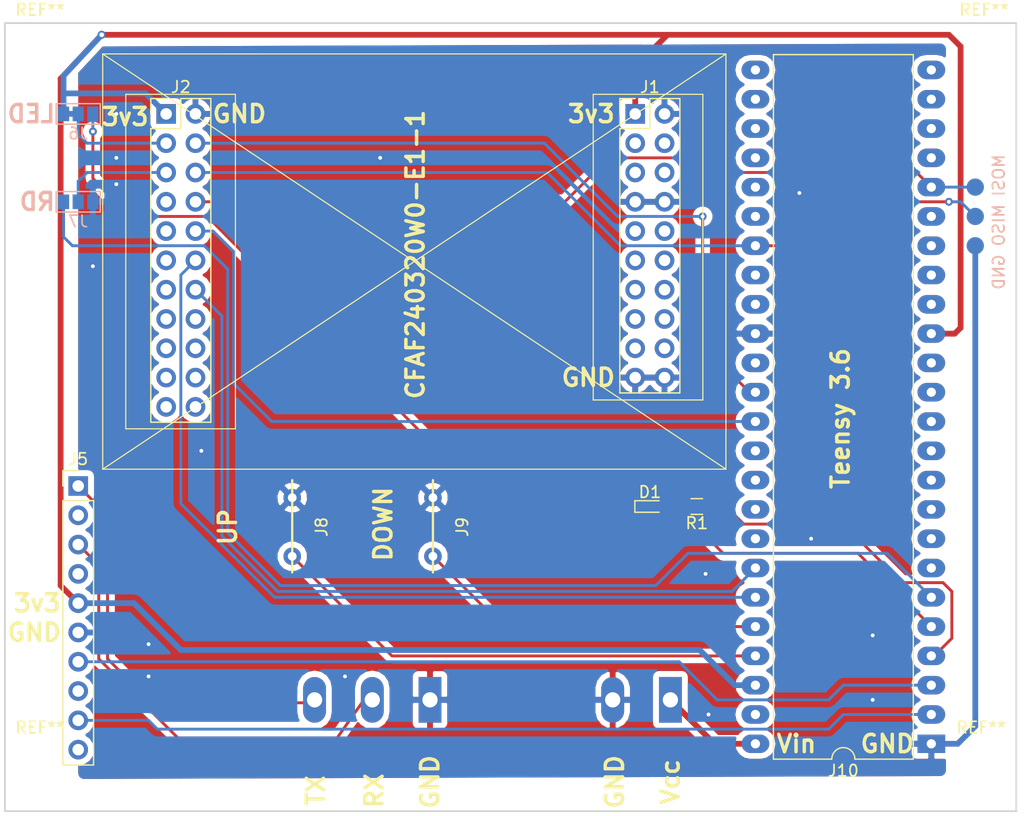
<source format=kicad_pcb>
(kicad_pcb (version 4) (host pcbnew 4.0.7)

  (general
    (links 57)
    (no_connects 1)
    (area 111.584761 81.78057 213.87543 152.729001)
    (thickness 1.6002)
    (drawings 39)
    (tracks 132)
    (zones 0)
    (modules 34)
    (nets 81)
  )

  (page A4)
  (layers
    (0 F.Cu mixed)
    (31 B.Cu mixed)
    (36 B.SilkS user)
    (37 F.SilkS user)
    (38 B.Mask user)
    (39 F.Mask user)
    (41 Cmts.User user)
    (44 Edge.Cuts user)
    (45 Margin user)
  )

  (setup
    (last_trace_width 0.25)
    (user_trace_width 0.25)
    (trace_clearance 0.2)
    (zone_clearance 0.508)
    (zone_45_only no)
    (trace_min 0.1524)
    (segment_width 0.2)
    (edge_width 0.15)
    (via_size 0.6858)
    (via_drill 0.3302)
    (via_min_size 0.6858)
    (via_min_drill 0.3302)
    (uvia_size 0.3)
    (uvia_drill 0.1)
    (uvias_allowed no)
    (uvia_min_size 0.2)
    (uvia_min_drill 0.1)
    (pcb_text_width 0.3)
    (pcb_text_size 1.5 1.5)
    (mod_edge_width 0.15)
    (mod_text_size 1 1)
    (mod_text_width 0.15)
    (pad_size 0.6 0.6)
    (pad_drill 0.3)
    (pad_to_mask_clearance 0.0508)
    (aux_axis_origin 0 0)
    (visible_elements FFFEFF7F)
    (pcbplotparams
      (layerselection 0x00030_80000001)
      (usegerberextensions false)
      (excludeedgelayer true)
      (linewidth 0.100000)
      (plotframeref false)
      (viasonmask false)
      (mode 1)
      (useauxorigin false)
      (hpglpennumber 1)
      (hpglpenspeed 20)
      (hpglpendiameter 15)
      (hpglpenoverlay 2)
      (psnegative false)
      (psa4output false)
      (plotreference true)
      (plotvalue true)
      (plotinvisibletext false)
      (padsonsilk false)
      (subtractmaskfromsilk false)
      (outputformat 1)
      (mirror false)
      (drillshape 1)
      (scaleselection 1)
      (outputdirectory ""))
  )

  (net 0 "")
  (net 1 GND)
  (net 2 /RD)
  (net 3 "Net-(J1-Pad3)")
  (net 4 "Net-(J1-Pad4)")
  (net 5 "Net-(J1-Pad5)")
  (net 6 "Net-(J1-Pad6)")
  (net 7 "Net-(J1-Pad9)")
  (net 8 "Net-(J1-Pad10)")
  (net 9 "Net-(J1-Pad11)")
  (net 10 "Net-(J1-Pad12)")
  (net 11 "Net-(J1-Pad13)")
  (net 12 "Net-(J1-Pad14)")
  (net 13 "Net-(J1-Pad15)")
  (net 14 "Net-(J1-Pad16)")
  (net 15 "Net-(J1-Pad17)")
  (net 16 "Net-(J1-Pad18)")
  (net 17 +3V3)
  (net 18 /SPI_CLK)
  (net 19 /SPI_MISO)
  (net 20 "Net-(J2-Pad7)")
  (net 21 /SPI_MOSI)
  (net 22 "Net-(J2-Pad9)")
  (net 23 /CS)
  (net 24 "Net-(J2-Pad11)")
  (net 25 /RST)
  (net 26 "Net-(J2-Pad13)")
  (net 27 /SPI_DC)
  (net 28 "Net-(J2-Pad15)")
  (net 29 "Net-(J2-Pad16)")
  (net 30 "Net-(J2-Pad17)")
  (net 31 "Net-(J2-Pad18)")
  (net 32 "Net-(J2-Pad19)")
  (net 33 "Net-(J2-Pad20)")
  (net 34 "Net-(J2-Pad21)")
  (net 35 "Net-(J2-Pad22)")
  (net 36 VCC)
  (net 37 /R1IN)
  (net 38 /T1OUT)
  (net 39 /R1OUT)
  (net 40 /T1IN)
  (net 41 /SW_UP)
  (net 42 /MCU_LED)
  (net 43 /SW_DOWN)
  (net 44 "Net-(J10-Pad4)")
  (net 45 "Net-(J10-Pad6)")
  (net 46 "Net-(J10-Pad25)")
  (net 47 "Net-(J10-Pad26)")
  (net 48 "Net-(J10-Pad27)")
  (net 49 "Net-(J10-Pad28)")
  (net 50 "Net-(J10-Pad29)")
  (net 51 "Net-(J10-Pad30)")
  (net 52 "Net-(J10-Pad7)")
  (net 53 "Net-(J10-Pad8)")
  (net 54 "Net-(J10-Pad32)")
  (net 55 "Net-(J10-Pad9)")
  (net 56 "Net-(J10-Pad33)")
  (net 57 "Net-(J10-Pad10)")
  (net 58 "Net-(J10-Pad11)")
  (net 59 "Net-(J10-Pad35)")
  (net 60 "Net-(J10-Pad12)")
  (net 61 "Net-(J10-Pad13)")
  (net 62 "Net-(J10-Pad14)")
  (net 63 "Net-(J10-Pad38)")
  (net 64 "Net-(J10-Pad39)")
  (net 65 "Net-(J10-Pad16)")
  (net 66 "Net-(J10-Pad40)")
  (net 67 "Net-(J10-Pad17)")
  (net 68 "Net-(J10-Pad41)")
  (net 69 "Net-(J10-Pad18)")
  (net 70 "Net-(J10-Pad19)")
  (net 71 "Net-(J10-Pad21)")
  (net 72 "Net-(J10-Pad22)")
  (net 73 "Net-(J10-Pad23)")
  (net 74 "Net-(J10-Pad47)")
  (net 75 "Net-(J10-Pad24)")
  (net 76 "Net-(D1-Pad2)")
  (net 77 "Net-(J5-Pad2)")
  (net 78 "Net-(J5-Pad4)")
  (net 79 "Net-(J5-Pad8)")
  (net 80 "Net-(J5-Pad10)")

  (net_class Default "This is the default net class."
    (clearance 0.2)
    (trace_width 0.25)
    (via_dia 0.6858)
    (via_drill 0.3302)
    (uvia_dia 0.3)
    (uvia_drill 0.1)
    (add_net /CS)
    (add_net /MCU_LED)
    (add_net /R1IN)
    (add_net /R1OUT)
    (add_net /RD)
    (add_net /RST)
    (add_net /SPI_CLK)
    (add_net /SPI_DC)
    (add_net /SPI_MISO)
    (add_net /SPI_MOSI)
    (add_net /SW_DOWN)
    (add_net /SW_UP)
    (add_net /T1IN)
    (add_net /T1OUT)
    (add_net "Net-(D1-Pad2)")
    (add_net "Net-(J1-Pad10)")
    (add_net "Net-(J1-Pad11)")
    (add_net "Net-(J1-Pad12)")
    (add_net "Net-(J1-Pad13)")
    (add_net "Net-(J1-Pad14)")
    (add_net "Net-(J1-Pad15)")
    (add_net "Net-(J1-Pad16)")
    (add_net "Net-(J1-Pad17)")
    (add_net "Net-(J1-Pad18)")
    (add_net "Net-(J1-Pad3)")
    (add_net "Net-(J1-Pad4)")
    (add_net "Net-(J1-Pad5)")
    (add_net "Net-(J1-Pad6)")
    (add_net "Net-(J1-Pad9)")
    (add_net "Net-(J10-Pad10)")
    (add_net "Net-(J10-Pad11)")
    (add_net "Net-(J10-Pad12)")
    (add_net "Net-(J10-Pad13)")
    (add_net "Net-(J10-Pad14)")
    (add_net "Net-(J10-Pad16)")
    (add_net "Net-(J10-Pad17)")
    (add_net "Net-(J10-Pad18)")
    (add_net "Net-(J10-Pad19)")
    (add_net "Net-(J10-Pad21)")
    (add_net "Net-(J10-Pad22)")
    (add_net "Net-(J10-Pad23)")
    (add_net "Net-(J10-Pad24)")
    (add_net "Net-(J10-Pad25)")
    (add_net "Net-(J10-Pad26)")
    (add_net "Net-(J10-Pad27)")
    (add_net "Net-(J10-Pad28)")
    (add_net "Net-(J10-Pad29)")
    (add_net "Net-(J10-Pad30)")
    (add_net "Net-(J10-Pad32)")
    (add_net "Net-(J10-Pad33)")
    (add_net "Net-(J10-Pad35)")
    (add_net "Net-(J10-Pad38)")
    (add_net "Net-(J10-Pad39)")
    (add_net "Net-(J10-Pad4)")
    (add_net "Net-(J10-Pad40)")
    (add_net "Net-(J10-Pad41)")
    (add_net "Net-(J10-Pad47)")
    (add_net "Net-(J10-Pad6)")
    (add_net "Net-(J10-Pad7)")
    (add_net "Net-(J10-Pad8)")
    (add_net "Net-(J10-Pad9)")
    (add_net "Net-(J2-Pad11)")
    (add_net "Net-(J2-Pad13)")
    (add_net "Net-(J2-Pad15)")
    (add_net "Net-(J2-Pad16)")
    (add_net "Net-(J2-Pad17)")
    (add_net "Net-(J2-Pad18)")
    (add_net "Net-(J2-Pad19)")
    (add_net "Net-(J2-Pad20)")
    (add_net "Net-(J2-Pad21)")
    (add_net "Net-(J2-Pad22)")
    (add_net "Net-(J2-Pad7)")
    (add_net "Net-(J2-Pad9)")
    (add_net "Net-(J5-Pad10)")
    (add_net "Net-(J5-Pad2)")
    (add_net "Net-(J5-Pad4)")
    (add_net "Net-(J5-Pad8)")
  )

  (net_class Power ""
    (clearance 0.15)
    (trace_width 0.5)
    (via_dia 0.7)
    (via_drill 0.4)
    (uvia_dia 0.3)
    (uvia_drill 0.1)
    (add_net +3V3)
    (add_net GND)
    (add_net VCC)
  )

  (module Terminal_Blocks:TerminalBlock_Altech_AK300-2_P5.00mm (layer F.Cu) (tedit 5A89CD8C) (tstamp 5A7F17CE)
    (at 170.688 143.002 180)
    (descr "Altech AK300 terminal block, pitch 5.0mm, 45 degree angled, see http://www.mouser.com/ds/2/16/PCBMETRC-24178.pdf")
    (tags "Altech AK300 terminal block pitch 5.0mm")
    (path /5A7F15A4)
    (fp_text reference J3 (at -1.92 -6.99 180) (layer F.SilkS) hide
      (effects (font (size 1 1) (thickness 0.15)))
    )
    (fp_text value Screw_Terminal_01x02 (at 2.78 7.75 180) (layer F.Fab)
      (effects (font (size 1 1) (thickness 0.15)))
    )
    (fp_text user %R (at 2.5 -2 180) (layer F.Fab)
      (effects (font (size 1 1) (thickness 0.15)))
    )
    (fp_line (start -1.26 2.54) (end 1.28 2.54) (layer F.Fab) (width 0.1))
    (fp_line (start 1.28 2.54) (end 1.28 -0.25) (layer F.Fab) (width 0.1))
    (fp_line (start -1.26 -0.25) (end 1.28 -0.25) (layer F.Fab) (width 0.1))
    (fp_line (start -1.26 2.54) (end -1.26 -0.25) (layer F.Fab) (width 0.1))
    (fp_line (start 3.74 2.54) (end 6.28 2.54) (layer F.Fab) (width 0.1))
    (fp_line (start 6.28 2.54) (end 6.28 -0.25) (layer F.Fab) (width 0.1))
    (fp_line (start 3.74 -0.25) (end 6.28 -0.25) (layer F.Fab) (width 0.1))
    (fp_line (start 3.74 2.54) (end 3.74 -0.25) (layer F.Fab) (width 0.1))
    (fp_line (start 7.61 -6.22) (end 7.61 -3.17) (layer F.Fab) (width 0.1))
    (fp_line (start 7.61 -6.22) (end -2.58 -6.22) (layer F.Fab) (width 0.1))
    (fp_line (start 7.61 -6.22) (end 8.11 -6.22) (layer F.Fab) (width 0.1))
    (fp_line (start 8.11 -6.22) (end 8.11 -1.4) (layer F.Fab) (width 0.1))
    (fp_line (start 8.11 -1.4) (end 7.61 -1.65) (layer F.Fab) (width 0.1))
    (fp_line (start 8.11 5.46) (end 7.61 5.21) (layer F.Fab) (width 0.1))
    (fp_line (start 7.61 5.21) (end 7.61 6.22) (layer F.Fab) (width 0.1))
    (fp_line (start 8.11 3.81) (end 7.61 4.06) (layer F.Fab) (width 0.1))
    (fp_line (start 7.61 4.06) (end 7.61 5.21) (layer F.Fab) (width 0.1))
    (fp_line (start 8.11 3.81) (end 8.11 5.46) (layer F.Fab) (width 0.1))
    (fp_line (start 2.98 6.22) (end 2.98 4.32) (layer F.Fab) (width 0.1))
    (fp_line (start 7.05 -0.25) (end 7.05 4.32) (layer F.Fab) (width 0.1))
    (fp_line (start 2.98 6.22) (end 7.05 6.22) (layer F.Fab) (width 0.1))
    (fp_line (start 7.05 6.22) (end 7.61 6.22) (layer F.Fab) (width 0.1))
    (fp_line (start 2.04 6.22) (end 2.04 4.32) (layer F.Fab) (width 0.1))
    (fp_line (start 2.04 6.22) (end 2.98 6.22) (layer F.Fab) (width 0.1))
    (fp_line (start -2.02 -0.25) (end -2.02 4.32) (layer F.Fab) (width 0.1))
    (fp_line (start -2.58 6.22) (end -2.02 6.22) (layer F.Fab) (width 0.1))
    (fp_line (start -2.02 6.22) (end 2.04 6.22) (layer F.Fab) (width 0.1))
    (fp_line (start 2.98 4.32) (end 7.05 4.32) (layer F.Fab) (width 0.1))
    (fp_line (start 2.98 4.32) (end 2.98 -0.25) (layer F.Fab) (width 0.1))
    (fp_line (start 7.05 4.32) (end 7.05 6.22) (layer F.Fab) (width 0.1))
    (fp_line (start 2.04 4.32) (end -2.02 4.32) (layer F.Fab) (width 0.1))
    (fp_line (start 2.04 4.32) (end 2.04 -0.25) (layer F.Fab) (width 0.1))
    (fp_line (start -2.02 4.32) (end -2.02 6.22) (layer F.Fab) (width 0.1))
    (fp_line (start 6.67 3.68) (end 6.67 0.51) (layer F.Fab) (width 0.1))
    (fp_line (start 6.67 3.68) (end 3.36 3.68) (layer F.Fab) (width 0.1))
    (fp_line (start 3.36 3.68) (end 3.36 0.51) (layer F.Fab) (width 0.1))
    (fp_line (start 1.66 3.68) (end 1.66 0.51) (layer F.Fab) (width 0.1))
    (fp_line (start 1.66 3.68) (end -1.64 3.68) (layer F.Fab) (width 0.1))
    (fp_line (start -1.64 3.68) (end -1.64 0.51) (layer F.Fab) (width 0.1))
    (fp_line (start -1.64 0.51) (end -1.26 0.51) (layer F.Fab) (width 0.1))
    (fp_line (start 1.66 0.51) (end 1.28 0.51) (layer F.Fab) (width 0.1))
    (fp_line (start 3.36 0.51) (end 3.74 0.51) (layer F.Fab) (width 0.1))
    (fp_line (start 6.67 0.51) (end 6.28 0.51) (layer F.Fab) (width 0.1))
    (fp_line (start -2.58 6.22) (end -2.58 -0.64) (layer F.Fab) (width 0.1))
    (fp_line (start -2.58 -0.64) (end -2.58 -3.17) (layer F.Fab) (width 0.1))
    (fp_line (start 7.61 -1.65) (end 7.61 -0.64) (layer F.Fab) (width 0.1))
    (fp_line (start 7.61 -0.64) (end 7.61 4.06) (layer F.Fab) (width 0.1))
    (fp_line (start -2.58 -3.17) (end 7.61 -3.17) (layer F.Fab) (width 0.1))
    (fp_line (start -2.58 -3.17) (end -2.58 -6.22) (layer F.Fab) (width 0.1))
    (fp_line (start 7.61 -3.17) (end 7.61 -1.65) (layer F.Fab) (width 0.1))
    (fp_line (start 2.98 -3.43) (end 2.98 -5.97) (layer F.Fab) (width 0.1))
    (fp_line (start 2.98 -5.97) (end 7.05 -5.97) (layer F.Fab) (width 0.1))
    (fp_line (start 7.05 -5.97) (end 7.05 -3.43) (layer F.Fab) (width 0.1))
    (fp_line (start 7.05 -3.43) (end 2.98 -3.43) (layer F.Fab) (width 0.1))
    (fp_line (start 2.04 -3.43) (end 2.04 -5.97) (layer F.Fab) (width 0.1))
    (fp_line (start 2.04 -3.43) (end -2.02 -3.43) (layer F.Fab) (width 0.1))
    (fp_line (start -2.02 -3.43) (end -2.02 -5.97) (layer F.Fab) (width 0.1))
    (fp_line (start 2.04 -5.97) (end -2.02 -5.97) (layer F.Fab) (width 0.1))
    (fp_line (start 3.39 -4.45) (end 6.44 -5.08) (layer F.Fab) (width 0.1))
    (fp_line (start 3.52 -4.32) (end 6.56 -4.95) (layer F.Fab) (width 0.1))
    (fp_line (start -1.62 -4.45) (end 1.44 -5.08) (layer F.Fab) (width 0.1))
    (fp_line (start -1.49 -4.32) (end 1.56 -4.95) (layer F.Fab) (width 0.1))
    (fp_line (start -2.02 -0.25) (end -1.64 -0.25) (layer F.Fab) (width 0.1))
    (fp_line (start 2.04 -0.25) (end 1.66 -0.25) (layer F.Fab) (width 0.1))
    (fp_line (start 1.66 -0.25) (end -1.64 -0.25) (layer F.Fab) (width 0.1))
    (fp_line (start -2.58 -0.64) (end -1.64 -0.64) (layer F.Fab) (width 0.1))
    (fp_line (start -1.64 -0.64) (end 1.66 -0.64) (layer F.Fab) (width 0.1))
    (fp_line (start 1.66 -0.64) (end 3.36 -0.64) (layer F.Fab) (width 0.1))
    (fp_line (start 7.61 -0.64) (end 6.67 -0.64) (layer F.Fab) (width 0.1))
    (fp_line (start 6.67 -0.64) (end 3.36 -0.64) (layer F.Fab) (width 0.1))
    (fp_line (start 7.05 -0.25) (end 6.67 -0.25) (layer F.Fab) (width 0.1))
    (fp_line (start 2.98 -0.25) (end 3.36 -0.25) (layer F.Fab) (width 0.1))
    (fp_line (start 3.36 -0.25) (end 6.67 -0.25) (layer F.Fab) (width 0.1))
    (fp_line (start -2.83 -6.47) (end 8.36 -6.47) (layer F.CrtYd) (width 0.05))
    (fp_line (start -2.83 -6.47) (end -2.83 6.47) (layer F.CrtYd) (width 0.05))
    (fp_line (start 8.36 6.47) (end 8.36 -6.47) (layer F.CrtYd) (width 0.05))
    (fp_line (start 8.36 6.47) (end -2.83 6.47) (layer F.CrtYd) (width 0.05))
    (fp_arc (start 6.03 -4.59) (end 6.54 -5.05) (angle 90.5) (layer F.Fab) (width 0.1))
    (fp_arc (start 5.07 -6.07) (end 6.53 -4.12) (angle 75.5) (layer F.Fab) (width 0.1))
    (fp_arc (start 4.99 -3.71) (end 3.39 -5) (angle 100) (layer F.Fab) (width 0.1))
    (fp_arc (start 3.87 -4.65) (end 3.58 -4.13) (angle 104.2) (layer F.Fab) (width 0.1))
    (fp_arc (start 1.03 -4.59) (end 1.53 -5.05) (angle 90.5) (layer F.Fab) (width 0.1))
    (fp_arc (start 0.06 -6.07) (end 1.53 -4.12) (angle 75.5) (layer F.Fab) (width 0.1))
    (fp_arc (start -0.01 -3.71) (end -1.62 -5) (angle 100) (layer F.Fab) (width 0.1))
    (fp_arc (start -1.13 -4.65) (end -1.42 -4.13) (angle 104.2) (layer F.Fab) (width 0.1))
    (pad 1 thru_hole rect (at 0 0 180) (size 1.98 3.96) (drill 1.32) (layers *.Cu *.Mask)
      (net 36 VCC))
    (pad 2 thru_hole oval (at 5 0 180) (size 1.98 3.96) (drill 1.32) (layers *.Cu *.Mask)
      (net 1 GND))
    (model ${KISYS3DMOD}/Terminal_Blocks.3dshapes/TerminalBlock_Altech_AK300-2_P5.00mm.wrl
      (at (xyz 0 0 0))
      (scale (xyz 1 1 1))
      (rotate (xyz 0 0 0))
    )
  )

  (module Terminal_Blocks:TerminalBlock_Altech_AK300-3_P5.00mm (layer F.Cu) (tedit 5A89CD58) (tstamp 5A7F923A)
    (at 149.86 143.002 180)
    (descr "Altech AK300 terminal block, pitch 5.0mm, 45 degree angled, see http://www.mouser.com/ds/2/16/PCBMETRC-24178.pdf")
    (tags "Altech AK300 terminal block pitch 5.0mm")
    (path /5A7F7FBF)
    (fp_text reference J4 (at 5 -7.1 180) (layer F.SilkS) hide
      (effects (font (size 1 1) (thickness 0.15)))
    )
    (fp_text value Screw_Terminal_01x03 (at 4.95 7.3 180) (layer F.Fab)
      (effects (font (size 1 1) (thickness 0.15)))
    )
    (fp_text user %R (at 5 -2 180) (layer F.Fab)
      (effects (font (size 1 1) (thickness 0.15)))
    )
    (fp_line (start 12.66 -0.65) (end -2.52 -0.65) (layer F.Fab) (width 0.1))
    (fp_line (start 8.02 3.99) (end 8.02 -0.26) (layer F.Fab) (width 0.1))
    (fp_line (start 12.09 6.21) (end 7.58 6.21) (layer F.Fab) (width 0.1))
    (fp_line (start 7.58 -3.19) (end 12.6 -3.19) (layer F.Fab) (width 0.1))
    (fp_line (start -2.58 -6.23) (end 12.66 -6.23) (layer F.Fab) (width 0.1))
    (fp_line (start 8.42 -0.26) (end 11.72 -0.26) (layer F.Fab) (width 0.1))
    (fp_line (start 8.04 -0.26) (end 8.42 -0.26) (layer F.Fab) (width 0.1))
    (fp_line (start 12.1 -0.26) (end 11.72 -0.26) (layer F.Fab) (width 0.1))
    (fp_line (start 8.57 -4.33) (end 11.62 -4.96) (layer F.Fab) (width 0.1))
    (fp_line (start 8.44 -4.46) (end 11.49 -5.09) (layer F.Fab) (width 0.1))
    (fp_line (start 12.1 -3.44) (end 8.04 -3.44) (layer F.Fab) (width 0.1))
    (fp_line (start 12.1 -5.98) (end 12.1 -3.44) (layer F.Fab) (width 0.1))
    (fp_line (start 8.04 -5.98) (end 12.1 -5.98) (layer F.Fab) (width 0.1))
    (fp_line (start 8.04 -3.44) (end 8.04 -5.98) (layer F.Fab) (width 0.1))
    (fp_line (start 12.66 -3.19) (end 12.66 -1.66) (layer F.Fab) (width 0.1))
    (fp_line (start 12.66 -0.65) (end 12.66 4.05) (layer F.Fab) (width 0.1))
    (fp_line (start 12.66 -1.66) (end 12.66 -0.65) (layer F.Fab) (width 0.1))
    (fp_line (start 11.72 0.5) (end 11.34 0.5) (layer F.Fab) (width 0.1))
    (fp_line (start 8.42 0.5) (end 8.8 0.5) (layer F.Fab) (width 0.1))
    (fp_line (start 8.42 3.67) (end 8.42 0.5) (layer F.Fab) (width 0.1))
    (fp_line (start 11.72 3.67) (end 8.42 3.67) (layer F.Fab) (width 0.1))
    (fp_line (start 11.72 3.67) (end 11.72 0.5) (layer F.Fab) (width 0.1))
    (fp_line (start 12.1 4.31) (end 12.1 6.21) (layer F.Fab) (width 0.1))
    (fp_line (start 8.04 4.31) (end 12.1 4.31) (layer F.Fab) (width 0.1))
    (fp_line (start 12.1 6.21) (end 12.66 6.21) (layer F.Fab) (width 0.1))
    (fp_line (start 12.1 -0.26) (end 12.1 4.31) (layer F.Fab) (width 0.1))
    (fp_line (start 8.04 6.21) (end 8.04 4.31) (layer F.Fab) (width 0.1))
    (fp_line (start 13.17 3.8) (end 13.17 5.45) (layer F.Fab) (width 0.1))
    (fp_line (start 12.66 4.05) (end 12.66 5.2) (layer F.Fab) (width 0.1))
    (fp_line (start 13.17 3.8) (end 12.66 4.05) (layer F.Fab) (width 0.1))
    (fp_line (start 12.66 5.2) (end 12.66 6.21) (layer F.Fab) (width 0.1))
    (fp_line (start 13.17 5.45) (end 12.66 5.2) (layer F.Fab) (width 0.1))
    (fp_line (start 13.17 -1.41) (end 12.66 -1.66) (layer F.Fab) (width 0.1))
    (fp_line (start 13.17 -6.23) (end 13.17 -1.41) (layer F.Fab) (width 0.1))
    (fp_line (start 12.66 -6.23) (end 13.17 -6.23) (layer F.Fab) (width 0.1))
    (fp_line (start 12.66 -6.23) (end 12.66 -3.19) (layer F.Fab) (width 0.1))
    (fp_line (start 8.8 2.53) (end 8.8 -0.26) (layer F.Fab) (width 0.1))
    (fp_line (start 8.8 -0.26) (end 11.34 -0.26) (layer F.Fab) (width 0.1))
    (fp_line (start 11.34 2.53) (end 11.34 -0.26) (layer F.Fab) (width 0.1))
    (fp_line (start 8.8 2.53) (end 11.34 2.53) (layer F.Fab) (width 0.1))
    (fp_line (start -1.28 2.53) (end 1.26 2.53) (layer F.Fab) (width 0.1))
    (fp_line (start 1.26 2.53) (end 1.26 -0.26) (layer F.Fab) (width 0.1))
    (fp_line (start -1.28 -0.26) (end 1.26 -0.26) (layer F.Fab) (width 0.1))
    (fp_line (start -1.28 2.53) (end -1.28 -0.26) (layer F.Fab) (width 0.1))
    (fp_line (start 3.72 2.53) (end 6.26 2.53) (layer F.Fab) (width 0.1))
    (fp_line (start 6.26 2.53) (end 6.26 -0.26) (layer F.Fab) (width 0.1))
    (fp_line (start 3.72 -0.26) (end 6.26 -0.26) (layer F.Fab) (width 0.1))
    (fp_line (start 3.72 2.53) (end 3.72 -0.26) (layer F.Fab) (width 0.1))
    (fp_line (start 8.02 5.2) (end 8.02 6.21) (layer F.Fab) (width 0.1))
    (fp_line (start 8.02 4.05) (end 8.02 5.2) (layer F.Fab) (width 0.1))
    (fp_line (start 2.96 6.21) (end 2.96 4.31) (layer F.Fab) (width 0.1))
    (fp_line (start 7.02 -0.26) (end 7.02 4.31) (layer F.Fab) (width 0.1))
    (fp_line (start 2.96 6.21) (end 7.02 6.21) (layer F.Fab) (width 0.1))
    (fp_line (start 7.02 6.21) (end 7.58 6.21) (layer F.Fab) (width 0.1))
    (fp_line (start 2.02 6.21) (end 2.02 4.31) (layer F.Fab) (width 0.1))
    (fp_line (start 2.02 6.21) (end 2.96 6.21) (layer F.Fab) (width 0.1))
    (fp_line (start -2.05 -0.26) (end -2.05 4.31) (layer F.Fab) (width 0.1))
    (fp_line (start -2.58 6.21) (end -2.05 6.21) (layer F.Fab) (width 0.1))
    (fp_line (start -2.05 6.21) (end 2.02 6.21) (layer F.Fab) (width 0.1))
    (fp_line (start 2.96 4.31) (end 7.02 4.31) (layer F.Fab) (width 0.1))
    (fp_line (start 2.96 4.31) (end 2.96 -0.26) (layer F.Fab) (width 0.1))
    (fp_line (start 7.02 4.31) (end 7.02 6.21) (layer F.Fab) (width 0.1))
    (fp_line (start 2.02 4.31) (end -2.05 4.31) (layer F.Fab) (width 0.1))
    (fp_line (start 2.02 4.31) (end 2.02 -0.26) (layer F.Fab) (width 0.1))
    (fp_line (start -2.05 4.31) (end -2.05 6.21) (layer F.Fab) (width 0.1))
    (fp_line (start 6.64 3.67) (end 6.64 0.5) (layer F.Fab) (width 0.1))
    (fp_line (start 6.64 3.67) (end 3.34 3.67) (layer F.Fab) (width 0.1))
    (fp_line (start 3.34 3.67) (end 3.34 0.5) (layer F.Fab) (width 0.1))
    (fp_line (start 1.64 3.67) (end 1.64 0.5) (layer F.Fab) (width 0.1))
    (fp_line (start 1.64 3.67) (end -1.67 3.67) (layer F.Fab) (width 0.1))
    (fp_line (start -1.67 3.67) (end -1.67 0.5) (layer F.Fab) (width 0.1))
    (fp_line (start -1.67 0.5) (end -1.28 0.5) (layer F.Fab) (width 0.1))
    (fp_line (start 1.64 0.5) (end 1.26 0.5) (layer F.Fab) (width 0.1))
    (fp_line (start 3.34 0.5) (end 3.72 0.5) (layer F.Fab) (width 0.1))
    (fp_line (start 6.64 0.5) (end 6.26 0.5) (layer F.Fab) (width 0.1))
    (fp_line (start -2.58 6.21) (end -2.58 -0.65) (layer F.Fab) (width 0.1))
    (fp_line (start -2.58 -0.65) (end -2.58 -3.19) (layer F.Fab) (width 0.1))
    (fp_line (start -2.58 -3.19) (end 7.58 -3.19) (layer F.Fab) (width 0.1))
    (fp_line (start -2.58 -3.19) (end -2.58 -6.23) (layer F.Fab) (width 0.1))
    (fp_line (start 2.96 -3.44) (end 2.96 -5.98) (layer F.Fab) (width 0.1))
    (fp_line (start 2.96 -5.98) (end 7.02 -5.98) (layer F.Fab) (width 0.1))
    (fp_line (start 7.02 -5.98) (end 7.02 -3.44) (layer F.Fab) (width 0.1))
    (fp_line (start 7.02 -3.44) (end 2.96 -3.44) (layer F.Fab) (width 0.1))
    (fp_line (start 2.02 -3.44) (end 2.02 -5.98) (layer F.Fab) (width 0.1))
    (fp_line (start 2.02 -3.44) (end -2.05 -3.44) (layer F.Fab) (width 0.1))
    (fp_line (start -2.05 -3.44) (end -2.05 -5.98) (layer F.Fab) (width 0.1))
    (fp_line (start 2.02 -5.98) (end -2.05 -5.98) (layer F.Fab) (width 0.1))
    (fp_line (start 3.36 -4.46) (end 6.41 -5.09) (layer F.Fab) (width 0.1))
    (fp_line (start 3.49 -4.33) (end 6.54 -4.96) (layer F.Fab) (width 0.1))
    (fp_line (start -1.64 -4.46) (end 1.41 -5.09) (layer F.Fab) (width 0.1))
    (fp_line (start -1.51 -4.33) (end 1.53 -4.96) (layer F.Fab) (width 0.1))
    (fp_line (start -2.05 -0.26) (end -1.67 -0.26) (layer F.Fab) (width 0.1))
    (fp_line (start 2.02 -0.26) (end 1.64 -0.26) (layer F.Fab) (width 0.1))
    (fp_line (start 1.64 -0.26) (end -1.67 -0.26) (layer F.Fab) (width 0.1))
    (fp_line (start 7.02 -0.26) (end 6.64 -0.26) (layer F.Fab) (width 0.1))
    (fp_line (start 2.96 -0.26) (end 3.34 -0.26) (layer F.Fab) (width 0.1))
    (fp_line (start 3.34 -0.26) (end 6.64 -0.26) (layer F.Fab) (width 0.1))
    (fp_line (start -2.83 -6.48) (end 13.42 -6.48) (layer F.CrtYd) (width 0.05))
    (fp_line (start -2.83 -6.48) (end -2.83 6.46) (layer F.CrtYd) (width 0.05))
    (fp_line (start 13.42 6.46) (end 13.42 -6.48) (layer F.CrtYd) (width 0.05))
    (fp_line (start 13.42 6.46) (end -2.83 6.46) (layer F.CrtYd) (width 0.05))
    (fp_arc (start 8.93 -4.66) (end 8.64 -4.14) (angle 104.2) (layer F.Fab) (width 0.1))
    (fp_arc (start 10.04 -3.72) (end 8.44 -5.01) (angle 100) (layer F.Fab) (width 0.1))
    (fp_arc (start 10.12 -6.08) (end 11.58 -4.13) (angle 75.5) (layer F.Fab) (width 0.1))
    (fp_arc (start 11.09 -4.6) (end 11.59 -5.06) (angle 90.5) (layer F.Fab) (width 0.1))
    (fp_arc (start 6.01 -4.6) (end 6.51 -5.06) (angle 90.5) (layer F.Fab) (width 0.1))
    (fp_arc (start 5.04 -6.08) (end 6.5 -4.13) (angle 75.5) (layer F.Fab) (width 0.1))
    (fp_arc (start 4.96 -3.72) (end 3.36 -5.01) (angle 100) (layer F.Fab) (width 0.1))
    (fp_arc (start 3.85 -4.66) (end 3.56 -4.14) (angle 104.2) (layer F.Fab) (width 0.1))
    (fp_arc (start 1 -4.6) (end 1.51 -5.06) (angle 90.5) (layer F.Fab) (width 0.1))
    (fp_arc (start 0.04 -6.08) (end 1.5 -4.13) (angle 75.5) (layer F.Fab) (width 0.1))
    (fp_arc (start -0.04 -3.72) (end -1.64 -5.01) (angle 100) (layer F.Fab) (width 0.1))
    (fp_arc (start -1.16 -4.66) (end -1.44 -4.14) (angle 104.2) (layer F.Fab) (width 0.1))
    (pad 1 thru_hole rect (at 0 0 180) (size 1.98 3.96) (drill 1.32) (layers *.Cu *.Mask)
      (net 1 GND))
    (pad 2 thru_hole oval (at 5 0 180) (size 1.98 3.96) (drill 1.32) (layers *.Cu *.Mask)
      (net 37 /R1IN))
    (pad 3 thru_hole oval (at 10 0 180) (size 1.98 3.96) (drill 1.32) (layers *.Cu *.Mask)
      (net 38 /T1OUT))
    (model ${KISYS3DMOD}/Terminal_Blocks.3dshapes/TerminalBlock_Altech_AK300-3_P5.00mm.wrl
      (at (xyz 0 0 0))
      (scale (xyz 1 1 1))
      (rotate (xyz 0 0 0))
    )
  )

  (module Pin_Headers:Pin_Header_Straight_1x10_Pitch2.54mm (layer F.Cu) (tedit 59650532) (tstamp 5A7F9258)
    (at 119.38 124.46)
    (descr "Through hole straight pin header, 1x10, 2.54mm pitch, single row")
    (tags "Through hole pin header THT 1x10 2.54mm single row")
    (path /5A7F7D98)
    (fp_text reference J5 (at 0 -2.33) (layer F.SilkS)
      (effects (font (size 1 1) (thickness 0.15)))
    )
    (fp_text value Conn_01x10_Female (at 0 25.19) (layer F.Fab)
      (effects (font (size 1 1) (thickness 0.15)))
    )
    (fp_line (start -0.635 -1.27) (end 1.27 -1.27) (layer F.Fab) (width 0.1))
    (fp_line (start 1.27 -1.27) (end 1.27 24.13) (layer F.Fab) (width 0.1))
    (fp_line (start 1.27 24.13) (end -1.27 24.13) (layer F.Fab) (width 0.1))
    (fp_line (start -1.27 24.13) (end -1.27 -0.635) (layer F.Fab) (width 0.1))
    (fp_line (start -1.27 -0.635) (end -0.635 -1.27) (layer F.Fab) (width 0.1))
    (fp_line (start -1.33 24.19) (end 1.33 24.19) (layer F.SilkS) (width 0.12))
    (fp_line (start -1.33 1.27) (end -1.33 24.19) (layer F.SilkS) (width 0.12))
    (fp_line (start 1.33 1.27) (end 1.33 24.19) (layer F.SilkS) (width 0.12))
    (fp_line (start -1.33 1.27) (end 1.33 1.27) (layer F.SilkS) (width 0.12))
    (fp_line (start -1.33 0) (end -1.33 -1.33) (layer F.SilkS) (width 0.12))
    (fp_line (start -1.33 -1.33) (end 0 -1.33) (layer F.SilkS) (width 0.12))
    (fp_line (start -1.8 -1.8) (end -1.8 24.65) (layer F.CrtYd) (width 0.05))
    (fp_line (start -1.8 24.65) (end 1.8 24.65) (layer F.CrtYd) (width 0.05))
    (fp_line (start 1.8 24.65) (end 1.8 -1.8) (layer F.CrtYd) (width 0.05))
    (fp_line (start 1.8 -1.8) (end -1.8 -1.8) (layer F.CrtYd) (width 0.05))
    (fp_text user %R (at 0 11.43 90) (layer F.Fab)
      (effects (font (size 1 1) (thickness 0.15)))
    )
    (pad 1 thru_hole rect (at 0 0) (size 1.7 1.7) (drill 1) (layers *.Cu *.Mask)
      (net 38 /T1OUT))
    (pad 2 thru_hole oval (at 0 2.54) (size 1.7 1.7) (drill 1) (layers *.Cu *.Mask)
      (net 77 "Net-(J5-Pad2)"))
    (pad 3 thru_hole oval (at 0 5.08) (size 1.7 1.7) (drill 1) (layers *.Cu *.Mask)
      (net 37 /R1IN))
    (pad 4 thru_hole oval (at 0 7.62) (size 1.7 1.7) (drill 1) (layers *.Cu *.Mask)
      (net 78 "Net-(J5-Pad4)"))
    (pad 5 thru_hole oval (at 0 10.16) (size 1.7 1.7) (drill 1) (layers *.Cu *.Mask)
      (net 17 +3V3))
    (pad 6 thru_hole oval (at 0 12.7) (size 1.7 1.7) (drill 1) (layers *.Cu *.Mask)
      (net 1 GND))
    (pad 7 thru_hole oval (at 0 15.24) (size 1.7 1.7) (drill 1) (layers *.Cu *.Mask)
      (net 40 /T1IN))
    (pad 8 thru_hole oval (at 0 17.78) (size 1.7 1.7) (drill 1) (layers *.Cu *.Mask)
      (net 79 "Net-(J5-Pad8)"))
    (pad 9 thru_hole oval (at 0 20.32) (size 1.7 1.7) (drill 1) (layers *.Cu *.Mask)
      (net 39 /R1OUT))
    (pad 10 thru_hole oval (at 0 22.86) (size 1.7 1.7) (drill 1) (layers *.Cu *.Mask)
      (net 80 "Net-(J5-Pad10)"))
    (model ${KISYS3DMOD}/Pin_Headers.3dshapes/Pin_Header_Straight_1x10_Pitch2.54mm.wrl
      (at (xyz 0 0 0))
      (scale (xyz 1 1 1))
      (rotate (xyz 0 0 0))
    )
  )

  (module Pin_Headers:Pin_Header_Straight_2x10_Pitch2.54mm (layer F.Cu) (tedit 59650532) (tstamp 5A7F173B)
    (at 167.64 92.202)
    (descr "Through hole straight pin header, 2x10, 2.54mm pitch, double rows")
    (tags "Through hole pin header THT 2x10 2.54mm double row")
    (path /5A764E40)
    (fp_text reference J1 (at 1.27 -2.33) (layer F.SilkS)
      (effects (font (size 1 1) (thickness 0.15)))
    )
    (fp_text value Conn_02x10_Odd_Even (at 1.27 25.19) (layer F.Fab)
      (effects (font (size 1 1) (thickness 0.15)))
    )
    (fp_line (start 0 -1.27) (end 3.81 -1.27) (layer F.Fab) (width 0.1))
    (fp_line (start 3.81 -1.27) (end 3.81 24.13) (layer F.Fab) (width 0.1))
    (fp_line (start 3.81 24.13) (end -1.27 24.13) (layer F.Fab) (width 0.1))
    (fp_line (start -1.27 24.13) (end -1.27 0) (layer F.Fab) (width 0.1))
    (fp_line (start -1.27 0) (end 0 -1.27) (layer F.Fab) (width 0.1))
    (fp_line (start -1.33 24.19) (end 3.87 24.19) (layer F.SilkS) (width 0.12))
    (fp_line (start -1.33 1.27) (end -1.33 24.19) (layer F.SilkS) (width 0.12))
    (fp_line (start 3.87 -1.33) (end 3.87 24.19) (layer F.SilkS) (width 0.12))
    (fp_line (start -1.33 1.27) (end 1.27 1.27) (layer F.SilkS) (width 0.12))
    (fp_line (start 1.27 1.27) (end 1.27 -1.33) (layer F.SilkS) (width 0.12))
    (fp_line (start 1.27 -1.33) (end 3.87 -1.33) (layer F.SilkS) (width 0.12))
    (fp_line (start -1.33 0) (end -1.33 -1.33) (layer F.SilkS) (width 0.12))
    (fp_line (start -1.33 -1.33) (end 0 -1.33) (layer F.SilkS) (width 0.12))
    (fp_line (start -1.8 -1.8) (end -1.8 24.65) (layer F.CrtYd) (width 0.05))
    (fp_line (start -1.8 24.65) (end 4.35 24.65) (layer F.CrtYd) (width 0.05))
    (fp_line (start 4.35 24.65) (end 4.35 -1.8) (layer F.CrtYd) (width 0.05))
    (fp_line (start 4.35 -1.8) (end -1.8 -1.8) (layer F.CrtYd) (width 0.05))
    (fp_text user %R (at 1.27 11.43 90) (layer F.Fab)
      (effects (font (size 1 1) (thickness 0.15)))
    )
    (pad 1 thru_hole rect (at 0 0) (size 1.7 1.7) (drill 1) (layers *.Cu *.Mask)
      (net 17 +3V3))
    (pad 2 thru_hole oval (at 2.54 0) (size 1.7 1.7) (drill 1) (layers *.Cu *.Mask)
      (net 1 GND))
    (pad 3 thru_hole oval (at 0 2.54) (size 1.7 1.7) (drill 1) (layers *.Cu *.Mask)
      (net 3 "Net-(J1-Pad3)"))
    (pad 4 thru_hole oval (at 2.54 2.54) (size 1.7 1.7) (drill 1) (layers *.Cu *.Mask)
      (net 4 "Net-(J1-Pad4)"))
    (pad 5 thru_hole oval (at 0 5.08) (size 1.7 1.7) (drill 1) (layers *.Cu *.Mask)
      (net 5 "Net-(J1-Pad5)"))
    (pad 6 thru_hole oval (at 2.54 5.08) (size 1.7 1.7) (drill 1) (layers *.Cu *.Mask)
      (net 6 "Net-(J1-Pad6)"))
    (pad 7 thru_hole oval (at 0 7.62) (size 1.7 1.7) (drill 1) (layers *.Cu *.Mask)
      (net 1 GND))
    (pad 8 thru_hole oval (at 2.54 7.62) (size 1.7 1.7) (drill 1) (layers *.Cu *.Mask)
      (net 1 GND))
    (pad 9 thru_hole oval (at 0 10.16) (size 1.7 1.7) (drill 1) (layers *.Cu *.Mask)
      (net 7 "Net-(J1-Pad9)"))
    (pad 10 thru_hole oval (at 2.54 10.16) (size 1.7 1.7) (drill 1) (layers *.Cu *.Mask)
      (net 8 "Net-(J1-Pad10)"))
    (pad 11 thru_hole oval (at 0 12.7) (size 1.7 1.7) (drill 1) (layers *.Cu *.Mask)
      (net 9 "Net-(J1-Pad11)"))
    (pad 12 thru_hole oval (at 2.54 12.7) (size 1.7 1.7) (drill 1) (layers *.Cu *.Mask)
      (net 10 "Net-(J1-Pad12)"))
    (pad 13 thru_hole oval (at 0 15.24) (size 1.7 1.7) (drill 1) (layers *.Cu *.Mask)
      (net 11 "Net-(J1-Pad13)"))
    (pad 14 thru_hole oval (at 2.54 15.24) (size 1.7 1.7) (drill 1) (layers *.Cu *.Mask)
      (net 12 "Net-(J1-Pad14)"))
    (pad 15 thru_hole oval (at 0 17.78) (size 1.7 1.7) (drill 1) (layers *.Cu *.Mask)
      (net 13 "Net-(J1-Pad15)"))
    (pad 16 thru_hole oval (at 2.54 17.78) (size 1.7 1.7) (drill 1) (layers *.Cu *.Mask)
      (net 14 "Net-(J1-Pad16)"))
    (pad 17 thru_hole oval (at 0 20.32) (size 1.7 1.7) (drill 1) (layers *.Cu *.Mask)
      (net 15 "Net-(J1-Pad17)"))
    (pad 18 thru_hole oval (at 2.54 20.32) (size 1.7 1.7) (drill 1) (layers *.Cu *.Mask)
      (net 16 "Net-(J1-Pad18)"))
    (pad 19 thru_hole oval (at 0 22.86) (size 1.7 1.7) (drill 1) (layers *.Cu *.Mask)
      (net 1 GND))
    (pad 20 thru_hole oval (at 2.54 22.86) (size 1.7 1.7) (drill 1) (layers *.Cu *.Mask)
      (net 1 GND))
    (model ${KISYS3DMOD}/Pin_Headers.3dshapes/Pin_Header_Straight_2x10_Pitch2.54mm.wrl
      (at (xyz 0 0 0))
      (scale (xyz 1 1 1))
      (rotate (xyz 0 0 0))
    )
  )

  (module Pin_Headers:Pin_Header_Straight_2x11_Pitch2.54mm (layer F.Cu) (tedit 59650532) (tstamp 5A7F1767)
    (at 127 92.202)
    (descr "Through hole straight pin header, 2x11, 2.54mm pitch, double rows")
    (tags "Through hole pin header THT 2x11 2.54mm double row")
    (path /5A764EB9)
    (fp_text reference J2 (at 1.27 -2.33) (layer F.SilkS)
      (effects (font (size 1 1) (thickness 0.15)))
    )
    (fp_text value Conn_02x11_Odd_Even (at 1.27 27.73) (layer F.Fab)
      (effects (font (size 1 1) (thickness 0.15)))
    )
    (fp_line (start 0 -1.27) (end 3.81 -1.27) (layer F.Fab) (width 0.1))
    (fp_line (start 3.81 -1.27) (end 3.81 26.67) (layer F.Fab) (width 0.1))
    (fp_line (start 3.81 26.67) (end -1.27 26.67) (layer F.Fab) (width 0.1))
    (fp_line (start -1.27 26.67) (end -1.27 0) (layer F.Fab) (width 0.1))
    (fp_line (start -1.27 0) (end 0 -1.27) (layer F.Fab) (width 0.1))
    (fp_line (start -1.33 26.73) (end 3.87 26.73) (layer F.SilkS) (width 0.12))
    (fp_line (start -1.33 1.27) (end -1.33 26.73) (layer F.SilkS) (width 0.12))
    (fp_line (start 3.87 -1.33) (end 3.87 26.73) (layer F.SilkS) (width 0.12))
    (fp_line (start -1.33 1.27) (end 1.27 1.27) (layer F.SilkS) (width 0.12))
    (fp_line (start 1.27 1.27) (end 1.27 -1.33) (layer F.SilkS) (width 0.12))
    (fp_line (start 1.27 -1.33) (end 3.87 -1.33) (layer F.SilkS) (width 0.12))
    (fp_line (start -1.33 0) (end -1.33 -1.33) (layer F.SilkS) (width 0.12))
    (fp_line (start -1.33 -1.33) (end 0 -1.33) (layer F.SilkS) (width 0.12))
    (fp_line (start -1.8 -1.8) (end -1.8 27.2) (layer F.CrtYd) (width 0.05))
    (fp_line (start -1.8 27.2) (end 4.35 27.2) (layer F.CrtYd) (width 0.05))
    (fp_line (start 4.35 27.2) (end 4.35 -1.8) (layer F.CrtYd) (width 0.05))
    (fp_line (start 4.35 -1.8) (end -1.8 -1.8) (layer F.CrtYd) (width 0.05))
    (fp_text user %R (at 1.27 12.7 90) (layer F.Fab)
      (effects (font (size 1 1) (thickness 0.15)))
    )
    (pad 1 thru_hole rect (at 0 0) (size 1.7 1.7) (drill 1) (layers *.Cu *.Mask)
      (net 17 +3V3))
    (pad 2 thru_hole oval (at 2.54 0) (size 1.7 1.7) (drill 1) (layers *.Cu *.Mask)
      (net 1 GND))
    (pad 3 thru_hole oval (at 0 2.54) (size 1.7 1.7) (drill 1) (layers *.Cu *.Mask)
      (net 17 +3V3))
    (pad 4 thru_hole oval (at 2.54 2.54) (size 1.7 1.7) (drill 1) (layers *.Cu *.Mask)
      (net 18 /SPI_CLK))
    (pad 5 thru_hole oval (at 0 5.08) (size 1.7 1.7) (drill 1) (layers *.Cu *.Mask)
      (net 2 /RD))
    (pad 6 thru_hole oval (at 2.54 5.08) (size 1.7 1.7) (drill 1) (layers *.Cu *.Mask)
      (net 19 /SPI_MISO))
    (pad 7 thru_hole oval (at 0 7.62) (size 1.7 1.7) (drill 1) (layers *.Cu *.Mask)
      (net 20 "Net-(J2-Pad7)"))
    (pad 8 thru_hole oval (at 2.54 7.62) (size 1.7 1.7) (drill 1) (layers *.Cu *.Mask)
      (net 21 /SPI_MOSI))
    (pad 9 thru_hole oval (at 0 10.16) (size 1.7 1.7) (drill 1) (layers *.Cu *.Mask)
      (net 22 "Net-(J2-Pad9)"))
    (pad 10 thru_hole oval (at 2.54 10.16) (size 1.7 1.7) (drill 1) (layers *.Cu *.Mask)
      (net 23 /CS))
    (pad 11 thru_hole oval (at 0 12.7) (size 1.7 1.7) (drill 1) (layers *.Cu *.Mask)
      (net 24 "Net-(J2-Pad11)"))
    (pad 12 thru_hole oval (at 2.54 12.7) (size 1.7 1.7) (drill 1) (layers *.Cu *.Mask)
      (net 25 /RST))
    (pad 13 thru_hole oval (at 0 15.24) (size 1.7 1.7) (drill 1) (layers *.Cu *.Mask)
      (net 26 "Net-(J2-Pad13)"))
    (pad 14 thru_hole oval (at 2.54 15.24) (size 1.7 1.7) (drill 1) (layers *.Cu *.Mask)
      (net 27 /SPI_DC))
    (pad 15 thru_hole oval (at 0 17.78) (size 1.7 1.7) (drill 1) (layers *.Cu *.Mask)
      (net 28 "Net-(J2-Pad15)"))
    (pad 16 thru_hole oval (at 2.54 17.78) (size 1.7 1.7) (drill 1) (layers *.Cu *.Mask)
      (net 29 "Net-(J2-Pad16)"))
    (pad 17 thru_hole oval (at 0 20.32) (size 1.7 1.7) (drill 1) (layers *.Cu *.Mask)
      (net 30 "Net-(J2-Pad17)"))
    (pad 18 thru_hole oval (at 2.54 20.32) (size 1.7 1.7) (drill 1) (layers *.Cu *.Mask)
      (net 31 "Net-(J2-Pad18)"))
    (pad 19 thru_hole oval (at 0 22.86) (size 1.7 1.7) (drill 1) (layers *.Cu *.Mask)
      (net 32 "Net-(J2-Pad19)"))
    (pad 20 thru_hole oval (at 2.54 22.86) (size 1.7 1.7) (drill 1) (layers *.Cu *.Mask)
      (net 33 "Net-(J2-Pad20)"))
    (pad 21 thru_hole oval (at 0 25.4) (size 1.7 1.7) (drill 1) (layers *.Cu *.Mask)
      (net 34 "Net-(J2-Pad21)"))
    (pad 22 thru_hole oval (at 2.54 25.4) (size 1.7 1.7) (drill 1) (layers *.Cu *.Mask)
      (net 35 "Net-(J2-Pad22)"))
    (model ${KISYS3DMOD}/Pin_Headers.3dshapes/Pin_Header_Straight_2x11_Pitch2.54mm.wrl
      (at (xyz 0 0 0))
      (scale (xyz 1 1 1))
      (rotate (xyz 0 0 0))
    )
  )

  (module Connect:GS3 (layer B.Cu) (tedit 58613494) (tstamp 5A7F7E6F)
    (at 119.38 92.202 90)
    (descr "3-pin solder bridge")
    (tags "solder bridge")
    (path /5A7F83AB)
    (attr smd)
    (fp_text reference J6 (at -1.7 0 360) (layer B.SilkS)
      (effects (font (size 1 1) (thickness 0.15)) (justify mirror))
    )
    (fp_text value GS3 (at 1.8 0 360) (layer B.Fab)
      (effects (font (size 1 1) (thickness 0.15)) (justify mirror))
    )
    (fp_line (start -1.15 2.15) (end 1.15 2.15) (layer B.CrtYd) (width 0.05))
    (fp_line (start 1.15 2.15) (end 1.15 -2.15) (layer B.CrtYd) (width 0.05))
    (fp_line (start 1.15 -2.15) (end -1.15 -2.15) (layer B.CrtYd) (width 0.05))
    (fp_line (start -1.15 -2.15) (end -1.15 2.15) (layer B.CrtYd) (width 0.05))
    (fp_line (start -0.89 1.91) (end -0.89 -1.91) (layer B.SilkS) (width 0.12))
    (fp_line (start -0.89 -1.91) (end 0.89 -1.91) (layer B.SilkS) (width 0.12))
    (fp_line (start 0.89 -1.91) (end 0.89 1.91) (layer B.SilkS) (width 0.12))
    (fp_line (start -0.89 1.91) (end 0.89 1.91) (layer B.SilkS) (width 0.12))
    (pad 1 smd rect (at 0 1.27 90) (size 1.27 0.97) (layers B.Cu B.Mask)
      (net 44 "Net-(J10-Pad4)"))
    (pad 2 smd rect (at 0 0 90) (size 1.27 0.97) (layers B.Cu B.Mask)
      (net 17 +3V3))
    (pad 3 smd rect (at 0 -1.27 90) (size 1.27 0.97) (layers B.Cu B.Mask)
      (net 17 +3V3))
  )

  (module Connect:GS3 (layer B.Cu) (tedit 58613494) (tstamp 5A7F7E7E)
    (at 119.38 99.822 90)
    (descr "3-pin solder bridge")
    (tags "solder bridge")
    (path /5A7F8A38)
    (attr smd)
    (fp_text reference J7 (at -1.7 0 360) (layer B.SilkS)
      (effects (font (size 1 1) (thickness 0.15)) (justify mirror))
    )
    (fp_text value GS3 (at 1.8 0 360) (layer B.Fab)
      (effects (font (size 1 1) (thickness 0.15)) (justify mirror))
    )
    (fp_line (start -1.15 2.15) (end 1.15 2.15) (layer B.CrtYd) (width 0.05))
    (fp_line (start 1.15 2.15) (end 1.15 -2.15) (layer B.CrtYd) (width 0.05))
    (fp_line (start 1.15 -2.15) (end -1.15 -2.15) (layer B.CrtYd) (width 0.05))
    (fp_line (start -1.15 -2.15) (end -1.15 2.15) (layer B.CrtYd) (width 0.05))
    (fp_line (start -0.89 1.91) (end -0.89 -1.91) (layer B.SilkS) (width 0.12))
    (fp_line (start -0.89 -1.91) (end 0.89 -1.91) (layer B.SilkS) (width 0.12))
    (fp_line (start 0.89 -1.91) (end 0.89 1.91) (layer B.SilkS) (width 0.12))
    (fp_line (start -0.89 1.91) (end 0.89 1.91) (layer B.SilkS) (width 0.12))
    (pad 1 smd rect (at 0 1.27 90) (size 1.27 0.97) (layers B.Cu B.Mask)
      (net 1 GND))
    (pad 2 smd rect (at 0 0 90) (size 1.27 0.97) (layers B.Cu B.Mask)
      (net 2 /RD))
    (pad 3 smd rect (at 0 -1.27 90) (size 1.27 0.97) (layers B.Cu B.Mask)
      (net 45 "Net-(J10-Pad6)"))
  )

  (module Housings_DIP:DIP-48_W15.24mm_LongPads (layer F.Cu) (tedit 59C78D6C) (tstamp 5A7F81E6)
    (at 193.294 146.812 180)
    (descr "48-lead though-hole mounted DIP package, row spacing 15.24 mm (600 mils), LongPads")
    (tags "THT DIP DIL PDIP 2.54mm 15.24mm 600mil LongPads")
    (path /5A7F9530)
    (fp_text reference J10 (at 7.62 -2.33 180) (layer F.SilkS)
      (effects (font (size 1 1) (thickness 0.15)))
    )
    (fp_text value Conn_02x24_Counter_Clockwise (at 7.62 60.75 180) (layer F.Fab)
      (effects (font (size 1 1) (thickness 0.15)))
    )
    (fp_arc (start 7.62 -1.33) (end 6.62 -1.33) (angle -180) (layer F.SilkS) (width 0.12))
    (fp_line (start 1.255 -1.27) (end 14.985 -1.27) (layer F.Fab) (width 0.1))
    (fp_line (start 14.985 -1.27) (end 14.985 59.69) (layer F.Fab) (width 0.1))
    (fp_line (start 14.985 59.69) (end 0.255 59.69) (layer F.Fab) (width 0.1))
    (fp_line (start 0.255 59.69) (end 0.255 -0.27) (layer F.Fab) (width 0.1))
    (fp_line (start 0.255 -0.27) (end 1.255 -1.27) (layer F.Fab) (width 0.1))
    (fp_line (start 6.62 -1.33) (end 1.56 -1.33) (layer F.SilkS) (width 0.12))
    (fp_line (start 1.56 -1.33) (end 1.56 59.75) (layer F.SilkS) (width 0.12))
    (fp_line (start 1.56 59.75) (end 13.68 59.75) (layer F.SilkS) (width 0.12))
    (fp_line (start 13.68 59.75) (end 13.68 -1.33) (layer F.SilkS) (width 0.12))
    (fp_line (start 13.68 -1.33) (end 8.62 -1.33) (layer F.SilkS) (width 0.12))
    (fp_line (start -1.5 -1.55) (end -1.5 59.95) (layer F.CrtYd) (width 0.05))
    (fp_line (start -1.5 59.95) (end 16.7 59.95) (layer F.CrtYd) (width 0.05))
    (fp_line (start 16.7 59.95) (end 16.7 -1.55) (layer F.CrtYd) (width 0.05))
    (fp_line (start 16.7 -1.55) (end -1.5 -1.55) (layer F.CrtYd) (width 0.05))
    (fp_text user %R (at 7.62 29.21 180) (layer F.Fab)
      (effects (font (size 1 1) (thickness 0.15)))
    )
    (pad 1 thru_hole rect (at 0 0 180) (size 2.4 1.6) (drill 0.8) (layers *.Cu *.Mask)
      (net 1 GND))
    (pad 25 thru_hole oval (at 15.24 58.42 180) (size 2.4 1.6) (drill 0.8) (layers *.Cu *.Mask)
      (net 46 "Net-(J10-Pad25)"))
    (pad 2 thru_hole oval (at 0 2.54 180) (size 2.4 1.6) (drill 0.8) (layers *.Cu *.Mask)
      (net 39 /R1OUT))
    (pad 26 thru_hole oval (at 15.24 55.88 180) (size 2.4 1.6) (drill 0.8) (layers *.Cu *.Mask)
      (net 47 "Net-(J10-Pad26)"))
    (pad 3 thru_hole oval (at 0 5.08 180) (size 2.4 1.6) (drill 0.8) (layers *.Cu *.Mask)
      (net 40 /T1IN))
    (pad 27 thru_hole oval (at 15.24 53.34 180) (size 2.4 1.6) (drill 0.8) (layers *.Cu *.Mask)
      (net 48 "Net-(J10-Pad27)"))
    (pad 4 thru_hole oval (at 0 7.62 180) (size 2.4 1.6) (drill 0.8) (layers *.Cu *.Mask)
      (net 44 "Net-(J10-Pad4)"))
    (pad 28 thru_hole oval (at 15.24 50.8 180) (size 2.4 1.6) (drill 0.8) (layers *.Cu *.Mask)
      (net 49 "Net-(J10-Pad28)"))
    (pad 5 thru_hole oval (at 0 10.16 180) (size 2.4 1.6) (drill 0.8) (layers *.Cu *.Mask)
      (net 42 /MCU_LED))
    (pad 29 thru_hole oval (at 15.24 48.26 180) (size 2.4 1.6) (drill 0.8) (layers *.Cu *.Mask)
      (net 50 "Net-(J10-Pad29)"))
    (pad 6 thru_hole oval (at 0 12.7 180) (size 2.4 1.6) (drill 0.8) (layers *.Cu *.Mask)
      (net 45 "Net-(J10-Pad6)"))
    (pad 30 thru_hole oval (at 15.24 45.72 180) (size 2.4 1.6) (drill 0.8) (layers *.Cu *.Mask)
      (net 51 "Net-(J10-Pad30)"))
    (pad 7 thru_hole oval (at 0 15.24 180) (size 2.4 1.6) (drill 0.8) (layers *.Cu *.Mask)
      (net 52 "Net-(J10-Pad7)"))
    (pad 31 thru_hole oval (at 15.24 43.18 180) (size 2.4 1.6) (drill 0.8) (layers *.Cu *.Mask)
      (net 19 /SPI_MISO))
    (pad 8 thru_hole oval (at 0 17.78 180) (size 2.4 1.6) (drill 0.8) (layers *.Cu *.Mask)
      (net 53 "Net-(J10-Pad8)"))
    (pad 32 thru_hole oval (at 15.24 40.64 180) (size 2.4 1.6) (drill 0.8) (layers *.Cu *.Mask)
      (net 54 "Net-(J10-Pad32)"))
    (pad 9 thru_hole oval (at 0 20.32 180) (size 2.4 1.6) (drill 0.8) (layers *.Cu *.Mask)
      (net 55 "Net-(J10-Pad9)"))
    (pad 33 thru_hole oval (at 15.24 38.1 180) (size 2.4 1.6) (drill 0.8) (layers *.Cu *.Mask)
      (net 56 "Net-(J10-Pad33)"))
    (pad 10 thru_hole oval (at 0 22.86 180) (size 2.4 1.6) (drill 0.8) (layers *.Cu *.Mask)
      (net 57 "Net-(J10-Pad10)"))
    (pad 34 thru_hole oval (at 15.24 35.56 180) (size 2.4 1.6) (drill 0.8) (layers *.Cu *.Mask)
      (net 1 GND))
    (pad 11 thru_hole oval (at 0 25.4 180) (size 2.4 1.6) (drill 0.8) (layers *.Cu *.Mask)
      (net 58 "Net-(J10-Pad11)"))
    (pad 35 thru_hole oval (at 15.24 33.02 180) (size 2.4 1.6) (drill 0.8) (layers *.Cu *.Mask)
      (net 59 "Net-(J10-Pad35)"))
    (pad 12 thru_hole oval (at 0 27.94 180) (size 2.4 1.6) (drill 0.8) (layers *.Cu *.Mask)
      (net 60 "Net-(J10-Pad12)"))
    (pad 36 thru_hole oval (at 15.24 30.48 180) (size 2.4 1.6) (drill 0.8) (layers *.Cu *.Mask)
      (net 18 /SPI_CLK))
    (pad 13 thru_hole oval (at 0 30.48 180) (size 2.4 1.6) (drill 0.8) (layers *.Cu *.Mask)
      (net 61 "Net-(J10-Pad13)"))
    (pad 37 thru_hole oval (at 15.24 27.94 180) (size 2.4 1.6) (drill 0.8) (layers *.Cu *.Mask)
      (net 23 /CS))
    (pad 14 thru_hole oval (at 0 33.02 180) (size 2.4 1.6) (drill 0.8) (layers *.Cu *.Mask)
      (net 62 "Net-(J10-Pad14)"))
    (pad 38 thru_hole oval (at 15.24 25.4 180) (size 2.4 1.6) (drill 0.8) (layers *.Cu *.Mask)
      (net 63 "Net-(J10-Pad38)"))
    (pad 15 thru_hole oval (at 0 35.56 180) (size 2.4 1.6) (drill 0.8) (layers *.Cu *.Mask)
      (net 17 +3V3))
    (pad 39 thru_hole oval (at 15.24 22.86 180) (size 2.4 1.6) (drill 0.8) (layers *.Cu *.Mask)
      (net 64 "Net-(J10-Pad39)"))
    (pad 16 thru_hole oval (at 0 38.1 180) (size 2.4 1.6) (drill 0.8) (layers *.Cu *.Mask)
      (net 65 "Net-(J10-Pad16)"))
    (pad 40 thru_hole oval (at 15.24 20.32 180) (size 2.4 1.6) (drill 0.8) (layers *.Cu *.Mask)
      (net 66 "Net-(J10-Pad40)"))
    (pad 17 thru_hole oval (at 0 40.64 180) (size 2.4 1.6) (drill 0.8) (layers *.Cu *.Mask)
      (net 67 "Net-(J10-Pad17)"))
    (pad 41 thru_hole oval (at 15.24 17.78 180) (size 2.4 1.6) (drill 0.8) (layers *.Cu *.Mask)
      (net 68 "Net-(J10-Pad41)"))
    (pad 18 thru_hole oval (at 0 43.18 180) (size 2.4 1.6) (drill 0.8) (layers *.Cu *.Mask)
      (net 69 "Net-(J10-Pad18)"))
    (pad 42 thru_hole oval (at 15.24 15.24 180) (size 2.4 1.6) (drill 0.8) (layers *.Cu *.Mask)
      (net 27 /SPI_DC))
    (pad 19 thru_hole oval (at 0 45.72 180) (size 2.4 1.6) (drill 0.8) (layers *.Cu *.Mask)
      (net 70 "Net-(J10-Pad19)"))
    (pad 43 thru_hole oval (at 15.24 12.7 180) (size 2.4 1.6) (drill 0.8) (layers *.Cu *.Mask)
      (net 25 /RST))
    (pad 20 thru_hole oval (at 0 48.26 180) (size 2.4 1.6) (drill 0.8) (layers *.Cu *.Mask)
      (net 21 /SPI_MOSI))
    (pad 44 thru_hole oval (at 15.24 10.16 180) (size 2.4 1.6) (drill 0.8) (layers *.Cu *.Mask)
      (net 43 /SW_DOWN))
    (pad 21 thru_hole oval (at 0 50.8 180) (size 2.4 1.6) (drill 0.8) (layers *.Cu *.Mask)
      (net 71 "Net-(J10-Pad21)"))
    (pad 45 thru_hole oval (at 15.24 7.62 180) (size 2.4 1.6) (drill 0.8) (layers *.Cu *.Mask)
      (net 41 /SW_UP))
    (pad 22 thru_hole oval (at 0 53.34 180) (size 2.4 1.6) (drill 0.8) (layers *.Cu *.Mask)
      (net 72 "Net-(J10-Pad22)"))
    (pad 46 thru_hole oval (at 15.24 5.08 180) (size 2.4 1.6) (drill 0.8) (layers *.Cu *.Mask)
      (net 17 +3V3))
    (pad 23 thru_hole oval (at 0 55.88 180) (size 2.4 1.6) (drill 0.8) (layers *.Cu *.Mask)
      (net 73 "Net-(J10-Pad23)"))
    (pad 47 thru_hole oval (at 15.24 2.54 180) (size 2.4 1.6) (drill 0.8) (layers *.Cu *.Mask)
      (net 74 "Net-(J10-Pad47)"))
    (pad 24 thru_hole oval (at 0 58.42 180) (size 2.4 1.6) (drill 0.8) (layers *.Cu *.Mask)
      (net 75 "Net-(J10-Pad24)"))
    (pad 48 thru_hole oval (at 15.24 0 180) (size 2.4 1.6) (drill 0.8) (layers *.Cu *.Mask)
      (net 36 VCC))
    (model ${KISYS3DMOD}/Housings_DIP.3dshapes/DIP-48_W15.24mm.wrl
      (at (xyz 0 0 0))
      (scale (xyz 1 1 1))
      (rotate (xyz 0 0 0))
    )
  )

  (module custom:LGSwitch_SPST (layer F.Cu) (tedit 5A7F9A49) (tstamp 5A7FB710)
    (at 137.922 128.016 90)
    (path /5A7F8539)
    (fp_text reference J8 (at 0 2.54 90) (layer F.SilkS)
      (effects (font (size 1 1) (thickness 0.15)))
    )
    (fp_text value Conn_01x02 (at 0 -3.81 90) (layer F.Fab)
      (effects (font (size 1 1) (thickness 0.15)))
    )
    (pad 1 thru_hole circle (at -2.54 0 90) (size 1.524 1.524) (drill 0.762) (layers *.Cu *.Mask)
      (net 41 /SW_UP))
    (pad 2 thru_hole circle (at 2.54 0 90) (size 1.524 1.524) (drill 0.762) (layers *.Cu *.Mask)
      (net 1 GND))
  )

  (module custom:LGSwitch_SPST (layer F.Cu) (tedit 5A7F9A49) (tstamp 5A7FB715)
    (at 150.114 128.016 90)
    (path /5A7F85FF)
    (fp_text reference J9 (at 0 2.54 90) (layer F.SilkS)
      (effects (font (size 1 1) (thickness 0.15)))
    )
    (fp_text value Conn_01x02 (at 0 -3.81 90) (layer F.Fab)
      (effects (font (size 1 1) (thickness 0.15)))
    )
    (pad 1 thru_hole circle (at -2.54 0 90) (size 1.524 1.524) (drill 0.762) (layers *.Cu *.Mask)
      (net 43 /SW_DOWN))
    (pad 2 thru_hole circle (at 2.54 0 90) (size 1.524 1.524) (drill 0.762) (layers *.Cu *.Mask)
      (net 1 GND))
  )

  (module Measurement_Points:Measurement_Point_Round-SMD-Pad_Small (layer B.Cu) (tedit 5A8082FD) (tstamp 5A807FD7)
    (at 197.104 98.552 90)
    (descr "Mesurement Point, Round, SMD Pad, DM 1.5mm,")
    (tags "Mesurement Point Round SMD Pad 1.5mm")
    (attr virtual)
    (fp_text reference MOSI (at 1.016 2.032 90) (layer B.SilkS)
      (effects (font (size 1 1) (thickness 0.15)) (justify mirror))
    )
    (fp_text value Measurement_Point_Round-SMD-Pad_Small (at 0 -2 90) (layer B.Fab)
      (effects (font (size 1 1) (thickness 0.15)) (justify mirror))
    )
    (fp_circle (center 0 0) (end 1 0) (layer B.CrtYd) (width 0.05))
    (pad 1 smd circle (at 0 0 90) (size 1.5 1.5) (layers B.Cu B.Mask)
      (net 21 /SPI_MOSI))
  )

  (module Measurement_Points:Measurement_Point_Round-SMD-Pad_Small (layer B.Cu) (tedit 5A808303) (tstamp 5A807FED)
    (at 197.104 101.092 90)
    (descr "Mesurement Point, Round, SMD Pad, DM 1.5mm,")
    (tags "Mesurement Point Round SMD Pad 1.5mm")
    (attr virtual)
    (fp_text reference MISO (at -0.762 2.032 90) (layer B.SilkS)
      (effects (font (size 1 1) (thickness 0.15)) (justify mirror))
    )
    (fp_text value Measurement_Point_Round-SMD-Pad_Small (at 0 -2 90) (layer B.Fab)
      (effects (font (size 1 1) (thickness 0.15)) (justify mirror))
    )
    (fp_circle (center 0 0) (end 1 0) (layer B.CrtYd) (width 0.05))
    (pad 1 smd circle (at 0 0 90) (size 1.5 1.5) (layers B.Cu B.Mask)
      (net 19 /SPI_MISO))
  )

  (module Measurement_Points:Measurement_Point_Round-SMD-Pad_Small (layer B.Cu) (tedit 5A808300) (tstamp 5A80813D)
    (at 197.104 103.632)
    (descr "Mesurement Point, Round, SMD Pad, DM 1.5mm,")
    (tags "Mesurement Point Round SMD Pad 1.5mm")
    (attr virtual)
    (fp_text reference GND (at 2.032 2.286 270) (layer B.SilkS)
      (effects (font (size 1 1) (thickness 0.15)) (justify mirror))
    )
    (fp_text value Measurement_Point_Round-SMD-Pad_Small (at 0 -2) (layer B.Fab)
      (effects (font (size 1 1) (thickness 0.15)) (justify mirror))
    )
    (fp_circle (center 0 0) (end 1 0) (layer B.CrtYd) (width 0.05))
    (pad 1 smd circle (at 0 0) (size 1.5 1.5) (layers B.Cu B.Mask)
      (net 1 GND))
  )

  (module custom:VIA-0.027 (layer F.Cu) (tedit 5A80FDD6) (tstamp 5A808C9B)
    (at 182.88 129.032)
    (tags via)
    (fp_text reference REF** (at 0 0.5) (layer F.SilkS) hide
      (effects (font (size 0.2 0.2) (thickness 0.05)))
    )
    (fp_text value VIA-0.6mm (at 0 -0.5) (layer F.Fab) hide
      (effects (font (size 0.2 0.2) (thickness 0.05)))
    )
    (pad 1 thru_hole circle (at 0 0) (size 0.6 0.6) (drill 0.3302) (layers *.Cu)
      (net 1 GND) (zone_connect 2))
  )

  (module custom:VIA-0.027 (layer F.Cu) (tedit 5A80FDD6) (tstamp 5A808C8F)
    (at 181.864 99.06)
    (tags via)
    (fp_text reference REF** (at 0 0.5) (layer F.SilkS) hide
      (effects (font (size 0.2 0.2) (thickness 0.05)))
    )
    (fp_text value VIA-0.6mm (at 0 -0.5) (layer F.Fab) hide
      (effects (font (size 0.2 0.2) (thickness 0.05)))
    )
    (pad 1 thru_hole circle (at 0 0) (size 0.6 0.6) (drill 0.3302) (layers *.Cu)
      (net 1 GND) (zone_connect 2))
  )

  (module custom:VIA-0.027 (layer F.Cu) (tedit 5A80FDD6) (tstamp 5A808C6B)
    (at 173.99 144.272)
    (tags via)
    (fp_text reference REF** (at 0 0.5) (layer F.SilkS) hide
      (effects (font (size 0.2 0.2) (thickness 0.05)))
    )
    (fp_text value VIA-0.6mm (at 0 -0.5) (layer F.Fab) hide
      (effects (font (size 0.2 0.2) (thickness 0.05)))
    )
    (pad 1 thru_hole circle (at 0 0) (size 0.6 0.6) (drill 0.3302) (layers *.Cu)
      (net 1 GND) (zone_connect 2))
  )

  (module custom:VIA-0.027 (layer F.Cu) (tedit 5A80FDD6) (tstamp 5A808C48)
    (at 188.214 143.002)
    (tags via)
    (fp_text reference REF** (at 0 0.5) (layer F.SilkS) hide
      (effects (font (size 0.2 0.2) (thickness 0.05)))
    )
    (fp_text value VIA-0.6mm (at 0 -0.5) (layer F.Fab) hide
      (effects (font (size 0.2 0.2) (thickness 0.05)))
    )
    (pad 1 thru_hole circle (at 0 0) (size 0.6 0.6) (drill 0.3302) (layers *.Cu)
      (net 1 GND) (zone_connect 2))
  )

  (module custom:VIA-0.027 (layer F.Cu) (tedit 5A80FDD6) (tstamp 5A808C20)
    (at 122.682 92.202)
    (tags via)
    (fp_text reference REF** (at 0 0.5) (layer F.SilkS) hide
      (effects (font (size 0.2 0.2) (thickness 0.05)))
    )
    (fp_text value VIA-0.6mm (at 0 -0.5) (layer F.Fab) hide
      (effects (font (size 0.2 0.2) (thickness 0.05)))
    )
    (pad 1 thru_hole circle (at 0 0) (size 0.6 0.6) (drill 0.3302) (layers *.Cu)
      (net 1 GND) (zone_connect 2))
  )

  (module custom:VIA-0.027 (layer F.Cu) (tedit 5A80FDD6) (tstamp 5A808C0B)
    (at 122.682 96.012)
    (tags via)
    (fp_text reference REF** (at 0 0.5) (layer F.SilkS) hide
      (effects (font (size 0.2 0.2) (thickness 0.05)))
    )
    (fp_text value VIA-0.6mm (at 0 -0.5) (layer F.Fab) hide
      (effects (font (size 0.2 0.2) (thickness 0.05)))
    )
    (pad 1 thru_hole circle (at 0 0) (size 0.6 0.6) (drill 0.3302) (layers *.Cu)
      (net 1 GND) (zone_connect 2))
  )

  (module custom:VIA-0.027 (layer F.Cu) (tedit 5A80FDD6) (tstamp 5A808BE0)
    (at 130.048 121.412)
    (tags via)
    (fp_text reference REF** (at 0 0.5) (layer F.SilkS) hide
      (effects (font (size 0.2 0.2) (thickness 0.05)))
    )
    (fp_text value VIA-0.6mm (at 0 -0.5) (layer F.Fab) hide
      (effects (font (size 0.2 0.2) (thickness 0.05)))
    )
    (pad 1 thru_hole circle (at 0 0) (size 0.6 0.6) (drill 0.3302) (layers *.Cu)
      (net 1 GND) (zone_connect 2))
  )

  (module custom:VIA-0.027 (layer F.Cu) (tedit 5A80FDD6) (tstamp 5A808BB8)
    (at 173.736 132.08)
    (tags via)
    (fp_text reference REF** (at 0 0.5) (layer F.SilkS) hide
      (effects (font (size 0.2 0.2) (thickness 0.05)))
    )
    (fp_text value VIA-0.6mm (at 0 -0.5) (layer F.Fab) hide
      (effects (font (size 0.2 0.2) (thickness 0.05)))
    )
    (pad 1 thru_hole circle (at 0 0) (size 0.6 0.6) (drill 0.3302) (layers *.Cu)
      (net 1 GND) (zone_connect 2))
  )

  (module custom:VIA-0.027 (layer F.Cu) (tedit 5A80FDD6) (tstamp 5A808BA0)
    (at 142.494 140.97)
    (tags via)
    (fp_text reference REF** (at 0 0.5) (layer F.SilkS) hide
      (effects (font (size 0.2 0.2) (thickness 0.05)))
    )
    (fp_text value VIA-0.6mm (at 0 -0.5) (layer F.Fab) hide
      (effects (font (size 0.2 0.2) (thickness 0.05)))
    )
    (pad 1 thru_hole circle (at 0 0) (size 0.6 0.6) (drill 0.3302) (layers *.Cu)
      (net 1 GND) (zone_connect 2))
  )

  (module custom:VIA-0.027 (layer F.Cu) (tedit 5A80FDD6) (tstamp 5A8086E7)
    (at 120.65 105.41)
    (tags via)
    (fp_text reference REF** (at 0 0.5) (layer F.SilkS) hide
      (effects (font (size 0.2 0.2) (thickness 0.05)))
    )
    (fp_text value VIA-0.6mm (at 0 -0.5) (layer F.Fab) hide
      (effects (font (size 0.2 0.2) (thickness 0.05)))
    )
    (pad 1 thru_hole circle (at 0 0) (size 0.6 0.6) (drill 0.3302) (layers *.Cu)
      (net 1 GND) (zone_connect 2))
  )

  (module custom:VIA-0.027 (layer F.Cu) (tedit 5A80FDD6) (tstamp 5A808A43)
    (at 125.476 138.176)
    (tags via)
    (fp_text reference REF** (at 0 0.5) (layer F.SilkS) hide
      (effects (font (size 0.2 0.2) (thickness 0.05)))
    )
    (fp_text value VIA-0.6mm (at 0 -0.5) (layer F.Fab) hide
      (effects (font (size 0.2 0.2) (thickness 0.05)))
    )
    (pad 1 thru_hole circle (at 0 0) (size 0.6 0.6) (drill 0.3302) (layers *.Cu)
      (net 1 GND) (zone_connect 2))
  )

  (module custom:VIA-0.027 (layer F.Cu) (tedit 5A80FDD6) (tstamp 5A808AB5)
    (at 125.476 140.97)
    (tags via)
    (fp_text reference REF** (at 0 0.5) (layer F.SilkS) hide
      (effects (font (size 0.2 0.2) (thickness 0.05)))
    )
    (fp_text value VIA-0.6mm (at 0 -0.5) (layer F.Fab) hide
      (effects (font (size 0.2 0.2) (thickness 0.05)))
    )
    (pad 1 thru_hole circle (at 0 0) (size 0.6 0.6) (drill 0.3302) (layers *.Cu)
      (net 1 GND) (zone_connect 2))
  )

  (module custom:VIA-0.027 (layer F.Cu) (tedit 5A80FDD6) (tstamp 5A808B16)
    (at 188.214 137.414)
    (tags via)
    (fp_text reference REF** (at 0 0.5) (layer F.SilkS) hide
      (effects (font (size 0.2 0.2) (thickness 0.05)))
    )
    (fp_text value VIA-0.6mm (at 0 -0.5) (layer F.Fab) hide
      (effects (font (size 0.2 0.2) (thickness 0.05)))
    )
    (pad 1 thru_hole circle (at 0 0) (size 0.6 0.6) (drill 0.3302) (layers *.Cu)
      (net 1 GND) (zone_connect 2))
  )

  (module custom:VIA-0.027 (layer F.Cu) (tedit 5A80FDD6) (tstamp 5A808B33)
    (at 145.542 96.012)
    (tags via)
    (fp_text reference REF** (at 0 0.5) (layer F.SilkS) hide
      (effects (font (size 0.2 0.2) (thickness 0.05)))
    )
    (fp_text value VIA-0.6mm (at 0 -0.5) (layer F.Fab) hide
      (effects (font (size 0.2 0.2) (thickness 0.05)))
    )
    (pad 1 thru_hole circle (at 0 0) (size 0.6 0.6) (drill 0.3302) (layers *.Cu)
      (net 1 GND) (zone_connect 2))
  )

  (module custom:VIA-0.027 (layer F.Cu) (tedit 5A80FDD6) (tstamp 5A808B5F)
    (at 122.682 98.298)
    (tags via)
    (fp_text reference REF** (at 0 0.5) (layer F.SilkS) hide
      (effects (font (size 0.2 0.2) (thickness 0.05)))
    )
    (fp_text value VIA-0.6mm (at 0 -0.5) (layer F.Fab) hide
      (effects (font (size 0.2 0.2) (thickness 0.05)))
    )
    (pad 1 thru_hole circle (at 0 0) (size 0.6 0.6) (drill 0.3302) (layers *.Cu)
      (net 1 GND) (zone_connect 2))
  )

  (module LEDs:LED_0603 (layer F.Cu) (tedit 57FE93A5) (tstamp 5A7F91B7)
    (at 168.91 126.238)
    (descr "LED 0603 smd package")
    (tags "LED led 0603 SMD smd SMT smt smdled SMDLED smtled SMTLED")
    (path /5A7F57FC)
    (attr smd)
    (fp_text reference D1 (at 0 -1.25) (layer F.SilkS)
      (effects (font (size 1 1) (thickness 0.15)))
    )
    (fp_text value LED (at 0 1.35) (layer F.Fab)
      (effects (font (size 1 1) (thickness 0.15)))
    )
    (fp_line (start -1.3 -0.5) (end -1.3 0.5) (layer F.SilkS) (width 0.12))
    (fp_line (start -0.2 -0.2) (end -0.2 0.2) (layer F.Fab) (width 0.1))
    (fp_line (start -0.15 0) (end 0.15 -0.2) (layer F.Fab) (width 0.1))
    (fp_line (start 0.15 0.2) (end -0.15 0) (layer F.Fab) (width 0.1))
    (fp_line (start 0.15 -0.2) (end 0.15 0.2) (layer F.Fab) (width 0.1))
    (fp_line (start 0.8 0.4) (end -0.8 0.4) (layer F.Fab) (width 0.1))
    (fp_line (start 0.8 -0.4) (end 0.8 0.4) (layer F.Fab) (width 0.1))
    (fp_line (start -0.8 -0.4) (end 0.8 -0.4) (layer F.Fab) (width 0.1))
    (fp_line (start -0.8 0.4) (end -0.8 -0.4) (layer F.Fab) (width 0.1))
    (fp_line (start -1.3 0.5) (end 0.8 0.5) (layer F.SilkS) (width 0.12))
    (fp_line (start -1.3 -0.5) (end 0.8 -0.5) (layer F.SilkS) (width 0.12))
    (fp_line (start 1.45 -0.65) (end 1.45 0.65) (layer F.CrtYd) (width 0.05))
    (fp_line (start 1.45 0.65) (end -1.45 0.65) (layer F.CrtYd) (width 0.05))
    (fp_line (start -1.45 0.65) (end -1.45 -0.65) (layer F.CrtYd) (width 0.05))
    (fp_line (start -1.45 -0.65) (end 1.45 -0.65) (layer F.CrtYd) (width 0.05))
    (pad 2 smd rect (at 0.8 0 180) (size 0.8 0.8) (layers F.Cu F.Mask)
      (net 76 "Net-(D1-Pad2)"))
    (pad 1 smd rect (at -0.8 0 180) (size 0.8 0.8) (layers F.Cu F.Mask)
      (net 1 GND))
    (model ${KISYS3DMOD}/LEDs.3dshapes/LED_0603.wrl
      (at (xyz 0 0 0))
      (scale (xyz 1 1 1))
      (rotate (xyz 0 0 180))
    )
  )

  (module Resistors_SMD:R_0603 (layer F.Cu) (tedit 58E0A804) (tstamp 5A7F9275)
    (at 172.974 126.238 180)
    (descr "Resistor SMD 0603, reflow soldering, Vishay (see dcrcw.pdf)")
    (tags "resistor 0603")
    (path /5A7F8763)
    (attr smd)
    (fp_text reference R1 (at 0 -1.45 180) (layer F.SilkS)
      (effects (font (size 1 1) (thickness 0.15)))
    )
    (fp_text value R (at 0 1.5 180) (layer F.Fab)
      (effects (font (size 1 1) (thickness 0.15)))
    )
    (fp_text user %R (at 0 0 180) (layer F.Fab)
      (effects (font (size 0.4 0.4) (thickness 0.075)))
    )
    (fp_line (start -0.8 0.4) (end -0.8 -0.4) (layer F.Fab) (width 0.1))
    (fp_line (start 0.8 0.4) (end -0.8 0.4) (layer F.Fab) (width 0.1))
    (fp_line (start 0.8 -0.4) (end 0.8 0.4) (layer F.Fab) (width 0.1))
    (fp_line (start -0.8 -0.4) (end 0.8 -0.4) (layer F.Fab) (width 0.1))
    (fp_line (start 0.5 0.68) (end -0.5 0.68) (layer F.SilkS) (width 0.12))
    (fp_line (start -0.5 -0.68) (end 0.5 -0.68) (layer F.SilkS) (width 0.12))
    (fp_line (start -1.25 -0.7) (end 1.25 -0.7) (layer F.CrtYd) (width 0.05))
    (fp_line (start -1.25 -0.7) (end -1.25 0.7) (layer F.CrtYd) (width 0.05))
    (fp_line (start 1.25 0.7) (end 1.25 -0.7) (layer F.CrtYd) (width 0.05))
    (fp_line (start 1.25 0.7) (end -1.25 0.7) (layer F.CrtYd) (width 0.05))
    (pad 1 smd rect (at -0.75 0 180) (size 0.5 0.9) (layers F.Cu F.Mask)
      (net 42 /MCU_LED))
    (pad 2 smd rect (at 0.75 0 180) (size 0.5 0.9) (layers F.Cu F.Mask)
      (net 76 "Net-(D1-Pad2)"))
    (model ${KISYS3DMOD}/Resistors_SMD.3dshapes/R_0603.wrl
      (at (xyz 0 0 0))
      (scale (xyz 1 1 1))
      (rotate (xyz 0 0 0))
    )
  )

  (module Mounting_Holes:MountingHole_3.2mm_M3 (layer F.Cu) (tedit 56D1B4CB) (tstamp 5A89D149)
    (at 116.078 87.376)
    (descr "Mounting Hole 3.2mm, no annular, M3")
    (tags "mounting hole 3.2mm no annular m3")
    (attr virtual)
    (fp_text reference REF** (at 0 -4.2) (layer F.SilkS)
      (effects (font (size 1 1) (thickness 0.15)))
    )
    (fp_text value MountingHole_3.2mm_M3 (at 0 4.2) (layer F.Fab)
      (effects (font (size 1 1) (thickness 0.15)))
    )
    (fp_text user %R (at 0.3 0) (layer F.Fab)
      (effects (font (size 1 1) (thickness 0.15)))
    )
    (fp_circle (center 0 0) (end 3.2 0) (layer Cmts.User) (width 0.15))
    (fp_circle (center 0 0) (end 3.45 0) (layer F.CrtYd) (width 0.05))
    (pad 1 np_thru_hole circle (at 0 0) (size 3.2 3.2) (drill 3.2) (layers *.Cu *.Mask))
  )

  (module Mounting_Holes:MountingHole_3.2mm_M3 (layer F.Cu) (tedit 56D1B4CB) (tstamp 5A89D192)
    (at 116.078 149.606)
    (descr "Mounting Hole 3.2mm, no annular, M3")
    (tags "mounting hole 3.2mm no annular m3")
    (attr virtual)
    (fp_text reference REF** (at 0 -4.2) (layer F.SilkS)
      (effects (font (size 1 1) (thickness 0.15)))
    )
    (fp_text value MountingHole_3.2mm_M3 (at 0 4.2) (layer F.Fab)
      (effects (font (size 1 1) (thickness 0.15)))
    )
    (fp_text user %R (at 0.3 0) (layer F.Fab)
      (effects (font (size 1 1) (thickness 0.15)))
    )
    (fp_circle (center 0 0) (end 3.2 0) (layer Cmts.User) (width 0.15))
    (fp_circle (center 0 0) (end 3.45 0) (layer F.CrtYd) (width 0.05))
    (pad 1 np_thru_hole circle (at 0 0) (size 3.2 3.2) (drill 3.2) (layers *.Cu *.Mask))
  )

  (module Mounting_Holes:MountingHole_3.2mm_M3 (layer F.Cu) (tedit 56D1B4CB) (tstamp 5A89D19E)
    (at 197.612 149.606)
    (descr "Mounting Hole 3.2mm, no annular, M3")
    (tags "mounting hole 3.2mm no annular m3")
    (attr virtual)
    (fp_text reference REF** (at 0 -4.2) (layer F.SilkS)
      (effects (font (size 1 1) (thickness 0.15)))
    )
    (fp_text value MountingHole_3.2mm_M3 (at 0 4.2) (layer F.Fab)
      (effects (font (size 1 1) (thickness 0.15)))
    )
    (fp_text user %R (at 0.3 0) (layer F.Fab)
      (effects (font (size 1 1) (thickness 0.15)))
    )
    (fp_circle (center 0 0) (end 3.2 0) (layer Cmts.User) (width 0.15))
    (fp_circle (center 0 0) (end 3.45 0) (layer F.CrtYd) (width 0.05))
    (pad 1 np_thru_hole circle (at 0 0) (size 3.2 3.2) (drill 3.2) (layers *.Cu *.Mask))
  )

  (module Mounting_Holes:MountingHole_3.2mm_M3 (layer F.Cu) (tedit 56D1B4CB) (tstamp 5A89D1A6)
    (at 197.866 87.376)
    (descr "Mounting Hole 3.2mm, no annular, M3")
    (tags "mounting hole 3.2mm no annular m3")
    (attr virtual)
    (fp_text reference REF** (at 0 -4.2) (layer F.SilkS)
      (effects (font (size 1 1) (thickness 0.15)))
    )
    (fp_text value MountingHole_3.2mm_M3 (at 0 4.2) (layer F.Fab)
      (effects (font (size 1 1) (thickness 0.15)))
    )
    (fp_text user %R (at 0.3 0) (layer F.Fab)
      (effects (font (size 1 1) (thickness 0.15)))
    )
    (fp_circle (center 0 0) (end 3.2 0) (layer Cmts.User) (width 0.15))
    (fp_circle (center 0 0) (end 3.45 0) (layer F.CrtYd) (width 0.05))
    (pad 1 np_thru_hole circle (at 0 0) (size 3.2 3.2) (drill 3.2) (layers *.Cu *.Mask))
  )

  (gr_text RD (at 115.824 99.822) (layer B.SilkS)
    (effects (font (size 1.5 1.5) (thickness 0.3)) (justify mirror))
  )
  (gr_text LED (at 115.316 92.202) (layer B.SilkS)
    (effects (font (size 1.5 1.5) (thickness 0.3)) (justify mirror))
  )
  (gr_line (start 137.922 123.952) (end 137.922 131.952009) (angle 90) (layer F.SilkS) (width 0.2) (tstamp 5A89C270))
  (gr_line (start 150.114 123.952) (end 150.114 131.952009) (angle 90) (layer F.SilkS) (width 0.2))
  (gr_text DOWN (at 145.796 127.762 90) (layer F.SilkS)
    (effects (font (size 1.5 1.5) (thickness 0.3)))
  )
  (gr_text UP (at 132.334 128.016 90) (layer F.SilkS)
    (effects (font (size 1.5 1.5) (thickness 0.3)))
  )
  (gr_text Vcc (at 170.688 150.114 90) (layer F.SilkS)
    (effects (font (size 1.5 1.5) (thickness 0.3)))
  )
  (gr_text GND (at 165.862 150.114 90) (layer F.SilkS)
    (effects (font (size 1.5 1.5) (thickness 0.3)))
  )
  (gr_text GND (at 149.86 150.114 90) (layer F.SilkS)
    (effects (font (size 1.5 1.5) (thickness 0.3)))
  )
  (gr_text RX (at 145.034 150.876 90) (layer F.SilkS)
    (effects (font (size 1.5 1.5) (thickness 0.3)))
  )
  (gr_text TX (at 139.954 150.876 90) (layer F.SilkS)
    (effects (font (size 1.5 1.5) (thickness 0.3)))
  )
  (gr_text 3v3 (at 115.824 134.62) (layer F.SilkS)
    (effects (font (size 1.5 1.5) (thickness 0.3)))
  )
  (gr_text GND (at 115.57 137.16) (layer F.SilkS)
    (effects (font (size 1.5 1.5) (thickness 0.3)))
  )
  (gr_text 3v3 (at 123.444 92.456) (layer F.SilkS)
    (effects (font (size 1.5 1.5) (thickness 0.3)))
  )
  (gr_text 3v3 (at 163.83 92.202) (layer F.SilkS)
    (effects (font (size 1.5 1.5) (thickness 0.3)))
  )
  (gr_text GND (at 163.576 115.062) (layer F.SilkS)
    (effects (font (size 1.5 1.5) (thickness 0.3)))
  )
  (gr_text GND (at 133.35 92.202) (layer F.SilkS)
    (effects (font (size 1.5 1.5) (thickness 0.3)))
  )
  (gr_text GND (at 189.484 146.812) (layer F.SilkS)
    (effects (font (size 1.5 1.5) (thickness 0.3)))
  )
  (gr_text Vin (at 181.61 146.812) (layer F.SilkS)
    (effects (font (size 1.5 1.5) (thickness 0.3)))
  )
  (gr_text "Teensy 3.6" (at 185.42 118.618 90) (layer F.SilkS)
    (effects (font (size 1.5 1.5) (thickness 0.3)))
  )
  (gr_text CFAF240320W0-E1-1 (at 148.59 104.394 90) (layer F.SilkS)
    (effects (font (size 1.5 1.5) (thickness 0.3)))
  )
  (gr_line (start 113.03 152.654) (end 113.03 84.328) (angle 90) (layer Edge.Cuts) (width 0.15))
  (gr_line (start 200.66 152.654) (end 113.03 152.654) (angle 90) (layer Edge.Cuts) (width 0.15))
  (gr_line (start 200.66 84.328) (end 113.03 84.328) (angle 90) (layer Edge.Cuts) (width 0.15))
  (gr_line (start 200.66 152.654) (end 200.66 84.328) (angle 90) (layer Edge.Cuts) (width 0.15))
  (gr_line (start 173.5011 90.5036) (end 164.0011 90.5036) (layer F.SilkS) (width 0.1))
  (gr_line (start 173.5011 117.0036) (end 173.5011 90.5036) (layer F.SilkS) (width 0.1))
  (gr_line (start 164.0011 117.0036) (end 173.5011 117.0036) (layer F.SilkS) (width 0.1))
  (gr_line (start 164.0011 90.5036) (end 164.0011 117.0036) (layer F.SilkS) (width 0.1))
  (gr_line (start 133.0011 119.5036) (end 133.0011 90.5036) (layer F.SilkS) (width 0.1))
  (gr_line (start 123.5011 119.5036) (end 133.0011 119.5036) (layer F.SilkS) (width 0.1))
  (gr_line (start 123.5011 90.5036) (end 123.5011 119.5036) (layer F.SilkS) (width 0.1))
  (gr_line (start 133.0011 90.5036) (end 123.5011 90.5036) (layer F.SilkS) (width 0.1))
  (gr_line (start 175.5011 87.0036) (end 121.5011 123.0036) (layer F.SilkS) (width 0.1))
  (gr_line (start 121.5011 87.0036) (end 175.5011 123.0036) (layer F.SilkS) (width 0.1))
  (gr_line (start 121.5011 123.0036) (end 121.5011 87.0036) (layer F.SilkS) (width 0.1))
  (gr_line (start 175.5011 123.0036) (end 121.5011 123.0036) (layer F.SilkS) (width 0.1))
  (gr_line (start 175.5011 87.0036) (end 175.5011 123.0036) (layer F.SilkS) (width 0.1))
  (gr_line (start 121.5011 87.0036) (end 175.5011 87.0036) (layer F.SilkS) (width 0.1))

  (segment (start 197.104 103.632) (end 197.104 145.288) (width 0.5) (layer B.Cu) (net 1))
  (segment (start 195.58 146.812) (end 193.294 146.812) (width 0.5) (layer B.Cu) (net 1) (tstamp 5A808199))
  (segment (start 197.104 145.288) (end 195.58 146.812) (width 0.5) (layer B.Cu) (net 1) (tstamp 5A80818B))
  (segment (start 119.38 99.822) (end 119.38 98.044) (width 0.25) (layer B.Cu) (net 2) (status 10))
  (segment (start 119.38 98.044) (end 120.142 97.282) (width 0.25) (layer B.Cu) (net 2) (tstamp 5A7F887E))
  (segment (start 120.142 97.282) (end 127 97.282) (width 0.25) (layer B.Cu) (net 2) (tstamp 5A7F8886))
  (segment (start 119.38 92.202) (end 118.11 92.202) (width 0.5) (layer B.Cu) (net 17) (status 30))
  (segment (start 127 92.202) (end 125.222 90.424) (width 0.5) (layer B.Cu) (net 17))
  (segment (start 125.222 90.424) (end 118.11 90.424) (width 0.5) (layer B.Cu) (net 17) (tstamp 5A7FE06C))
  (segment (start 121.412 85.344) (end 170.434 85.344) (width 0.5) (layer F.Cu) (net 17))
  (segment (start 121.412 85.344) (end 117.856 89.154) (width 0.5) (layer F.Cu) (net 17))
  (segment (start 117.856 133.096) (end 119.38 134.62) (width 0.5) (layer F.Cu) (net 17) (tstamp 5A7FB7D2))
  (segment (start 117.856 89.154) (end 117.856 133.096) (width 0.5) (layer F.Cu) (net 17) (tstamp 5A7FB7D0))
  (segment (start 178.054 141.732) (end 176.276 141.732) (width 0.5) (layer B.Cu) (net 17))
  (segment (start 176.276 141.732) (end 173.228 138.684) (width 0.5) (layer B.Cu) (net 17) (tstamp 5A7F9518))
  (segment (start 173.228 138.684) (end 128.27 138.684) (width 0.5) (layer B.Cu) (net 17) (tstamp 5A7F9519))
  (segment (start 128.27 138.684) (end 124.206 134.62) (width 0.5) (layer B.Cu) (net 17) (tstamp 5A7F951A))
  (segment (start 124.206 134.62) (end 119.38 134.62) (width 0.5) (layer B.Cu) (net 17) (tstamp 5A7F951C))
  (segment (start 118.11 92.202) (end 118.11 90.424) (width 0.5) (layer B.Cu) (net 17) (status 10))
  (segment (start 118.11 90.424) (end 118.11 88.9) (width 0.5) (layer B.Cu) (net 17) (tstamp 5A7FE06F))
  (segment (start 118.11 88.9) (end 121.412 85.344) (width 0.5) (layer B.Cu) (net 17) (tstamp 5A7F8C20))
  (via (at 121.412 85.344) (size 0.7) (drill 0.4) (layers F.Cu B.Cu) (net 17))
  (segment (start 167.64 92.202) (end 167.64 88.138) (width 0.5) (layer F.Cu) (net 17))
  (segment (start 167.64 88.138) (end 170.434 85.344) (width 0.5) (layer F.Cu) (net 17) (tstamp 5A7F8940))
  (segment (start 193.294 111.252) (end 195.072 111.252) (width 0.5) (layer F.Cu) (net 17))
  (segment (start 195.326 111.252) (end 195.834 110.744) (width 0.5) (layer F.Cu) (net 17) (tstamp 5A7F8913))
  (segment (start 195.834 110.744) (end 195.834 86.36) (width 0.5) (layer F.Cu) (net 17) (tstamp 5A7F891D))
  (segment (start 195.834 86.36) (end 194.818 85.344) (width 0.5) (layer F.Cu) (net 17) (tstamp 5A7F8923))
  (segment (start 194.818 85.344) (end 170.434 85.344) (width 0.5) (layer F.Cu) (net 17) (tstamp 5A7F8924))
  (segment (start 195.072 111.252) (end 195.326 111.252) (width 0.5) (layer F.Cu) (net 17) (tstamp 5A7FB629))
  (segment (start 127 94.742) (end 120.142 94.742) (width 0.25) (layer B.Cu) (net 17))
  (segment (start 120.142 94.742) (end 119.38 93.98) (width 0.25) (layer B.Cu) (net 17) (tstamp 5A7F888D))
  (segment (start 119.38 93.98) (end 119.38 92.202) (width 0.25) (layer B.Cu) (net 17) (tstamp 5A7F8890) (status 20))
  (segment (start 129.54 94.742) (end 159.766 94.742) (width 0.25) (layer B.Cu) (net 18))
  (segment (start 159.766 94.742) (end 166.116 101.092) (width 0.25) (layer B.Cu) (net 18) (tstamp 5A7F8BB8))
  (segment (start 166.116 101.092) (end 173.482 101.092) (width 0.25) (layer B.Cu) (net 18) (tstamp 5A7F8BC7))
  (via (at 173.482 101.092) (size 0.6858) (drill 0.3302) (layers F.Cu B.Cu) (net 18))
  (segment (start 173.482 101.092) (end 173.482 110.236) (width 0.25) (layer F.Cu) (net 18) (tstamp 5A7F8BEB))
  (segment (start 173.482 110.236) (end 173.482 111.506) (width 0.25) (layer F.Cu) (net 18) (tstamp 5A7F8BEC))
  (segment (start 173.482 111.506) (end 173.482 112.268) (width 0.25) (layer F.Cu) (net 18) (tstamp 5A7F8BEF))
  (segment (start 173.482 112.268) (end 177.546 116.332) (width 0.25) (layer F.Cu) (net 18) (tstamp 5A7F8BFD))
  (segment (start 177.546 116.332) (end 178.054 116.332) (width 0.25) (layer F.Cu) (net 18) (tstamp 5A7F8C03))
  (segment (start 197.104 101.092) (end 195.834 99.822) (width 0.25) (layer B.Cu) (net 19))
  (via (at 194.818 99.822) (size 0.6858) (drill 0.3302) (layers F.Cu B.Cu) (net 19))
  (segment (start 184.658 99.822) (end 194.818 99.822) (width 0.25) (layer F.Cu) (net 19) (tstamp 5A807EDB))
  (segment (start 180.848 103.632) (end 184.658 99.822) (width 0.25) (layer F.Cu) (net 19) (tstamp 5A807ED2))
  (segment (start 180.848 103.632) (end 178.054 103.632) (width 0.25) (layer F.Cu) (net 19))
  (segment (start 195.834 99.822) (end 194.818 99.822) (width 0.25) (layer B.Cu) (net 19) (tstamp 5A808103))
  (segment (start 129.54 97.282) (end 160.02 97.282) (width 0.25) (layer B.Cu) (net 19))
  (segment (start 160.02 97.282) (end 166.37 103.632) (width 0.25) (layer B.Cu) (net 19) (tstamp 5A7F8BAB))
  (segment (start 166.37 103.632) (end 178.054 103.632) (width 0.25) (layer B.Cu) (net 19) (tstamp 5A7F8BB3))
  (segment (start 197.104 98.552) (end 193.294 98.552) (width 0.25) (layer B.Cu) (net 21))
  (segment (start 129.54 99.822) (end 161.544 99.822) (width 0.25) (layer F.Cu) (net 21))
  (segment (start 161.544 99.822) (end 165.354 96.012) (width 0.25) (layer F.Cu) (net 21) (tstamp 5A7F88E0))
  (segment (start 165.354 96.012) (end 173.736 96.012) (width 0.25) (layer F.Cu) (net 21) (tstamp 5A7F88EA))
  (segment (start 173.736 96.012) (end 175.006 97.282) (width 0.25) (layer F.Cu) (net 21) (tstamp 5A7F88F3))
  (segment (start 175.006 97.282) (end 192.024 97.282) (width 0.25) (layer F.Cu) (net 21) (tstamp 5A7F88F9))
  (segment (start 192.024 97.282) (end 193.294 98.552) (width 0.25) (layer F.Cu) (net 21) (tstamp 5A7F88FF))
  (segment (start 129.54 102.362) (end 131.064 102.362) (width 0.25) (layer B.Cu) (net 23))
  (segment (start 131.064 102.362) (end 132.842 104.14) (width 0.25) (layer B.Cu) (net 23) (tstamp 5A7F8B57))
  (segment (start 132.842 104.14) (end 132.842 115.57) (width 0.25) (layer B.Cu) (net 23) (tstamp 5A7F8B76))
  (segment (start 132.842 115.57) (end 136.144 118.872) (width 0.25) (layer B.Cu) (net 23) (tstamp 5A7F8B83))
  (segment (start 136.144 118.872) (end 178.054 118.872) (width 0.25) (layer B.Cu) (net 23) (tstamp 5A7F8B8C))
  (segment (start 129.54 104.902) (end 128.27 106.172) (width 0.25) (layer B.Cu) (net 25))
  (segment (start 128.27 106.172) (end 128.27 125.984) (width 0.25) (layer B.Cu) (net 25) (tstamp 5A7F89B9))
  (segment (start 128.27 125.984) (end 136.398 134.112) (width 0.25) (layer B.Cu) (net 25) (tstamp 5A7F89C0))
  (segment (start 136.398 134.112) (end 178.054 134.112) (width 0.25) (layer B.Cu) (net 25) (tstamp 5A7F89D3))
  (segment (start 136.652 133.604) (end 176.022 133.604) (width 0.25) (layer B.Cu) (net 27))
  (segment (start 131.826 128.778) (end 136.652 133.604) (width 0.25) (layer B.Cu) (net 27) (tstamp 5A7F89E7))
  (segment (start 131.826 109.728) (end 131.826 128.778) (width 0.25) (layer B.Cu) (net 27) (tstamp 5A7F89E0))
  (segment (start 129.54 107.442) (end 131.826 109.728) (width 0.25) (layer B.Cu) (net 27))
  (segment (start 176.022 133.604) (end 178.054 131.572) (width 0.25) (layer B.Cu) (net 27) (tstamp 5A7FB876))
  (segment (start 178.054 146.812) (end 174.498 146.812) (width 0.5) (layer F.Cu) (net 36))
  (segment (start 174.498 146.812) (end 170.688 143.002) (width 0.5) (layer F.Cu) (net 36) (tstamp 5A7F9507))
  (segment (start 174.498 146.812) (end 170.688 143.002) (width 0.5) (layer F.Cu) (net 36) (tstamp 5A7F9503))
  (segment (start 119.38 129.54) (end 121.158 131.318) (width 0.25) (layer F.Cu) (net 37))
  (segment (start 141.812 146.304) (end 145.034 141.732) (width 0.25) (layer F.Cu) (net 37) (tstamp 5A7F9543))
  (segment (start 128.016 146.304) (end 141.812 146.304) (width 0.25) (layer F.Cu) (net 37) (tstamp 5A7F9541))
  (segment (start 121.158 139.446) (end 128.016 146.304) (width 0.25) (layer F.Cu) (net 37) (tstamp 5A7F953F))
  (segment (start 121.158 131.318) (end 121.158 139.446) (width 0.25) (layer F.Cu) (net 37) (tstamp 5A7F953E))
  (segment (start 139.86 143.256) (end 125.73 143.256) (width 0.25) (layer F.Cu) (net 38))
  (segment (start 121.92 127) (end 119.38 124.46) (width 0.25) (layer F.Cu) (net 38) (tstamp 5A7F954B))
  (segment (start 121.92 139.446) (end 121.92 127) (width 0.25) (layer F.Cu) (net 38) (tstamp 5A7F9549))
  (segment (start 125.73 143.256) (end 121.92 139.446) (width 0.25) (layer F.Cu) (net 38) (tstamp 5A7F9547))
  (segment (start 125.476 144.78) (end 119.38 144.78) (width 0.25) (layer B.Cu) (net 39) (tstamp 5A7FBAB1))
  (segment (start 126.238 145.542) (end 125.476 144.78) (width 0.25) (layer B.Cu) (net 39) (tstamp 5A7FBAB0))
  (segment (start 184.404 145.542) (end 126.238 145.542) (width 0.25) (layer B.Cu) (net 39) (tstamp 5A7FBAAE))
  (segment (start 185.674 144.272) (end 184.404 145.542) (width 0.25) (layer B.Cu) (net 39) (tstamp 5A7FBAAC))
  (segment (start 193.294 144.272) (end 185.674 144.272) (width 0.25) (layer B.Cu) (net 39))
  (segment (start 193.294 141.732) (end 185.674 141.732) (width 0.25) (layer B.Cu) (net 40))
  (segment (start 171.45 139.7) (end 119.38 139.7) (width 0.25) (layer B.Cu) (net 40) (tstamp 5A7F9526))
  (segment (start 174.752 143.002) (end 171.45 139.7) (width 0.25) (layer B.Cu) (net 40) (tstamp 5A7F9524))
  (segment (start 184.404 143.002) (end 174.752 143.002) (width 0.25) (layer B.Cu) (net 40) (tstamp 5A7F9522))
  (segment (start 185.674 141.732) (end 184.404 143.002) (width 0.25) (layer B.Cu) (net 40) (tstamp 5A7F9520))
  (segment (start 178.054 139.192) (end 146.558 139.192) (width 0.25) (layer F.Cu) (net 41))
  (segment (start 146.558 139.192) (end 137.922 130.556) (width 0.25) (layer F.Cu) (net 41) (tstamp 5A7FB765))
  (segment (start 137.922 130.556) (end 137.922 130.556) (width 0.25) (layer F.Cu) (net 41))
  (segment (start 173.924 126.238) (end 173.924 128.966) (width 0.25) (layer F.Cu) (net 42))
  (segment (start 186.944 130.302) (end 193.294 136.652) (width 0.25) (layer F.Cu) (net 42) (tstamp 5A7FB5C2))
  (segment (start 175.26 130.302) (end 186.944 130.302) (width 0.25) (layer F.Cu) (net 42) (tstamp 5A7FB5B9))
  (segment (start 173.924 128.966) (end 175.26 130.302) (width 0.25) (layer F.Cu) (net 42) (tstamp 5A7FB5B3))
  (segment (start 178.054 136.652) (end 156.21 136.652) (width 0.25) (layer F.Cu) (net 43))
  (segment (start 156.21 136.652) (end 150.114 130.556) (width 0.25) (layer F.Cu) (net 43) (tstamp 5A7FB75C))
  (segment (start 175.514 122.936) (end 152.162565 122.936) (width 0.25) (layer F.Cu) (net 44))
  (via (at 120.65 93.726) (size 0.6858) (drill 0.3302) (layers F.Cu B.Cu) (net 44))
  (segment (start 120.65 93.726) (end 120.65 97.79) (width 0.25) (layer F.Cu) (net 44) (tstamp 5A7FB575))
  (segment (start 120.65 97.79) (end 123.698 101.092) (width 0.25) (layer F.Cu) (net 44) (tstamp 5A7FB576))
  (segment (start 123.698 101.092) (end 130.556 101.092) (width 0.25) (layer F.Cu) (net 44) (tstamp 5A7FB579))
  (segment (start 130.556 101.092) (end 152.162565 122.936) (width 0.25) (layer F.Cu) (net 44) (tstamp 5A7FB57E))
  (segment (start 120.65 92.202) (end 120.65 93.726) (width 0.25) (layer B.Cu) (net 44) (status 10))
  (segment (start 175.514 126.238) (end 175.514 122.936) (width 0.25) (layer F.Cu) (net 44) (tstamp 5A805FE2))
  (segment (start 177.038 127.762) (end 175.514 126.238) (width 0.25) (layer F.Cu) (net 44) (tstamp 5A805FDB))
  (segment (start 185.674 127.762) (end 177.038 127.762) (width 0.25) (layer F.Cu) (net 44) (tstamp 5A805FD8))
  (segment (start 190.754 132.842) (end 185.674 127.762) (width 0.25) (layer F.Cu) (net 44) (tstamp 5A805FD1))
  (segment (start 194.31 132.842) (end 190.754 132.842) (width 0.25) (layer F.Cu) (net 44) (tstamp 5A805FCC))
  (segment (start 195.072 133.604) (end 194.31 132.842) (width 0.25) (layer F.Cu) (net 44) (tstamp 5A805FC8))
  (segment (start 195.072 137.668) (end 195.072 133.604) (width 0.25) (layer F.Cu) (net 44) (tstamp 5A805FC0))
  (segment (start 195.072 137.668) (end 193.548 139.192) (width 0.25) (layer F.Cu) (net 44) (tstamp 5A805FBD))
  (segment (start 193.294 139.192) (end 193.548 139.192) (width 0.25) (layer F.Cu) (net 44))
  (segment (start 134.112 130.302) (end 136.906 133.096) (width 0.25) (layer B.Cu) (net 45))
  (segment (start 172.212 130.302) (end 173.99 130.302) (width 0.25) (layer B.Cu) (net 45) (tstamp 5A7FB898))
  (segment (start 169.418 133.096) (end 172.212 130.302) (width 0.25) (layer B.Cu) (net 45) (tstamp 5A7FB893))
  (segment (start 136.906 133.096) (end 169.418 133.096) (width 0.25) (layer B.Cu) (net 45) (tstamp 5A7FB88F))
  (segment (start 118.11 99.822) (end 118.11 102.87) (width 0.25) (layer B.Cu) (net 45) (status 10))
  (segment (start 118.11 102.87) (end 118.872 103.632) (width 0.25) (layer B.Cu) (net 45) (tstamp 5A7F89FE))
  (segment (start 118.872 103.632) (end 130.302 103.632) (width 0.25) (layer B.Cu) (net 45) (tstamp 5A7F8A03))
  (segment (start 130.302 103.632) (end 132.334 105.664) (width 0.25) (layer B.Cu) (net 45) (tstamp 5A7F8A0D))
  (segment (start 132.334 105.664) (end 132.334 128.524) (width 0.25) (layer B.Cu) (net 45) (tstamp 5A7F8A41))
  (segment (start 132.334 128.524) (end 134.112 130.302) (width 0.25) (layer B.Cu) (net 45) (tstamp 5A7F8B3F))
  (segment (start 173.99 130.302) (end 189.484 130.302) (width 0.25) (layer B.Cu) (net 45) (tstamp 5A7FB89E))
  (segment (start 189.484 130.302) (end 193.294 134.112) (width 0.25) (layer B.Cu) (net 45) (tstamp 5A7F8B4B))
  (segment (start 170.01 126.238) (end 172.024 126.238) (width 0.25) (layer F.Cu) (net 76))

  (zone (net 1) (net_name GND) (layer F.Cu) (tstamp 5A7F8CD1) (hatch edge 0.508)
    (connect_pads (clearance 0.508))
    (min_thickness 0.254)
    (fill yes (arc_segments 16) (thermal_gap 0.508) (thermal_bridge_width 0.508) (smoothing fillet) (radius 0.5))
    (polygon
      (pts
        (xy 119.38 86.36) (xy 194.564 86.106) (xy 194.564 149.606) (xy 119.38 149.86)
      )
    )
    (filled_polygon
      (pts
        (xy 167.01421 87.51221) (xy 166.822367 87.799325) (xy 166.81119 87.855516) (xy 166.754999 88.138) (xy 166.755 88.138005)
        (xy 166.755 90.711146) (xy 166.554683 90.748838) (xy 166.338559 90.88791) (xy 166.193569 91.10011) (xy 166.14256 91.352)
        (xy 166.14256 93.052) (xy 166.186838 93.287317) (xy 166.32591 93.503441) (xy 166.53811 93.648431) (xy 166.605541 93.662086)
        (xy 166.560853 93.691946) (xy 166.238946 94.173715) (xy 166.125907 94.742) (xy 166.227352 95.252) (xy 165.354 95.252)
        (xy 165.063161 95.309852) (xy 164.816599 95.474599) (xy 161.229198 99.062) (xy 130.812954 99.062) (xy 130.619147 98.771946)
        (xy 130.289974 98.552) (xy 130.619147 98.332054) (xy 130.941054 97.850285) (xy 131.054093 97.282) (xy 130.941054 96.713715)
        (xy 130.619147 96.231946) (xy 130.289974 96.012) (xy 130.619147 95.792054) (xy 130.941054 95.310285) (xy 131.054093 94.742)
        (xy 130.941054 94.173715) (xy 130.619147 93.691946) (xy 130.278447 93.464298) (xy 130.421358 93.397183) (xy 130.811645 92.968924)
        (xy 130.981476 92.55889) (xy 130.860155 92.329) (xy 129.667 92.329) (xy 129.667 92.349) (xy 129.413 92.349)
        (xy 129.413 92.329) (xy 129.393 92.329) (xy 129.393 92.075) (xy 129.413 92.075) (xy 129.413 90.881181)
        (xy 129.667 90.881181) (xy 129.667 92.075) (xy 130.860155 92.075) (xy 130.981476 91.84511) (xy 130.811645 91.435076)
        (xy 130.421358 91.006817) (xy 129.896892 90.760514) (xy 129.667 90.881181) (xy 129.413 90.881181) (xy 129.183108 90.760514)
        (xy 128.658642 91.006817) (xy 128.471192 91.212504) (xy 128.453162 91.116683) (xy 128.31409 90.900559) (xy 128.10189 90.755569)
        (xy 127.85 90.70456) (xy 126.15 90.70456) (xy 125.914683 90.748838) (xy 125.698559 90.88791) (xy 125.553569 91.10011)
        (xy 125.50256 91.352) (xy 125.50256 93.052) (xy 125.546838 93.287317) (xy 125.68591 93.503441) (xy 125.89811 93.648431)
        (xy 125.965541 93.662086) (xy 125.920853 93.691946) (xy 125.598946 94.173715) (xy 125.485907 94.742) (xy 125.598946 95.310285)
        (xy 125.920853 95.792054) (xy 126.250026 96.012) (xy 125.920853 96.231946) (xy 125.598946 96.713715) (xy 125.485907 97.282)
        (xy 125.598946 97.850285) (xy 125.920853 98.332054) (xy 126.250026 98.552) (xy 125.920853 98.771946) (xy 125.598946 99.253715)
        (xy 125.485907 99.822) (xy 125.587352 100.332) (xy 124.030752 100.332) (xy 121.41 97.492852) (xy 121.41 94.34908)
        (xy 121.47854 94.280659) (xy 121.62773 93.92137) (xy 121.628069 93.532337) (xy 121.479507 93.172788) (xy 121.204659 92.89746)
        (xy 120.84537 92.74827) (xy 120.456337 92.747931) (xy 120.096788 92.896493) (xy 119.82146 93.171341) (xy 119.67227 93.53063)
        (xy 119.671931 93.919663) (xy 119.820493 94.279212) (xy 119.89 94.34884) (xy 119.89 97.79) (xy 119.916019 97.920804)
        (xy 119.936789 98.052544) (xy 119.944842 98.065706) (xy 119.947852 98.080839) (xy 120.02194 98.191719) (xy 120.091549 98.305493)
        (xy 123.13955 101.607493) (xy 123.152026 101.616571) (xy 123.160599 101.629401) (xy 123.271488 101.703495) (xy 123.37933 101.781963)
        (xy 123.394332 101.785576) (xy 123.407161 101.794148) (xy 123.537956 101.820165) (xy 123.667624 101.851393) (xy 123.682867 101.84899)
        (xy 123.698 101.852) (xy 125.587352 101.852) (xy 125.485907 102.362) (xy 125.598946 102.930285) (xy 125.920853 103.412054)
        (xy 126.250026 103.632) (xy 125.920853 103.851946) (xy 125.598946 104.333715) (xy 125.485907 104.902) (xy 125.598946 105.470285)
        (xy 125.920853 105.952054) (xy 126.250026 106.172) (xy 125.920853 106.391946) (xy 125.598946 106.873715) (xy 125.485907 107.442)
        (xy 125.598946 108.010285) (xy 125.920853 108.492054) (xy 126.250026 108.712) (xy 125.920853 108.931946) (xy 125.598946 109.413715)
        (xy 125.485907 109.982) (xy 125.598946 110.550285) (xy 125.920853 111.032054) (xy 126.250026 111.252) (xy 125.920853 111.471946)
        (xy 125.598946 111.953715) (xy 125.485907 112.522) (xy 125.598946 113.090285) (xy 125.920853 113.572054) (xy 126.250026 113.792)
        (xy 125.920853 114.011946) (xy 125.598946 114.493715) (xy 125.485907 115.062) (xy 125.598946 115.630285) (xy 125.920853 116.112054)
        (xy 126.250026 116.332) (xy 125.920853 116.551946) (xy 125.598946 117.033715) (xy 125.485907 117.602) (xy 125.598946 118.170285)
        (xy 125.920853 118.652054) (xy 126.402622 118.973961) (xy 126.970907 119.087) (xy 127.029093 119.087) (xy 127.597378 118.973961)
        (xy 128.079147 118.652054) (xy 128.27 118.366422) (xy 128.460853 118.652054) (xy 128.942622 118.973961) (xy 129.510907 119.087)
        (xy 129.569093 119.087) (xy 130.137378 118.973961) (xy 130.619147 118.652054) (xy 130.941054 118.170285) (xy 131.054093 117.602)
        (xy 130.941054 117.033715) (xy 130.619147 116.551946) (xy 130.289974 116.332) (xy 130.619147 116.112054) (xy 130.941054 115.630285)
        (xy 131.054093 115.062) (xy 130.941054 114.493715) (xy 130.619147 114.011946) (xy 130.289974 113.792) (xy 130.619147 113.572054)
        (xy 130.941054 113.090285) (xy 131.054093 112.522) (xy 130.941054 111.953715) (xy 130.619147 111.471946) (xy 130.289974 111.252)
        (xy 130.619147 111.032054) (xy 130.941054 110.550285) (xy 131.054093 109.982) (xy 130.941054 109.413715) (xy 130.619147 108.931946)
        (xy 130.289974 108.712) (xy 130.619147 108.492054) (xy 130.941054 108.010285) (xy 131.054093 107.442) (xy 130.941054 106.873715)
        (xy 130.619147 106.391946) (xy 130.289974 106.172) (xy 130.619147 105.952054) (xy 130.941054 105.470285) (xy 131.054093 104.902)
        (xy 130.941054 104.333715) (xy 130.619147 103.851946) (xy 130.289974 103.632) (xy 130.619147 103.412054) (xy 130.941054 102.930285)
        (xy 131.002044 102.62367) (xy 151.622235 123.470457) (xy 151.623989 123.471643) (xy 151.625164 123.473401) (xy 151.74669 123.554602)
        (xy 151.867893 123.636548) (xy 151.869966 123.636972) (xy 151.871726 123.638148) (xy 152.015128 123.666673) (xy 152.158412 123.695989)
        (xy 152.16049 123.695587) (xy 152.162565 123.696) (xy 174.754 123.696) (xy 174.754 126.238) (xy 174.811852 126.528839)
        (xy 174.976599 126.775401) (xy 176.449202 128.248004) (xy 176.292283 128.482849) (xy 176.18305 129.032) (xy 176.284495 129.542)
        (xy 175.574802 129.542) (xy 174.684 128.651198) (xy 174.684 126.238) (xy 174.626148 125.947161) (xy 174.62144 125.940115)
        (xy 174.62144 125.788) (xy 174.577162 125.552683) (xy 174.43809 125.336559) (xy 174.22589 125.191569) (xy 173.974 125.14056)
        (xy 173.474 125.14056) (xy 173.238683 125.184838) (xy 173.022559 125.32391) (xy 172.974866 125.393711) (xy 172.93809 125.336559)
        (xy 172.72589 125.191569) (xy 172.474 125.14056) (xy 171.974 125.14056) (xy 171.738683 125.184838) (xy 171.522559 125.32391)
        (xy 171.417274 125.478) (xy 170.632931 125.478) (xy 170.57409 125.386559) (xy 170.36189 125.241569) (xy 170.11 125.19056)
        (xy 169.31 125.19056) (xy 169.074683 125.234838) (xy 168.910507 125.340482) (xy 168.869698 125.299673) (xy 168.636309 125.203)
        (xy 168.39575 125.203) (xy 168.237 125.36175) (xy 168.237 126.111) (xy 168.257 126.111) (xy 168.257 126.365)
        (xy 168.237 126.365) (xy 168.237 127.11425) (xy 168.39575 127.273) (xy 168.636309 127.273) (xy 168.869698 127.176327)
        (xy 168.91166 127.134366) (xy 169.05811 127.234431) (xy 169.31 127.28544) (xy 170.11 127.28544) (xy 170.345317 127.241162)
        (xy 170.561441 127.10209) (xy 170.632563 126.998) (xy 171.418895 126.998) (xy 171.50991 127.139441) (xy 171.72211 127.284431)
        (xy 171.974 127.33544) (xy 172.474 127.33544) (xy 172.709317 127.291162) (xy 172.925441 127.15209) (xy 172.973134 127.082289)
        (xy 173.00991 127.139441) (xy 173.164 127.244726) (xy 173.164 128.966) (xy 173.221852 129.256839) (xy 173.386599 129.503401)
        (xy 174.722599 130.839401) (xy 174.96916 131.004148) (xy 175.26 131.062) (xy 176.284495 131.062) (xy 176.18305 131.572)
        (xy 176.292283 132.121151) (xy 176.603352 132.586698) (xy 176.985438 132.842) (xy 176.603352 133.097302) (xy 176.292283 133.562849)
        (xy 176.18305 134.112) (xy 176.292283 134.661151) (xy 176.603352 135.126698) (xy 176.985438 135.382) (xy 176.603352 135.637302)
        (xy 176.433168 135.892) (xy 156.524802 135.892) (xy 151.498183 130.865381) (xy 151.510757 130.8351) (xy 151.511242 130.279339)
        (xy 151.29901 129.765697) (xy 150.90637 129.372371) (xy 150.3931 129.159243) (xy 149.837339 129.158758) (xy 149.323697 129.37099)
        (xy 148.930371 129.76363) (xy 148.717243 130.2769) (xy 148.716758 130.832661) (xy 148.92899 131.346303) (xy 149.32163 131.739629)
        (xy 149.8349 131.952757) (xy 150.390661 131.953242) (xy 150.423055 131.939857) (xy 155.672599 137.189401) (xy 155.919161 137.354148)
        (xy 156.21 137.412) (xy 176.433168 137.412) (xy 176.603352 137.666698) (xy 176.985438 137.922) (xy 176.603352 138.177302)
        (xy 176.433168 138.432) (xy 146.872802 138.432) (xy 139.306183 130.865381) (xy 139.318757 130.8351) (xy 139.319242 130.279339)
        (xy 139.10701 129.765697) (xy 138.71437 129.372371) (xy 138.2011 129.159243) (xy 137.645339 129.158758) (xy 137.131697 129.37099)
        (xy 136.738371 129.76363) (xy 136.525243 130.2769) (xy 136.524758 130.832661) (xy 136.73699 131.346303) (xy 137.12963 131.739629)
        (xy 137.6429 131.952757) (xy 138.198661 131.953242) (xy 138.231055 131.939857) (xy 146.020599 139.729401) (xy 146.26716 139.894148)
        (xy 146.558 139.952) (xy 176.433168 139.952) (xy 176.603352 140.206698) (xy 176.985438 140.462) (xy 176.603352 140.717302)
        (xy 176.292283 141.182849) (xy 176.18305 141.732) (xy 176.292283 142.281151) (xy 176.603352 142.746698) (xy 176.985438 143.002)
        (xy 176.603352 143.257302) (xy 176.292283 143.722849) (xy 176.18305 144.272) (xy 176.292283 144.821151) (xy 176.603352 145.286698)
        (xy 176.985438 145.542) (xy 176.603352 145.797302) (xy 176.51669 145.927) (xy 174.864579 145.927) (xy 172.32544 143.38786)
        (xy 172.32544 141.022) (xy 172.281162 140.786683) (xy 172.14209 140.570559) (xy 171.92989 140.425569) (xy 171.678 140.37456)
        (xy 169.698 140.37456) (xy 169.462683 140.418838) (xy 169.246559 140.55791) (xy 169.101569 140.77011) (xy 169.05056 141.022)
        (xy 169.05056 144.982) (xy 169.094838 145.217317) (xy 169.23391 145.433441) (xy 169.44611 145.578431) (xy 169.698 145.62944)
        (xy 171.678 145.62944) (xy 171.913317 145.585162) (xy 171.977976 145.543555) (xy 173.872208 147.437787) (xy 173.87221 147.43779)
        (xy 174.159325 147.629633) (xy 174.215516 147.64081) (xy 174.498 147.697001) (xy 174.498005 147.697) (xy 176.51669 147.697)
        (xy 176.603352 147.826698) (xy 177.068899 148.137767) (xy 177.61805 148.247) (xy 178.48995 148.247) (xy 179.039101 148.137767)
        (xy 179.504648 147.826698) (xy 179.815717 147.361151) (xy 179.86811 147.09775) (xy 191.459 147.09775) (xy 191.459 147.73831)
        (xy 191.555673 147.971699) (xy 191.734302 148.150327) (xy 191.967691 148.247) (xy 193.00825 148.247) (xy 193.167 148.08825)
        (xy 193.167 146.939) (xy 191.61775 146.939) (xy 191.459 147.09775) (xy 179.86811 147.09775) (xy 179.92495 146.812)
        (xy 179.815717 146.262849) (xy 179.504648 145.797302) (xy 179.122562 145.542) (xy 179.504648 145.286698) (xy 179.815717 144.821151)
        (xy 179.92495 144.272) (xy 179.815717 143.722849) (xy 179.504648 143.257302) (xy 179.122562 143.002) (xy 179.504648 142.746698)
        (xy 179.815717 142.281151) (xy 179.92495 141.732) (xy 179.815717 141.182849) (xy 179.504648 140.717302) (xy 179.122562 140.462)
        (xy 179.504648 140.206698) (xy 179.815717 139.741151) (xy 179.92495 139.192) (xy 179.815717 138.642849) (xy 179.504648 138.177302)
        (xy 179.122562 137.922) (xy 179.504648 137.666698) (xy 179.815717 137.201151) (xy 179.92495 136.652) (xy 179.815717 136.102849)
        (xy 179.504648 135.637302) (xy 179.122562 135.382) (xy 179.504648 135.126698) (xy 179.815717 134.661151) (xy 179.92495 134.112)
        (xy 179.815717 133.562849) (xy 179.504648 133.097302) (xy 179.122562 132.842) (xy 179.504648 132.586698) (xy 179.815717 132.121151)
        (xy 179.92495 131.572) (xy 179.823505 131.062) (xy 186.629198 131.062) (xy 191.587464 136.020266) (xy 191.532283 136.102849)
        (xy 191.42305 136.652) (xy 191.532283 137.201151) (xy 191.843352 137.666698) (xy 192.225438 137.922) (xy 191.843352 138.177302)
        (xy 191.532283 138.642849) (xy 191.42305 139.192) (xy 191.532283 139.741151) (xy 191.843352 140.206698) (xy 192.225438 140.462)
        (xy 191.843352 140.717302) (xy 191.532283 141.182849) (xy 191.42305 141.732) (xy 191.532283 142.281151) (xy 191.843352 142.746698)
        (xy 192.225438 143.002) (xy 191.843352 143.257302) (xy 191.532283 143.722849) (xy 191.42305 144.272) (xy 191.532283 144.821151)
        (xy 191.843352 145.286698) (xy 191.978498 145.377) (xy 191.967691 145.377) (xy 191.734302 145.473673) (xy 191.555673 145.652301)
        (xy 191.459 145.88569) (xy 191.459 146.52625) (xy 191.61775 146.685) (xy 193.167 146.685) (xy 193.167 146.665)
        (xy 193.421 146.665) (xy 193.421 146.685) (xy 193.441 146.685) (xy 193.441 146.939) (xy 193.421 146.939)
        (xy 193.421 148.08825) (xy 193.57975 148.247) (xy 194.437 148.247) (xy 194.437 149.095205) (xy 194.406438 149.249189)
        (xy 194.32644 149.369244) (xy 194.206661 149.449644) (xy 194.052778 149.480726) (xy 119.891277 149.731272) (xy 119.766184 149.711849)
        (xy 119.6623 149.659226) (xy 119.579818 149.577023) (xy 119.526846 149.47332) (xy 119.507 149.34829) (xy 119.507 148.785525)
        (xy 119.977378 148.691961) (xy 120.459147 148.370054) (xy 120.781054 147.888285) (xy 120.894093 147.32) (xy 120.781054 146.751715)
        (xy 120.459147 146.269946) (xy 120.129974 146.05) (xy 120.459147 145.830054) (xy 120.781054 145.348285) (xy 120.894093 144.78)
        (xy 120.781054 144.211715) (xy 120.459147 143.729946) (xy 120.129974 143.51) (xy 120.459147 143.290054) (xy 120.781054 142.808285)
        (xy 120.894093 142.24) (xy 120.781054 141.671715) (xy 120.459147 141.189946) (xy 120.129974 140.97) (xy 120.459147 140.750054)
        (xy 120.781054 140.268285) (xy 120.801698 140.1645) (xy 127.478599 146.841401) (xy 127.725161 147.006148) (xy 128.016 147.064)
        (xy 141.812 147.064) (xy 141.876238 147.051222) (xy 141.941708 147.052849) (xy 142.020265 147.022573) (xy 142.102839 147.006148)
        (xy 142.157296 146.969761) (xy 142.218407 146.946209) (xy 142.279398 146.888175) (xy 142.349401 146.841401) (xy 142.385787 146.786945)
        (xy 142.433234 146.741799) (xy 143.620557 145.056995) (xy 143.710951 145.19228) (xy 144.238139 145.544535) (xy 144.86 145.668231)
        (xy 145.481861 145.544535) (xy 146.009049 145.19228) (xy 146.361304 144.665092) (xy 146.485 144.043231) (xy 146.485 143.28775)
        (xy 148.235 143.28775) (xy 148.235 145.10831) (xy 148.331673 145.341699) (xy 148.510302 145.520327) (xy 148.743691 145.617)
        (xy 149.57425 145.617) (xy 149.733 145.45825) (xy 149.733 143.129) (xy 149.987 143.129) (xy 149.987 145.45825)
        (xy 150.14575 145.617) (xy 150.976309 145.617) (xy 151.209698 145.520327) (xy 151.388327 145.341699) (xy 151.485 145.10831)
        (xy 151.485 143.28775) (xy 151.32625 143.129) (xy 164.063 143.129) (xy 164.063 144.119) (xy 164.235297 144.731193)
        (xy 164.628754 145.230851) (xy 165.183472 145.541905) (xy 165.309135 145.572218) (xy 165.561 145.45274) (xy 165.561 143.129)
        (xy 165.815 143.129) (xy 165.815 145.45274) (xy 166.066865 145.572218) (xy 166.192528 145.541905) (xy 166.747246 145.230851)
        (xy 167.140703 144.731193) (xy 167.313 144.119) (xy 167.313 143.129) (xy 165.815 143.129) (xy 165.561 143.129)
        (xy 164.063 143.129) (xy 151.32625 143.129) (xy 149.987 143.129) (xy 149.733 143.129) (xy 148.39375 143.129)
        (xy 148.235 143.28775) (xy 146.485 143.28775) (xy 146.485 141.960769) (xy 146.361304 141.338908) (xy 146.065156 140.89569)
        (xy 148.235 140.89569) (xy 148.235 142.71625) (xy 148.39375 142.875) (xy 149.733 142.875) (xy 149.733 140.54575)
        (xy 149.987 140.54575) (xy 149.987 142.875) (xy 151.32625 142.875) (xy 151.485 142.71625) (xy 151.485 141.885)
        (xy 164.063 141.885) (xy 164.063 142.875) (xy 165.561 142.875) (xy 165.561 140.55126) (xy 165.815 140.55126)
        (xy 165.815 142.875) (xy 167.313 142.875) (xy 167.313 141.885) (xy 167.140703 141.272807) (xy 166.747246 140.773149)
        (xy 166.192528 140.462095) (xy 166.066865 140.431782) (xy 165.815 140.55126) (xy 165.561 140.55126) (xy 165.309135 140.431782)
        (xy 165.183472 140.462095) (xy 164.628754 140.773149) (xy 164.235297 141.272807) (xy 164.063 141.885) (xy 151.485 141.885)
        (xy 151.485 140.89569) (xy 151.388327 140.662301) (xy 151.209698 140.483673) (xy 150.976309 140.387) (xy 150.14575 140.387)
        (xy 149.987 140.54575) (xy 149.733 140.54575) (xy 149.57425 140.387) (xy 148.743691 140.387) (xy 148.510302 140.483673)
        (xy 148.331673 140.662301) (xy 148.235 140.89569) (xy 146.065156 140.89569) (xy 146.009049 140.81172) (xy 145.481861 140.459465)
        (xy 144.86 140.335769) (xy 144.238139 140.459465) (xy 143.710951 140.81172) (xy 143.358696 141.338908) (xy 143.235 141.960769)
        (xy 143.235 142.965444) (xy 141.417829 145.544) (xy 140.482662 145.544) (xy 141.009049 145.19228) (xy 141.361304 144.665092)
        (xy 141.485 144.043231) (xy 141.485 141.960769) (xy 141.361304 141.338908) (xy 141.009049 140.81172) (xy 140.481861 140.459465)
        (xy 139.86 140.335769) (xy 139.238139 140.459465) (xy 138.710951 140.81172) (xy 138.358696 141.338908) (xy 138.235 141.960769)
        (xy 138.235 142.496) (xy 126.044802 142.496) (xy 122.68 139.131198) (xy 122.68 127) (xy 122.622148 126.709161)
        (xy 122.622148 126.70916) (xy 122.457401 126.462599) (xy 122.451015 126.456213) (xy 137.121392 126.456213) (xy 137.190857 126.698397)
        (xy 137.714302 126.885144) (xy 138.269368 126.857362) (xy 138.653143 126.698397) (xy 138.722608 126.456213) (xy 149.313392 126.456213)
        (xy 149.382857 126.698397) (xy 149.906302 126.885144) (xy 150.461368 126.857362) (xy 150.845143 126.698397) (xy 150.895236 126.52375)
        (xy 167.075 126.52375) (xy 167.075 126.76431) (xy 167.171673 126.997699) (xy 167.350302 127.176327) (xy 167.583691 127.273)
        (xy 167.82425 127.273) (xy 167.983 127.11425) (xy 167.983 126.365) (xy 167.23375 126.365) (xy 167.075 126.52375)
        (xy 150.895236 126.52375) (xy 150.914608 126.456213) (xy 150.114 125.655605) (xy 149.313392 126.456213) (xy 138.722608 126.456213)
        (xy 137.922 125.655605) (xy 137.121392 126.456213) (xy 122.451015 126.456213) (xy 121.263104 125.268302) (xy 136.512856 125.268302)
        (xy 136.540638 125.823368) (xy 136.699603 126.207143) (xy 136.941787 126.276608) (xy 137.742395 125.476) (xy 138.101605 125.476)
        (xy 138.902213 126.276608) (xy 139.144397 126.207143) (xy 139.331144 125.683698) (xy 139.310353 125.268302) (xy 148.704856 125.268302)
        (xy 148.732638 125.823368) (xy 148.891603 126.207143) (xy 149.133787 126.276608) (xy 149.934395 125.476) (xy 150.293605 125.476)
        (xy 151.094213 126.276608) (xy 151.336397 126.207143) (xy 151.513157 125.71169) (xy 167.075 125.71169) (xy 167.075 125.95225)
        (xy 167.23375 126.111) (xy 167.983 126.111) (xy 167.983 125.36175) (xy 167.82425 125.203) (xy 167.583691 125.203)
        (xy 167.350302 125.299673) (xy 167.171673 125.478301) (xy 167.075 125.71169) (xy 151.513157 125.71169) (xy 151.523144 125.683698)
        (xy 151.495362 125.128632) (xy 151.336397 124.744857) (xy 151.094213 124.675392) (xy 150.293605 125.476) (xy 149.934395 125.476)
        (xy 149.133787 124.675392) (xy 148.891603 124.744857) (xy 148.704856 125.268302) (xy 139.310353 125.268302) (xy 139.303362 125.128632)
        (xy 139.144397 124.744857) (xy 138.902213 124.675392) (xy 138.101605 125.476) (xy 137.742395 125.476) (xy 136.941787 124.675392)
        (xy 136.699603 124.744857) (xy 136.512856 125.268302) (xy 121.263104 125.268302) (xy 120.87744 124.882638) (xy 120.87744 124.495787)
        (xy 137.121392 124.495787) (xy 137.922 125.296395) (xy 138.722608 124.495787) (xy 149.313392 124.495787) (xy 150.114 125.296395)
        (xy 150.914608 124.495787) (xy 150.845143 124.253603) (xy 150.321698 124.066856) (xy 149.766632 124.094638) (xy 149.382857 124.253603)
        (xy 149.313392 124.495787) (xy 138.722608 124.495787) (xy 138.653143 124.253603) (xy 138.129698 124.066856) (xy 137.574632 124.094638)
        (xy 137.190857 124.253603) (xy 137.121392 124.495787) (xy 120.87744 124.495787) (xy 120.87744 123.61) (xy 120.833162 123.374683)
        (xy 120.69409 123.158559) (xy 120.48189 123.013569) (xy 120.23 122.96256) (xy 119.507 122.96256) (xy 119.507 88.682121)
        (xy 121.56266 86.479627) (xy 168.204366 86.322054)
      )
    )
    (filled_polygon
      (pts
        (xy 166.125907 97.282) (xy 166.238946 97.850285) (xy 166.560853 98.332054) (xy 166.901553 98.559702) (xy 166.758642 98.626817)
        (xy 166.368355 99.055076) (xy 166.198524 99.46511) (xy 166.319845 99.695) (xy 167.513 99.695) (xy 167.513 99.675)
        (xy 167.767 99.675) (xy 167.767 99.695) (xy 170.053 99.695) (xy 170.053 99.675) (xy 170.307 99.675)
        (xy 170.307 99.695) (xy 171.500155 99.695) (xy 171.621476 99.46511) (xy 171.451645 99.055076) (xy 171.061358 98.626817)
        (xy 170.918447 98.559702) (xy 171.259147 98.332054) (xy 171.581054 97.850285) (xy 171.694093 97.282) (xy 171.592648 96.772)
        (xy 173.421198 96.772) (xy 174.468599 97.819401) (xy 174.71516 97.984148) (xy 175.006 98.042) (xy 176.284495 98.042)
        (xy 176.18305 98.552) (xy 176.292283 99.101151) (xy 176.603352 99.566698) (xy 176.985438 99.822) (xy 176.603352 100.077302)
        (xy 176.292283 100.542849) (xy 176.18305 101.092) (xy 176.292283 101.641151) (xy 176.603352 102.106698) (xy 176.985438 102.362)
        (xy 176.603352 102.617302) (xy 176.292283 103.082849) (xy 176.18305 103.632) (xy 176.292283 104.181151) (xy 176.603352 104.646698)
        (xy 176.985438 104.902) (xy 176.603352 105.157302) (xy 176.292283 105.622849) (xy 176.18305 106.172) (xy 176.292283 106.721151)
        (xy 176.603352 107.186698) (xy 176.985438 107.442) (xy 176.603352 107.697302) (xy 176.292283 108.162849) (xy 176.18305 108.712)
        (xy 176.292283 109.261151) (xy 176.603352 109.726698) (xy 176.981707 109.979507) (xy 176.5495 110.327104) (xy 176.279633 110.820181)
        (xy 176.262096 110.902961) (xy 176.384085 111.125) (xy 177.927 111.125) (xy 177.927 111.105) (xy 178.181 111.105)
        (xy 178.181 111.125) (xy 179.723915 111.125) (xy 179.845904 110.902961) (xy 179.828367 110.820181) (xy 179.5585 110.327104)
        (xy 179.126293 109.979507) (xy 179.504648 109.726698) (xy 179.815717 109.261151) (xy 179.92495 108.712) (xy 179.815717 108.162849)
        (xy 179.504648 107.697302) (xy 179.122562 107.442) (xy 179.504648 107.186698) (xy 179.815717 106.721151) (xy 179.92495 106.172)
        (xy 179.815717 105.622849) (xy 179.504648 105.157302) (xy 179.122562 104.902) (xy 179.504648 104.646698) (xy 179.674832 104.392)
        (xy 180.848 104.392) (xy 181.138839 104.334148) (xy 181.385401 104.169401) (xy 184.972802 100.582) (xy 191.524495 100.582)
        (xy 191.42305 101.092) (xy 191.532283 101.641151) (xy 191.843352 102.106698) (xy 192.225438 102.362) (xy 191.843352 102.617302)
        (xy 191.532283 103.082849) (xy 191.42305 103.632) (xy 191.532283 104.181151) (xy 191.843352 104.646698) (xy 192.225438 104.902)
        (xy 191.843352 105.157302) (xy 191.532283 105.622849) (xy 191.42305 106.172) (xy 191.532283 106.721151) (xy 191.843352 107.186698)
        (xy 192.225438 107.442) (xy 191.843352 107.697302) (xy 191.532283 108.162849) (xy 191.42305 108.712) (xy 191.532283 109.261151)
        (xy 191.843352 109.726698) (xy 192.225438 109.982) (xy 191.843352 110.237302) (xy 191.532283 110.702849) (xy 191.42305 111.252)
        (xy 191.532283 111.801151) (xy 191.843352 112.266698) (xy 192.225438 112.522) (xy 191.843352 112.777302) (xy 191.532283 113.242849)
        (xy 191.42305 113.792) (xy 191.532283 114.341151) (xy 191.843352 114.806698) (xy 192.225438 115.062) (xy 191.843352 115.317302)
        (xy 191.532283 115.782849) (xy 191.42305 116.332) (xy 191.532283 116.881151) (xy 191.843352 117.346698) (xy 192.225438 117.602)
        (xy 191.843352 117.857302) (xy 191.532283 118.322849) (xy 191.42305 118.872) (xy 191.532283 119.421151) (xy 191.843352 119.886698)
        (xy 192.225438 120.142) (xy 191.843352 120.397302) (xy 191.532283 120.862849) (xy 191.42305 121.412) (xy 191.532283 121.961151)
        (xy 191.843352 122.426698) (xy 192.225438 122.682) (xy 191.843352 122.937302) (xy 191.532283 123.402849) (xy 191.42305 123.952)
        (xy 191.532283 124.501151) (xy 191.843352 124.966698) (xy 192.225438 125.222) (xy 191.843352 125.477302) (xy 191.532283 125.942849)
        (xy 191.42305 126.492) (xy 191.532283 127.041151) (xy 191.843352 127.506698) (xy 192.225438 127.762) (xy 191.843352 128.017302)
        (xy 191.532283 128.482849) (xy 191.42305 129.032) (xy 191.532283 129.581151) (xy 191.843352 130.046698) (xy 192.225438 130.302)
        (xy 191.843352 130.557302) (xy 191.532283 131.022849) (xy 191.42305 131.572) (xy 191.524495 132.082) (xy 191.068802 132.082)
        (xy 186.211401 127.224599) (xy 185.964839 127.059852) (xy 185.674 127.002) (xy 179.823505 127.002) (xy 179.92495 126.492)
        (xy 179.815717 125.942849) (xy 179.504648 125.477302) (xy 179.122562 125.222) (xy 179.504648 124.966698) (xy 179.815717 124.501151)
        (xy 179.92495 123.952) (xy 179.815717 123.402849) (xy 179.504648 122.937302) (xy 179.122562 122.682) (xy 179.504648 122.426698)
        (xy 179.815717 121.961151) (xy 179.92495 121.412) (xy 179.815717 120.862849) (xy 179.504648 120.397302) (xy 179.122562 120.142)
        (xy 179.504648 119.886698) (xy 179.815717 119.421151) (xy 179.92495 118.872) (xy 179.815717 118.322849) (xy 179.504648 117.857302)
        (xy 179.122562 117.602) (xy 179.504648 117.346698) (xy 179.815717 116.881151) (xy 179.92495 116.332) (xy 179.815717 115.782849)
        (xy 179.504648 115.317302) (xy 179.122562 115.062) (xy 179.504648 114.806698) (xy 179.815717 114.341151) (xy 179.92495 113.792)
        (xy 179.815717 113.242849) (xy 179.504648 112.777302) (xy 179.126293 112.524493) (xy 179.5585 112.176896) (xy 179.828367 111.683819)
        (xy 179.845904 111.601039) (xy 179.723915 111.379) (xy 178.181 111.379) (xy 178.181 111.399) (xy 177.927 111.399)
        (xy 177.927 111.379) (xy 176.384085 111.379) (xy 176.262096 111.601039) (xy 176.279633 111.683819) (xy 176.5495 112.176896)
        (xy 176.981707 112.524493) (xy 176.603352 112.777302) (xy 176.292283 113.242849) (xy 176.18305 113.792) (xy 176.208438 113.919636)
        (xy 174.242 111.953198) (xy 174.242 101.71508) (xy 174.31054 101.646659) (xy 174.45973 101.28737) (xy 174.460069 100.898337)
        (xy 174.311507 100.538788) (xy 174.036659 100.26346) (xy 173.67737 100.11427) (xy 173.288337 100.113931) (xy 172.928788 100.262493)
        (xy 172.65346 100.537341) (xy 172.50427 100.89663) (xy 172.503931 101.285663) (xy 172.652493 101.645212) (xy 172.722 101.71484)
        (xy 172.722 112.268) (xy 172.779852 112.558839) (xy 172.944599 112.805401) (xy 176.230857 116.091659) (xy 176.18305 116.332)
        (xy 176.292283 116.881151) (xy 176.603352 117.346698) (xy 176.985438 117.602) (xy 176.603352 117.857302) (xy 176.292283 118.322849)
        (xy 176.18305 118.872) (xy 176.292283 119.421151) (xy 176.603352 119.886698) (xy 176.985438 120.142) (xy 176.603352 120.397302)
        (xy 176.292283 120.862849) (xy 176.18305 121.412) (xy 176.292283 121.961151) (xy 176.603352 122.426698) (xy 176.985438 122.682)
        (xy 176.603352 122.937302) (xy 176.292283 123.402849) (xy 176.274 123.494764) (xy 176.274 122.936) (xy 176.216148 122.645161)
        (xy 176.051401 122.398599) (xy 175.804839 122.233852) (xy 175.514 122.176) (xy 152.479803 122.176) (xy 145.796141 115.41889)
        (xy 166.198524 115.41889) (xy 166.368355 115.828924) (xy 166.758642 116.257183) (xy 167.283108 116.503486) (xy 167.513 116.382819)
        (xy 167.513 115.189) (xy 167.767 115.189) (xy 167.767 116.382819) (xy 167.996892 116.503486) (xy 168.521358 116.257183)
        (xy 168.91 115.830729) (xy 169.298642 116.257183) (xy 169.823108 116.503486) (xy 170.053 116.382819) (xy 170.053 115.189)
        (xy 170.307 115.189) (xy 170.307 116.382819) (xy 170.536892 116.503486) (xy 171.061358 116.257183) (xy 171.451645 115.828924)
        (xy 171.621476 115.41889) (xy 171.500155 115.189) (xy 170.307 115.189) (xy 170.053 115.189) (xy 167.767 115.189)
        (xy 167.513 115.189) (xy 166.319845 115.189) (xy 166.198524 115.41889) (xy 145.796141 115.41889) (xy 132.881174 102.362)
        (xy 166.125907 102.362) (xy 166.238946 102.930285) (xy 166.560853 103.412054) (xy 166.890026 103.632) (xy 166.560853 103.851946)
        (xy 166.238946 104.333715) (xy 166.125907 104.902) (xy 166.238946 105.470285) (xy 166.560853 105.952054) (xy 166.890026 106.172)
        (xy 166.560853 106.391946) (xy 166.238946 106.873715) (xy 166.125907 107.442) (xy 166.238946 108.010285) (xy 166.560853 108.492054)
        (xy 166.890026 108.712) (xy 166.560853 108.931946) (xy 166.238946 109.413715) (xy 166.125907 109.982) (xy 166.238946 110.550285)
        (xy 166.560853 111.032054) (xy 166.890026 111.252) (xy 166.560853 111.471946) (xy 166.238946 111.953715) (xy 166.125907 112.522)
        (xy 166.238946 113.090285) (xy 166.560853 113.572054) (xy 166.901553 113.799702) (xy 166.758642 113.866817) (xy 166.368355 114.295076)
        (xy 166.198524 114.70511) (xy 166.319845 114.935) (xy 167.513 114.935) (xy 167.513 114.915) (xy 167.767 114.915)
        (xy 167.767 114.935) (xy 170.053 114.935) (xy 170.053 114.915) (xy 170.307 114.915) (xy 170.307 114.935)
        (xy 171.500155 114.935) (xy 171.621476 114.70511) (xy 171.451645 114.295076) (xy 171.061358 113.866817) (xy 170.918447 113.799702)
        (xy 171.259147 113.572054) (xy 171.581054 113.090285) (xy 171.694093 112.522) (xy 171.581054 111.953715) (xy 171.259147 111.471946)
        (xy 170.929974 111.252) (xy 171.259147 111.032054) (xy 171.581054 110.550285) (xy 171.694093 109.982) (xy 171.581054 109.413715)
        (xy 171.259147 108.931946) (xy 170.929974 108.712) (xy 171.259147 108.492054) (xy 171.581054 108.010285) (xy 171.694093 107.442)
        (xy 171.581054 106.873715) (xy 171.259147 106.391946) (xy 170.929974 106.172) (xy 171.259147 105.952054) (xy 171.581054 105.470285)
        (xy 171.694093 104.902) (xy 171.581054 104.333715) (xy 171.259147 103.851946) (xy 170.929974 103.632) (xy 171.259147 103.412054)
        (xy 171.581054 102.930285) (xy 171.694093 102.362) (xy 171.581054 101.793715) (xy 171.259147 101.311946) (xy 170.918447 101.084298)
        (xy 171.061358 101.017183) (xy 171.451645 100.588924) (xy 171.621476 100.17889) (xy 171.500155 99.949) (xy 170.307 99.949)
        (xy 170.307 99.969) (xy 170.053 99.969) (xy 170.053 99.949) (xy 167.767 99.949) (xy 167.767 99.969)
        (xy 167.513 99.969) (xy 167.513 99.949) (xy 166.319845 99.949) (xy 166.198524 100.17889) (xy 166.368355 100.588924)
        (xy 166.758642 101.017183) (xy 166.901553 101.084298) (xy 166.560853 101.311946) (xy 166.238946 101.793715) (xy 166.125907 102.362)
        (xy 132.881174 102.362) (xy 131.120521 100.582) (xy 161.544 100.582) (xy 161.834839 100.524148) (xy 162.081401 100.359401)
        (xy 165.668802 96.772) (xy 166.227352 96.772)
      )
    )
    (filled_polygon
      (pts
        (xy 186.379198 129.542) (xy 179.823505 129.542) (xy 179.92495 129.032) (xy 179.823505 128.522) (xy 185.359198 128.522)
      )
    )
    (filled_polygon
      (pts
        (xy 191.42305 98.552) (xy 191.524495 99.062) (xy 184.658 99.062) (xy 184.367161 99.119852) (xy 184.120599 99.284599)
        (xy 180.533198 102.872) (xy 179.674832 102.872) (xy 179.504648 102.617302) (xy 179.122562 102.362) (xy 179.504648 102.106698)
        (xy 179.815717 101.641151) (xy 179.92495 101.092) (xy 179.815717 100.542849) (xy 179.504648 100.077302) (xy 179.122562 99.822)
        (xy 179.504648 99.566698) (xy 179.815717 99.101151) (xy 179.92495 98.552) (xy 179.823505 98.042) (xy 191.524495 98.042)
      )
    )
    (filled_polygon
      (pts
        (xy 194.177816 86.254151) (xy 194.2817 86.306774) (xy 194.364182 86.388977) (xy 194.417154 86.49268) (xy 194.437 86.61771)
        (xy 194.437 87.171738) (xy 194.279101 87.066233) (xy 193.72995 86.957) (xy 192.85805 86.957) (xy 192.308899 87.066233)
        (xy 191.843352 87.377302) (xy 191.532283 87.842849) (xy 191.42305 88.392) (xy 191.532283 88.941151) (xy 191.843352 89.406698)
        (xy 192.225438 89.662) (xy 191.843352 89.917302) (xy 191.532283 90.382849) (xy 191.42305 90.932) (xy 191.532283 91.481151)
        (xy 191.843352 91.946698) (xy 192.225438 92.202) (xy 191.843352 92.457302) (xy 191.532283 92.922849) (xy 191.42305 93.472)
        (xy 191.532283 94.021151) (xy 191.843352 94.486698) (xy 192.225438 94.742) (xy 191.843352 94.997302) (xy 191.532283 95.462849)
        (xy 191.42305 96.012) (xy 191.524495 96.522) (xy 179.823505 96.522) (xy 179.92495 96.012) (xy 179.815717 95.462849)
        (xy 179.504648 94.997302) (xy 179.122562 94.742) (xy 179.504648 94.486698) (xy 179.815717 94.021151) (xy 179.92495 93.472)
        (xy 179.815717 92.922849) (xy 179.504648 92.457302) (xy 179.122562 92.202) (xy 179.504648 91.946698) (xy 179.815717 91.481151)
        (xy 179.92495 90.932) (xy 179.815717 90.382849) (xy 179.504648 89.917302) (xy 179.122562 89.662) (xy 179.504648 89.406698)
        (xy 179.815717 88.941151) (xy 179.92495 88.392) (xy 179.815717 87.842849) (xy 179.504648 87.377302) (xy 179.039101 87.066233)
        (xy 178.48995 86.957) (xy 177.61805 86.957) (xy 177.068899 87.066233) (xy 176.603352 87.377302) (xy 176.292283 87.842849)
        (xy 176.18305 88.392) (xy 176.292283 88.941151) (xy 176.603352 89.406698) (xy 176.985438 89.662) (xy 176.603352 89.917302)
        (xy 176.292283 90.382849) (xy 176.18305 90.932) (xy 176.292283 91.481151) (xy 176.603352 91.946698) (xy 176.985438 92.202)
        (xy 176.603352 92.457302) (xy 176.292283 92.922849) (xy 176.18305 93.472) (xy 176.292283 94.021151) (xy 176.603352 94.486698)
        (xy 176.985438 94.742) (xy 176.603352 94.997302) (xy 176.292283 95.462849) (xy 176.18305 96.012) (xy 176.284495 96.522)
        (xy 175.320802 96.522) (xy 174.273401 95.474599) (xy 174.026839 95.309852) (xy 173.736 95.252) (xy 171.592648 95.252)
        (xy 171.694093 94.742) (xy 171.581054 94.173715) (xy 171.259147 93.691946) (xy 170.918447 93.464298) (xy 171.061358 93.397183)
        (xy 171.451645 92.968924) (xy 171.621476 92.55889) (xy 171.500155 92.329) (xy 170.307 92.329) (xy 170.307 92.349)
        (xy 170.053 92.349) (xy 170.053 92.329) (xy 170.033 92.329) (xy 170.033 92.075) (xy 170.053 92.075)
        (xy 170.053 90.881181) (xy 170.307 90.881181) (xy 170.307 92.075) (xy 171.500155 92.075) (xy 171.621476 91.84511)
        (xy 171.451645 91.435076) (xy 171.061358 91.006817) (xy 170.536892 90.760514) (xy 170.307 90.881181) (xy 170.053 90.881181)
        (xy 169.823108 90.760514) (xy 169.298642 91.006817) (xy 169.111192 91.212504) (xy 169.093162 91.116683) (xy 168.95409 90.900559)
        (xy 168.74189 90.755569) (xy 168.525 90.711648) (xy 168.525 88.50458) (xy 170.716011 86.313568) (xy 194.052723 86.234728)
      )
    )
  )
  (zone (net 1) (net_name GND) (layer B.Cu) (tstamp 5A7F8CD1) (hatch edge 0.508)
    (connect_pads (clearance 0.508))
    (min_thickness 0.254)
    (fill yes (arc_segments 16) (thermal_gap 0.508) (thermal_bridge_width 0.508) (smoothing fillet) (radius 0.5))
    (polygon
      (pts
        (xy 119.38 86.36) (xy 194.564 86.106) (xy 194.564 149.606) (xy 119.38 149.86)
      )
    )
    (filled_polygon
      (pts
        (xy 191.843352 145.286698) (xy 191.978498 145.377) (xy 191.967691 145.377) (xy 191.734302 145.473673) (xy 191.555673 145.652301)
        (xy 191.459 145.88569) (xy 191.459 146.52625) (xy 191.61775 146.685) (xy 193.167 146.685) (xy 193.167 146.665)
        (xy 193.421 146.665) (xy 193.421 146.685) (xy 193.441 146.685) (xy 193.441 146.939) (xy 193.421 146.939)
        (xy 193.421 148.08825) (xy 193.57975 148.247) (xy 194.437 148.247) (xy 194.437 149.095205) (xy 194.406438 149.249189)
        (xy 194.32644 149.369244) (xy 194.206661 149.449644) (xy 194.052778 149.480726) (xy 119.891277 149.731272) (xy 119.766184 149.711849)
        (xy 119.6623 149.659226) (xy 119.579818 149.577023) (xy 119.526846 149.47332) (xy 119.507 149.34829) (xy 119.507 148.785525)
        (xy 119.977378 148.691961) (xy 120.459147 148.370054) (xy 120.781054 147.888285) (xy 120.894093 147.32) (xy 120.781054 146.751715)
        (xy 120.459147 146.269946) (xy 120.129974 146.05) (xy 120.459147 145.830054) (xy 120.652954 145.54) (xy 125.161198 145.54)
        (xy 125.700599 146.079401) (xy 125.947161 146.244148) (xy 126.238 146.302) (xy 176.284495 146.302) (xy 176.18305 146.812)
        (xy 176.292283 147.361151) (xy 176.603352 147.826698) (xy 177.068899 148.137767) (xy 177.61805 148.247) (xy 178.48995 148.247)
        (xy 179.039101 148.137767) (xy 179.504648 147.826698) (xy 179.815717 147.361151) (xy 179.86811 147.09775) (xy 191.459 147.09775)
        (xy 191.459 147.73831) (xy 191.555673 147.971699) (xy 191.734302 148.150327) (xy 191.967691 148.247) (xy 193.00825 148.247)
        (xy 193.167 148.08825) (xy 193.167 146.939) (xy 191.61775 146.939) (xy 191.459 147.09775) (xy 179.86811 147.09775)
        (xy 179.92495 146.812) (xy 179.823505 146.302) (xy 184.404 146.302) (xy 184.694839 146.244148) (xy 184.941401 146.079401)
        (xy 185.988802 145.032) (xy 191.673168 145.032)
      )
    )
    (filled_polygon
      (pts
        (xy 191.843352 142.746698) (xy 192.225438 143.002) (xy 191.843352 143.257302) (xy 191.673168 143.512) (xy 185.674 143.512)
        (xy 185.38316 143.569852) (xy 185.136599 143.734599) (xy 184.089198 144.782) (xy 179.823505 144.782) (xy 179.92495 144.272)
        (xy 179.823505 143.762) (xy 184.404 143.762) (xy 184.694839 143.704148) (xy 184.941401 143.539401) (xy 185.988802 142.492)
        (xy 191.673168 142.492)
      )
    )
    (filled_polygon
      (pts
        (xy 174.214599 143.539401) (xy 174.46116 143.704148) (xy 174.752 143.762) (xy 176.284495 143.762) (xy 176.18305 144.272)
        (xy 176.284495 144.782) (xy 172.32544 144.782) (xy 172.32544 141.650242)
      )
    )
    (filled_polygon
      (pts
        (xy 138.710951 140.81172) (xy 138.358696 141.338908) (xy 138.235 141.960769) (xy 138.235 144.043231) (xy 138.358696 144.665092)
        (xy 138.436811 144.782) (xy 126.552802 144.782) (xy 126.013401 144.242599) (xy 125.766839 144.077852) (xy 125.476 144.02)
        (xy 120.652954 144.02) (xy 120.459147 143.729946) (xy 120.129974 143.51) (xy 120.459147 143.290054) (xy 120.781054 142.808285)
        (xy 120.894093 142.24) (xy 120.781054 141.671715) (xy 120.459147 141.189946) (xy 120.129974 140.97) (xy 120.459147 140.750054)
        (xy 120.652954 140.46) (xy 139.237338 140.46)
      )
    )
    (filled_polygon
      (pts
        (xy 143.710951 140.81172) (xy 143.358696 141.338908) (xy 143.235 141.960769) (xy 143.235 144.043231) (xy 143.358696 144.665092)
        (xy 143.436811 144.782) (xy 141.283189 144.782) (xy 141.361304 144.665092) (xy 141.485 144.043231) (xy 141.485 141.960769)
        (xy 141.361304 141.338908) (xy 141.009049 140.81172) (xy 140.482662 140.46) (xy 144.237338 140.46)
      )
    )
    (filled_polygon
      (pts
        (xy 148.510302 140.483673) (xy 148.331673 140.662301) (xy 148.235 140.89569) (xy 148.235 142.71625) (xy 148.39375 142.875)
        (xy 149.733 142.875) (xy 149.733 142.855) (xy 149.987 142.855) (xy 149.987 142.875) (xy 151.32625 142.875)
        (xy 151.485 142.71625) (xy 151.485 140.89569) (xy 151.388327 140.662301) (xy 151.209698 140.483673) (xy 151.152546 140.46)
        (xy 165.192157 140.46) (xy 165.183472 140.462095) (xy 164.628754 140.773149) (xy 164.235297 141.272807) (xy 164.063 141.885)
        (xy 164.063 142.875) (xy 165.561 142.875) (xy 165.561 142.855) (xy 165.815 142.855) (xy 165.815 142.875)
        (xy 167.313 142.875) (xy 167.313 141.885) (xy 167.140703 141.272807) (xy 166.747246 140.773149) (xy 166.192528 140.462095)
        (xy 166.183843 140.46) (xy 169.398715 140.46) (xy 169.246559 140.55791) (xy 169.101569 140.77011) (xy 169.05056 141.022)
        (xy 169.05056 144.782) (xy 167.100695 144.782) (xy 167.140703 144.731193) (xy 167.313 144.119) (xy 167.313 143.129)
        (xy 165.815 143.129) (xy 165.815 143.149) (xy 165.561 143.149) (xy 165.561 143.129) (xy 164.063 143.129)
        (xy 164.063 144.119) (xy 164.235297 144.731193) (xy 164.275305 144.782) (xy 151.485 144.782) (xy 151.485 143.28775)
        (xy 151.32625 143.129) (xy 149.987 143.129) (xy 149.987 143.149) (xy 149.733 143.149) (xy 149.733 143.129)
        (xy 148.39375 143.129) (xy 148.235 143.28775) (xy 148.235 144.782) (xy 146.283189 144.782) (xy 146.361304 144.665092)
        (xy 146.485 144.043231) (xy 146.485 141.960769) (xy 146.361304 141.338908) (xy 146.009049 140.81172) (xy 145.482662 140.46)
        (xy 148.567454 140.46)
      )
    )
    (filled_polygon
      (pts
        (xy 191.587464 133.480266) (xy 191.532283 133.562849) (xy 191.42305 134.112) (xy 191.532283 134.661151) (xy 191.843352 135.126698)
        (xy 192.225438 135.382) (xy 191.843352 135.637302) (xy 191.532283 136.102849) (xy 191.42305 136.652) (xy 191.532283 137.201151)
        (xy 191.843352 137.666698) (xy 192.225438 137.922) (xy 191.843352 138.177302) (xy 191.532283 138.642849) (xy 191.42305 139.192)
        (xy 191.532283 139.741151) (xy 191.843352 140.206698) (xy 192.225438 140.462) (xy 191.843352 140.717302) (xy 191.673168 140.972)
        (xy 185.674 140.972) (xy 185.38316 141.029852) (xy 185.136599 141.194599) (xy 184.089198 142.242) (xy 179.823505 142.242)
        (xy 179.92495 141.732) (xy 179.815717 141.182849) (xy 179.504648 140.717302) (xy 179.122562 140.462) (xy 179.504648 140.206698)
        (xy 179.815717 139.741151) (xy 179.92495 139.192) (xy 179.815717 138.642849) (xy 179.504648 138.177302) (xy 179.122562 137.922)
        (xy 179.504648 137.666698) (xy 179.815717 137.201151) (xy 179.92495 136.652) (xy 179.815717 136.102849) (xy 179.504648 135.637302)
        (xy 179.122562 135.382) (xy 179.504648 135.126698) (xy 179.815717 134.661151) (xy 179.92495 134.112) (xy 179.815717 133.562849)
        (xy 179.504648 133.097302) (xy 179.122562 132.842) (xy 179.504648 132.586698) (xy 179.815717 132.121151) (xy 179.92495 131.572)
        (xy 179.823505 131.062) (xy 189.169198 131.062)
      )
    )
    (filled_polygon
      (pts
        (xy 125.485907 104.902) (xy 125.598946 105.470285) (xy 125.920853 105.952054) (xy 126.250026 106.172) (xy 125.920853 106.391946)
        (xy 125.598946 106.873715) (xy 125.485907 107.442) (xy 125.598946 108.010285) (xy 125.920853 108.492054) (xy 126.250026 108.712)
        (xy 125.920853 108.931946) (xy 125.598946 109.413715) (xy 125.485907 109.982) (xy 125.598946 110.550285) (xy 125.920853 111.032054)
        (xy 126.250026 111.252) (xy 125.920853 111.471946) (xy 125.598946 111.953715) (xy 125.485907 112.522) (xy 125.598946 113.090285)
        (xy 125.920853 113.572054) (xy 126.250026 113.792) (xy 125.920853 114.011946) (xy 125.598946 114.493715) (xy 125.485907 115.062)
        (xy 125.598946 115.630285) (xy 125.920853 116.112054) (xy 126.250026 116.332) (xy 125.920853 116.551946) (xy 125.598946 117.033715)
        (xy 125.485907 117.602) (xy 125.598946 118.170285) (xy 125.920853 118.652054) (xy 126.402622 118.973961) (xy 126.970907 119.087)
        (xy 127.029093 119.087) (xy 127.51 118.991342) (xy 127.51 125.984) (xy 127.567852 126.274839) (xy 127.732599 126.521401)
        (xy 135.860599 134.649401) (xy 136.107161 134.814148) (xy 136.398 134.872) (xy 176.433168 134.872) (xy 176.603352 135.126698)
        (xy 176.985438 135.382) (xy 176.603352 135.637302) (xy 176.292283 136.102849) (xy 176.18305 136.652) (xy 176.292283 137.201151)
        (xy 176.603352 137.666698) (xy 176.985438 137.922) (xy 176.603352 138.177302) (xy 176.292283 138.642849) (xy 176.18305 139.192)
        (xy 176.292283 139.741151) (xy 176.603352 140.206698) (xy 176.985438 140.462) (xy 176.603352 140.717302) (xy 176.567114 140.771535)
        (xy 173.85379 138.05821) (xy 173.566675 137.866367) (xy 173.510484 137.85519) (xy 173.228 137.798999) (xy 173.227995 137.799)
        (xy 128.636579 137.799) (xy 124.83179 133.99421) (xy 124.683071 133.89484) (xy 124.544675 133.802367) (xy 124.488484 133.79119)
        (xy 124.206 133.734999) (xy 124.205995 133.735) (xy 120.569432 133.735) (xy 120.459147 133.569946) (xy 120.129974 133.35)
        (xy 120.459147 133.130054) (xy 120.781054 132.648285) (xy 120.894093 132.08) (xy 120.781054 131.511715) (xy 120.459147 131.029946)
        (xy 120.129974 130.81) (xy 120.459147 130.590054) (xy 120.781054 130.108285) (xy 120.894093 129.54) (xy 120.781054 128.971715)
        (xy 120.459147 128.489946) (xy 120.129974 128.27) (xy 120.459147 128.050054) (xy 120.781054 127.568285) (xy 120.894093 127)
        (xy 120.781054 126.431715) (xy 120.459147 125.949946) (xy 120.417548 125.92215) (xy 120.465317 125.913162) (xy 120.681441 125.77409)
        (xy 120.826431 125.56189) (xy 120.87744 125.31) (xy 120.87744 123.61) (xy 120.833162 123.374683) (xy 120.69409 123.158559)
        (xy 120.48189 123.013569) (xy 120.23 122.96256) (xy 119.507 122.96256) (xy 119.507 104.392) (xy 125.587352 104.392)
      )
    )
    (filled_polygon
      (pts
        (xy 127.274421 138.94) (xy 120.652954 138.94) (xy 120.459147 138.649946) (xy 120.118447 138.422298) (xy 120.261358 138.355183)
        (xy 120.651645 137.926924) (xy 120.821476 137.51689) (xy 120.700155 137.287) (xy 119.507 137.287) (xy 119.507 137.033)
        (xy 120.700155 137.033) (xy 120.821476 136.80311) (xy 120.651645 136.393076) (xy 120.261358 135.964817) (xy 120.118447 135.897702)
        (xy 120.459147 135.670054) (xy 120.569432 135.505) (xy 123.83942 135.505)
      )
    )
    (filled_polygon
      (pts
        (xy 176.18305 131.572) (xy 176.292283 132.121151) (xy 176.347464 132.203734) (xy 175.707198 132.844) (xy 170.744802 132.844)
        (xy 172.526802 131.062) (xy 176.284495 131.062)
      )
    )
    (filled_polygon
      (pts
        (xy 135.606599 119.409401) (xy 135.85316 119.574148) (xy 136.144 119.632) (xy 176.433168 119.632) (xy 176.603352 119.886698)
        (xy 176.985438 120.142) (xy 176.603352 120.397302) (xy 176.292283 120.862849) (xy 176.18305 121.412) (xy 176.292283 121.961151)
        (xy 176.603352 122.426698) (xy 176.985438 122.682) (xy 176.603352 122.937302) (xy 176.292283 123.402849) (xy 176.18305 123.952)
        (xy 176.292283 124.501151) (xy 176.603352 124.966698) (xy 176.985438 125.222) (xy 176.603352 125.477302) (xy 176.292283 125.942849)
        (xy 176.18305 126.492) (xy 176.292283 127.041151) (xy 176.603352 127.506698) (xy 176.985438 127.762) (xy 176.603352 128.017302)
        (xy 176.292283 128.482849) (xy 176.18305 129.032) (xy 176.284495 129.542) (xy 172.212 129.542) (xy 171.921161 129.599852)
        (xy 171.674599 129.764599) (xy 169.103198 132.336) (xy 137.220802 132.336) (xy 135.717463 130.832661) (xy 136.524758 130.832661)
        (xy 136.73699 131.346303) (xy 137.12963 131.739629) (xy 137.6429 131.952757) (xy 138.198661 131.953242) (xy 138.712303 131.74101)
        (xy 139.105629 131.34837) (xy 139.318757 130.8351) (xy 139.318759 130.832661) (xy 148.716758 130.832661) (xy 148.92899 131.346303)
        (xy 149.32163 131.739629) (xy 149.8349 131.952757) (xy 150.390661 131.953242) (xy 150.904303 131.74101) (xy 151.297629 131.34837)
        (xy 151.510757 130.8351) (xy 151.511242 130.279339) (xy 151.29901 129.765697) (xy 150.90637 129.372371) (xy 150.3931 129.159243)
        (xy 149.837339 129.158758) (xy 149.323697 129.37099) (xy 148.930371 129.76363) (xy 148.717243 130.2769) (xy 148.716758 130.832661)
        (xy 139.318759 130.832661) (xy 139.319242 130.279339) (xy 139.10701 129.765697) (xy 138.71437 129.372371) (xy 138.2011 129.159243)
        (xy 137.645339 129.158758) (xy 137.131697 129.37099) (xy 136.738371 129.76363) (xy 136.525243 130.2769) (xy 136.524758 130.832661)
        (xy 135.717463 130.832661) (xy 133.094 128.209198) (xy 133.094 126.456213) (xy 137.121392 126.456213) (xy 137.190857 126.698397)
        (xy 137.714302 126.885144) (xy 138.269368 126.857362) (xy 138.653143 126.698397) (xy 138.722608 126.456213) (xy 149.313392 126.456213)
        (xy 149.382857 126.698397) (xy 149.906302 126.885144) (xy 150.461368 126.857362) (xy 150.845143 126.698397) (xy 150.914608 126.456213)
        (xy 150.114 125.655605) (xy 149.313392 126.456213) (xy 138.722608 126.456213) (xy 137.922 125.655605) (xy 137.121392 126.456213)
        (xy 133.094 126.456213) (xy 133.094 125.268302) (xy 136.512856 125.268302) (xy 136.540638 125.823368) (xy 136.699603 126.207143)
        (xy 136.941787 126.276608) (xy 137.742395 125.476) (xy 138.101605 125.476) (xy 138.902213 126.276608) (xy 139.144397 126.207143)
        (xy 139.331144 125.683698) (xy 139.310353 125.268302) (xy 148.704856 125.268302) (xy 148.732638 125.823368) (xy 148.891603 126.207143)
        (xy 149.133787 126.276608) (xy 149.934395 125.476) (xy 150.293605 125.476) (xy 151.094213 126.276608) (xy 151.336397 126.207143)
        (xy 151.523144 125.683698) (xy 151.495362 125.128632) (xy 151.336397 124.744857) (xy 151.094213 124.675392) (xy 150.293605 125.476)
        (xy 149.934395 125.476) (xy 149.133787 124.675392) (xy 148.891603 124.744857) (xy 148.704856 125.268302) (xy 139.310353 125.268302)
        (xy 139.303362 125.128632) (xy 139.144397 124.744857) (xy 138.902213 124.675392) (xy 138.101605 125.476) (xy 137.742395 125.476)
        (xy 136.941787 124.675392) (xy 136.699603 124.744857) (xy 136.512856 125.268302) (xy 133.094 125.268302) (xy 133.094 124.495787)
        (xy 137.121392 124.495787) (xy 137.922 125.296395) (xy 138.722608 124.495787) (xy 149.313392 124.495787) (xy 150.114 125.296395)
        (xy 150.914608 124.495787) (xy 150.845143 124.253603) (xy 150.321698 124.066856) (xy 149.766632 124.094638) (xy 149.382857 124.253603)
        (xy 149.313392 124.495787) (xy 138.722608 124.495787) (xy 138.653143 124.253603) (xy 138.129698 124.066856) (xy 137.574632 124.094638)
        (xy 137.190857 124.253603) (xy 137.121392 124.495787) (xy 133.094 124.495787) (xy 133.094 116.896802)
      )
    )
    (filled_polygon
      (pts
        (xy 194.177816 86.254151) (xy 194.2817 86.306774) (xy 194.364182 86.388977) (xy 194.417154 86.49268) (xy 194.437 86.61771)
        (xy 194.437 87.171738) (xy 194.279101 87.066233) (xy 193.72995 86.957) (xy 192.85805 86.957) (xy 192.308899 87.066233)
        (xy 191.843352 87.377302) (xy 191.532283 87.842849) (xy 191.42305 88.392) (xy 191.532283 88.941151) (xy 191.843352 89.406698)
        (xy 192.225438 89.662) (xy 191.843352 89.917302) (xy 191.532283 90.382849) (xy 191.42305 90.932) (xy 191.532283 91.481151)
        (xy 191.843352 91.946698) (xy 192.225438 92.202) (xy 191.843352 92.457302) (xy 191.532283 92.922849) (xy 191.42305 93.472)
        (xy 191.532283 94.021151) (xy 191.843352 94.486698) (xy 192.225438 94.742) (xy 191.843352 94.997302) (xy 191.532283 95.462849)
        (xy 191.42305 96.012) (xy 191.532283 96.561151) (xy 191.843352 97.026698) (xy 192.225438 97.282) (xy 191.843352 97.537302)
        (xy 191.532283 98.002849) (xy 191.42305 98.552) (xy 191.532283 99.101151) (xy 191.843352 99.566698) (xy 192.225438 99.822)
        (xy 191.843352 100.077302) (xy 191.532283 100.542849) (xy 191.42305 101.092) (xy 191.532283 101.641151) (xy 191.843352 102.106698)
        (xy 192.225438 102.362) (xy 191.843352 102.617302) (xy 191.532283 103.082849) (xy 191.42305 103.632) (xy 191.532283 104.181151)
        (xy 191.843352 104.646698) (xy 192.225438 104.902) (xy 191.843352 105.157302) (xy 191.532283 105.622849) (xy 191.42305 106.172)
        (xy 191.532283 106.721151) (xy 191.843352 107.186698) (xy 192.225438 107.442) (xy 191.843352 107.697302) (xy 191.532283 108.162849)
        (xy 191.42305 108.712) (xy 191.532283 109.261151) (xy 191.843352 109.726698) (xy 192.225438 109.982) (xy 191.843352 110.237302)
        (xy 191.532283 110.702849) (xy 191.42305 111.252) (xy 191.532283 111.801151) (xy 191.843352 112.266698) (xy 192.225438 112.522)
        (xy 191.843352 112.777302) (xy 191.532283 113.242849) (xy 191.42305 113.792) (xy 191.532283 114.341151) (xy 191.843352 114.806698)
        (xy 192.225438 115.062) (xy 191.843352 115.317302) (xy 191.532283 115.782849) (xy 191.42305 116.332) (xy 191.532283 116.881151)
        (xy 191.843352 117.346698) (xy 192.225438 117.602) (xy 191.843352 117.857302) (xy 191.532283 118.322849) (xy 191.42305 118.872)
        (xy 191.532283 119.421151) (xy 191.843352 119.886698) (xy 192.225438 120.142) (xy 191.843352 120.397302) (xy 191.532283 120.862849)
        (xy 191.42305 121.412) (xy 191.532283 121.961151) (xy 191.843352 122.426698) (xy 192.225438 122.682) (xy 191.843352 122.937302)
        (xy 191.532283 123.402849) (xy 191.42305 123.952) (xy 191.532283 124.501151) (xy 191.843352 124.966698) (xy 192.225438 125.222)
        (xy 191.843352 125.477302) (xy 191.532283 125.942849) (xy 191.42305 126.492) (xy 191.532283 127.041151) (xy 191.843352 127.506698)
        (xy 192.225438 127.762) (xy 191.843352 128.017302) (xy 191.532283 128.482849) (xy 191.42305 129.032) (xy 191.532283 129.581151)
        (xy 191.843352 130.046698) (xy 192.225438 130.302) (xy 191.843352 130.557302) (xy 191.532283 131.022849) (xy 191.490369 131.233567)
        (xy 190.021401 129.764599) (xy 189.774839 129.599852) (xy 189.484 129.542) (xy 179.823505 129.542) (xy 179.92495 129.032)
        (xy 179.815717 128.482849) (xy 179.504648 128.017302) (xy 179.122562 127.762) (xy 179.504648 127.506698) (xy 179.815717 127.041151)
        (xy 179.92495 126.492) (xy 179.815717 125.942849) (xy 179.504648 125.477302) (xy 179.122562 125.222) (xy 179.504648 124.966698)
        (xy 179.815717 124.501151) (xy 179.92495 123.952) (xy 179.815717 123.402849) (xy 179.504648 122.937302) (xy 179.122562 122.682)
        (xy 179.504648 122.426698) (xy 179.815717 121.961151) (xy 179.92495 121.412) (xy 179.815717 120.862849) (xy 179.504648 120.397302)
        (xy 179.122562 120.142) (xy 179.504648 119.886698) (xy 179.815717 119.421151) (xy 179.92495 118.872) (xy 179.815717 118.322849)
        (xy 179.504648 117.857302) (xy 179.122562 117.602) (xy 179.504648 117.346698) (xy 179.815717 116.881151) (xy 179.92495 116.332)
        (xy 179.815717 115.782849) (xy 179.504648 115.317302) (xy 179.122562 115.062) (xy 179.504648 114.806698) (xy 179.815717 114.341151)
        (xy 179.92495 113.792) (xy 179.815717 113.242849) (xy 179.504648 112.777302) (xy 179.126293 112.524493) (xy 179.5585 112.176896)
        (xy 179.828367 111.683819) (xy 179.845904 111.601039) (xy 179.723915 111.379) (xy 178.181 111.379) (xy 178.181 111.399)
        (xy 177.927 111.399) (xy 177.927 111.379) (xy 176.384085 111.379) (xy 176.262096 111.601039) (xy 176.279633 111.683819)
        (xy 176.5495 112.176896) (xy 176.981707 112.524493) (xy 176.603352 112.777302) (xy 176.292283 113.242849) (xy 176.18305 113.792)
        (xy 176.292283 114.341151) (xy 176.603352 114.806698) (xy 176.985438 115.062) (xy 176.603352 115.317302) (xy 176.292283 115.782849)
        (xy 176.18305 116.332) (xy 176.292283 116.881151) (xy 176.603352 117.346698) (xy 176.985438 117.602) (xy 176.603352 117.857302)
        (xy 176.433168 118.112) (xy 136.458802 118.112) (xy 133.765692 115.41889) (xy 166.198524 115.41889) (xy 166.368355 115.828924)
        (xy 166.758642 116.257183) (xy 167.283108 116.503486) (xy 167.513 116.382819) (xy 167.513 115.189) (xy 167.767 115.189)
        (xy 167.767 116.382819) (xy 167.996892 116.503486) (xy 168.521358 116.257183) (xy 168.91 115.830729) (xy 169.298642 116.257183)
        (xy 169.823108 116.503486) (xy 170.053 116.382819) (xy 170.053 115.189) (xy 170.307 115.189) (xy 170.307 116.382819)
        (xy 170.536892 116.503486) (xy 171.061358 116.257183) (xy 171.451645 115.828924) (xy 171.621476 115.41889) (xy 171.500155 115.189)
        (xy 170.307 115.189) (xy 170.053 115.189) (xy 167.767 115.189) (xy 167.513 115.189) (xy 166.319845 115.189)
        (xy 166.198524 115.41889) (xy 133.765692 115.41889) (xy 133.602 115.255198) (xy 133.602 104.14) (xy 133.544148 103.849161)
        (xy 133.379401 103.602599) (xy 131.601401 101.824599) (xy 131.354839 101.659852) (xy 131.064 101.602) (xy 130.812954 101.602)
        (xy 130.619147 101.311946) (xy 130.289974 101.092) (xy 130.619147 100.872054) (xy 130.941054 100.390285) (xy 131.054093 99.822)
        (xy 130.941054 99.253715) (xy 130.619147 98.771946) (xy 130.289974 98.552) (xy 130.619147 98.332054) (xy 130.812954 98.042)
        (xy 159.705198 98.042) (xy 165.832599 104.169401) (xy 166.079161 104.334148) (xy 166.232782 104.364705) (xy 166.125907 104.902)
        (xy 166.238946 105.470285) (xy 166.560853 105.952054) (xy 166.890026 106.172) (xy 166.560853 106.391946) (xy 166.238946 106.873715)
        (xy 166.125907 107.442) (xy 166.238946 108.010285) (xy 166.560853 108.492054) (xy 166.890026 108.712) (xy 166.560853 108.931946)
        (xy 166.238946 109.413715) (xy 166.125907 109.982) (xy 166.238946 110.550285) (xy 166.560853 111.032054) (xy 166.890026 111.252)
        (xy 166.560853 111.471946) (xy 166.238946 111.953715) (xy 166.125907 112.522) (xy 166.238946 113.090285) (xy 166.560853 113.572054)
        (xy 166.901553 113.799702) (xy 166.758642 113.866817) (xy 166.368355 114.295076) (xy 166.198524 114.70511) (xy 166.319845 114.935)
        (xy 167.513 114.935) (xy 167.513 114.915) (xy 167.767 114.915) (xy 167.767 114.935) (xy 170.053 114.935)
        (xy 170.053 114.915) (xy 170.307 114.915) (xy 170.307 114.935) (xy 171.500155 114.935) (xy 171.621476 114.70511)
        (xy 171.451645 114.295076) (xy 171.061358 113.866817) (xy 170.918447 113.799702) (xy 171.259147 113.572054) (xy 171.581054 113.090285)
        (xy 171.694093 112.522) (xy 171.581054 111.953715) (xy 171.259147 111.471946) (xy 170.929974 111.252) (xy 171.259147 111.032054)
        (xy 171.581054 110.550285) (xy 171.694093 109.982) (xy 171.581054 109.413715) (xy 171.259147 108.931946) (xy 170.929974 108.712)
        (xy 171.259147 108.492054) (xy 171.581054 108.010285) (xy 171.694093 107.442) (xy 171.581054 106.873715) (xy 171.259147 106.391946)
        (xy 170.929974 106.172) (xy 171.259147 105.952054) (xy 171.581054 105.470285) (xy 171.694093 104.902) (xy 171.592648 104.392)
        (xy 176.433168 104.392) (xy 176.603352 104.646698) (xy 176.985438 104.902) (xy 176.603352 105.157302) (xy 176.292283 105.622849)
        (xy 176.18305 106.172) (xy 176.292283 106.721151) (xy 176.603352 107.186698) (xy 176.985438 107.442) (xy 176.603352 107.697302)
        (xy 176.292283 108.162849) (xy 176.18305 108.712) (xy 176.292283 109.261151) (xy 176.603352 109.726698) (xy 176.981707 109.979507)
        (xy 176.5495 110.327104) (xy 176.279633 110.820181) (xy 176.262096 110.902961) (xy 176.384085 111.125) (xy 177.927 111.125)
        (xy 177.927 111.105) (xy 178.181 111.105) (xy 178.181 111.125) (xy 179.723915 111.125) (xy 179.845904 110.902961)
        (xy 179.828367 110.820181) (xy 179.5585 110.327104) (xy 179.126293 109.979507) (xy 179.504648 109.726698) (xy 179.815717 109.261151)
        (xy 179.92495 108.712) (xy 179.815717 108.162849) (xy 179.504648 107.697302) (xy 179.122562 107.442) (xy 179.504648 107.186698)
        (xy 179.815717 106.721151) (xy 179.92495 106.172) (xy 179.815717 105.622849) (xy 179.504648 105.157302) (xy 179.122562 104.902)
        (xy 179.504648 104.646698) (xy 179.815717 104.181151) (xy 179.92495 103.632) (xy 179.815717 103.082849) (xy 179.504648 102.617302)
        (xy 179.122562 102.362) (xy 179.504648 102.106698) (xy 179.815717 101.641151) (xy 179.92495 101.092) (xy 179.815717 100.542849)
        (xy 179.504648 100.077302) (xy 179.122562 99.822) (xy 179.504648 99.566698) (xy 179.815717 99.101151) (xy 179.92495 98.552)
        (xy 179.815717 98.002849) (xy 179.504648 97.537302) (xy 179.122562 97.282) (xy 179.504648 97.026698) (xy 179.815717 96.561151)
        (xy 179.92495 96.012) (xy 179.815717 95.462849) (xy 179.504648 94.997302) (xy 179.122562 94.742) (xy 179.504648 94.486698)
        (xy 179.815717 94.021151) (xy 179.92495 93.472) (xy 179.815717 92.922849) (xy 179.504648 92.457302) (xy 179.122562 92.202)
        (xy 179.504648 91.946698) (xy 179.815717 91.481151) (xy 179.92495 90.932) (xy 179.815717 90.382849) (xy 179.504648 89.917302)
        (xy 179.122562 89.662) (xy 179.504648 89.406698) (xy 179.815717 88.941151) (xy 179.92495 88.392) (xy 179.815717 87.842849)
        (xy 179.504648 87.377302) (xy 179.039101 87.066233) (xy 178.48995 86.957) (xy 177.61805 86.957) (xy 177.068899 87.066233)
        (xy 176.603352 87.377302) (xy 176.292283 87.842849) (xy 176.18305 88.392) (xy 176.292283 88.941151) (xy 176.603352 89.406698)
        (xy 176.985438 89.662) (xy 176.603352 89.917302) (xy 176.292283 90.382849) (xy 176.18305 90.932) (xy 176.292283 91.481151)
        (xy 176.603352 91.946698) (xy 176.985438 92.202) (xy 176.603352 92.457302) (xy 176.292283 92.922849) (xy 176.18305 93.472)
        (xy 176.292283 94.021151) (xy 176.603352 94.486698) (xy 176.985438 94.742) (xy 176.603352 94.997302) (xy 176.292283 95.462849)
        (xy 176.18305 96.012) (xy 176.292283 96.561151) (xy 176.603352 97.026698) (xy 176.985438 97.282) (xy 176.603352 97.537302)
        (xy 176.292283 98.002849) (xy 176.18305 98.552) (xy 176.292283 99.101151) (xy 176.603352 99.566698) (xy 176.985438 99.822)
        (xy 176.603352 100.077302) (xy 176.292283 100.542849) (xy 176.18305 101.092) (xy 176.292283 101.641151) (xy 176.603352 102.106698)
        (xy 176.985438 102.362) (xy 176.603352 102.617302) (xy 176.433168 102.872) (xy 171.592648 102.872) (xy 171.694093 102.362)
        (xy 171.592648 101.852) (xy 172.85892 101.852) (xy 172.927341 101.92054) (xy 173.28663 102.06973) (xy 173.675663 102.070069)
        (xy 174.035212 101.921507) (xy 174.31054 101.646659) (xy 174.45973 101.28737) (xy 174.460069 100.898337) (xy 174.311507 100.538788)
        (xy 174.036659 100.26346) (xy 173.67737 100.11427) (xy 173.288337 100.113931) (xy 172.928788 100.262493) (xy 172.85916 100.332)
        (xy 171.55806 100.332) (xy 171.621476 100.17889) (xy 171.500155 99.949) (xy 170.307 99.949) (xy 170.307 99.969)
        (xy 170.053 99.969) (xy 170.053 99.949) (xy 167.767 99.949) (xy 167.767 99.969) (xy 167.513 99.969)
        (xy 167.513 99.949) (xy 166.319845 99.949) (xy 166.225871 100.127069) (xy 160.840802 94.742) (xy 166.125907 94.742)
        (xy 166.238946 95.310285) (xy 166.560853 95.792054) (xy 166.890026 96.012) (xy 166.560853 96.231946) (xy 166.238946 96.713715)
        (xy 166.125907 97.282) (xy 166.238946 97.850285) (xy 166.560853 98.332054) (xy 166.901553 98.559702) (xy 166.758642 98.626817)
        (xy 166.368355 99.055076) (xy 166.198524 99.46511) (xy 166.319845 99.695) (xy 167.513 99.695) (xy 167.513 99.675)
        (xy 167.767 99.675) (xy 167.767 99.695) (xy 170.053 99.695) (xy 170.053 99.675) (xy 170.307 99.675)
        (xy 170.307 99.695) (xy 171.500155 99.695) (xy 171.621476 99.46511) (xy 171.451645 99.055076) (xy 171.061358 98.626817)
        (xy 170.918447 98.559702) (xy 171.259147 98.332054) (xy 171.581054 97.850285) (xy 171.694093 97.282) (xy 171.581054 96.713715)
        (xy 171.259147 96.231946) (xy 170.929974 96.012) (xy 171.259147 95.792054) (xy 171.581054 95.310285) (xy 171.694093 94.742)
        (xy 171.581054 94.173715) (xy 171.259147 93.691946) (xy 170.918447 93.464298) (xy 171.061358 93.397183) (xy 171.451645 92.968924)
        (xy 171.621476 92.55889) (xy 171.500155 92.329) (xy 170.307 92.329) (xy 170.307 92.349) (xy 170.053 92.349)
        (xy 170.053 92.329) (xy 170.033 92.329) (xy 170.033 92.075) (xy 170.053 92.075) (xy 170.053 90.881181)
        (xy 170.307 90.881181) (xy 170.307 92.075) (xy 171.500155 92.075) (xy 171.621476 91.84511) (xy 171.451645 91.435076)
        (xy 171.061358 91.006817) (xy 170.536892 90.760514) (xy 170.307 90.881181) (xy 170.053 90.881181) (xy 169.823108 90.760514)
        (xy 169.298642 91.006817) (xy 169.111192 91.212504) (xy 169.093162 91.116683) (xy 168.95409 90.900559) (xy 168.74189 90.755569)
        (xy 168.49 90.70456) (xy 166.79 90.70456) (xy 166.554683 90.748838) (xy 166.338559 90.88791) (xy 166.193569 91.10011)
        (xy 166.14256 91.352) (xy 166.14256 93.052) (xy 166.186838 93.287317) (xy 166.32591 93.503441) (xy 166.53811 93.648431)
        (xy 166.605541 93.662086) (xy 166.560853 93.691946) (xy 166.238946 94.173715) (xy 166.125907 94.742) (xy 160.840802 94.742)
        (xy 160.303401 94.204599) (xy 160.056839 94.039852) (xy 159.766 93.982) (xy 130.812954 93.982) (xy 130.619147 93.691946)
        (xy 130.278447 93.464298) (xy 130.421358 93.397183) (xy 130.811645 92.968924) (xy 130.981476 92.55889) (xy 130.860155 92.329)
        (xy 129.667 92.329) (xy 129.667 92.349) (xy 129.413 92.349) (xy 129.413 92.329) (xy 129.393 92.329)
        (xy 129.393 92.075) (xy 129.413 92.075) (xy 129.413 90.881181) (xy 129.667 90.881181) (xy 129.667 92.075)
        (xy 130.860155 92.075) (xy 130.981476 91.84511) (xy 130.811645 91.435076) (xy 130.421358 91.006817) (xy 129.896892 90.760514)
        (xy 129.667 90.881181) (xy 129.413 90.881181) (xy 129.183108 90.760514) (xy 128.658642 91.006817) (xy 128.471192 91.212504)
        (xy 128.453162 91.116683) (xy 128.31409 90.900559) (xy 128.10189 90.755569) (xy 127.85 90.70456) (xy 126.754139 90.70456)
        (xy 125.84779 89.79821) (xy 125.745119 89.729608) (xy 125.560675 89.606367) (xy 125.504484 89.59519) (xy 125.222 89.538999)
        (xy 125.221995 89.539) (xy 119.507 89.539) (xy 119.507 88.696146) (xy 121.565204 86.479619) (xy 194.052723 86.234728)
      )
    )
    (filled_polygon
      (pts
        (xy 131.066 110.042802) (xy 131.066 127.705198) (xy 129.03 125.669198) (xy 129.03 118.991342) (xy 129.510907 119.087)
        (xy 129.569093 119.087) (xy 130.137378 118.973961) (xy 130.619147 118.652054) (xy 130.941054 118.170285) (xy 131.054093 117.602)
        (xy 130.941054 117.033715) (xy 130.619147 116.551946) (xy 130.289974 116.332) (xy 130.619147 116.112054) (xy 130.941054 115.630285)
        (xy 131.054093 115.062) (xy 130.941054 114.493715) (xy 130.619147 114.011946) (xy 130.289974 113.792) (xy 130.619147 113.572054)
        (xy 130.941054 113.090285) (xy 131.054093 112.522) (xy 130.941054 111.953715) (xy 130.619147 111.471946) (xy 130.289974 111.252)
        (xy 130.619147 111.032054) (xy 130.941054 110.550285) (xy 131.045981 110.022783)
      )
    )
    (filled_polygon
      (pts
        (xy 125.920853 98.332054) (xy 126.250026 98.552) (xy 125.920853 98.771946) (xy 125.598946 99.253715) (xy 125.485907 99.822)
        (xy 125.598946 100.390285) (xy 125.920853 100.872054) (xy 126.250026 101.092) (xy 125.920853 101.311946) (xy 125.598946 101.793715)
        (xy 125.485907 102.362) (xy 125.587352 102.872) (xy 119.507 102.872) (xy 119.507 101.10444) (xy 119.865 101.10444)
        (xy 120.005086 101.078081) (xy 120.03869 101.092) (xy 120.36425 101.092) (xy 120.523 100.93325) (xy 120.523 99.949)
        (xy 120.777 99.949) (xy 120.777 100.93325) (xy 120.93575 101.092) (xy 121.26131 101.092) (xy 121.494699 100.995327)
        (xy 121.673327 100.816698) (xy 121.77 100.583309) (xy 121.77 100.10775) (xy 121.61125 99.949) (xy 120.777 99.949)
        (xy 120.523 99.949) (xy 120.51244 99.949) (xy 120.51244 99.695) (xy 120.523 99.695) (xy 120.523 98.71075)
        (xy 120.777 98.71075) (xy 120.777 99.695) (xy 121.61125 99.695) (xy 121.77 99.53625) (xy 121.77 99.060691)
        (xy 121.673327 98.827302) (xy 121.494699 98.648673) (xy 121.26131 98.552) (xy 120.93575 98.552) (xy 120.777 98.71075)
        (xy 120.523 98.71075) (xy 120.36425 98.552) (xy 120.14 98.552) (xy 120.14 98.358802) (xy 120.456802 98.042)
        (xy 125.727046 98.042)
      )
    )
    (filled_polygon
      (pts
        (xy 165.578599 101.629401) (xy 165.825161 101.794148) (xy 166.116 101.852) (xy 166.227352 101.852) (xy 166.134019 102.321217)
        (xy 160.557401 96.744599) (xy 160.310839 96.579852) (xy 160.02 96.522) (xy 130.812954 96.522) (xy 130.619147 96.231946)
        (xy 130.289974 96.012) (xy 130.619147 95.792054) (xy 130.812954 95.502) (xy 159.451198 95.502)
      )
    )
    (filled_polygon
      (pts
        (xy 119.604599 95.279401) (xy 119.851161 95.444148) (xy 120.142 95.502) (xy 125.727046 95.502) (xy 125.920853 95.792054)
        (xy 126.250026 96.012) (xy 125.920853 96.231946) (xy 125.727046 96.522) (xy 120.142 96.522) (xy 119.851161 96.579852)
        (xy 119.604599 96.744599) (xy 119.507 96.842198) (xy 119.507 95.181802)
      )
    )
    (filled_polygon
      (pts
        (xy 125.50256 91.956139) (xy 125.50256 93.052) (xy 125.546838 93.287317) (xy 125.68591 93.503441) (xy 125.89811 93.648431)
        (xy 125.965541 93.662086) (xy 125.920853 93.691946) (xy 125.727046 93.982) (xy 121.602554 93.982) (xy 121.62773 93.92137)
        (xy 121.628069 93.532337) (xy 121.543845 93.3285) (xy 121.586441 93.30109) (xy 121.731431 93.08889) (xy 121.78244 92.837)
        (xy 121.78244 91.567) (xy 121.738162 91.331683) (xy 121.723566 91.309) (xy 124.85542 91.309)
      )
    )
  )
)

</source>
